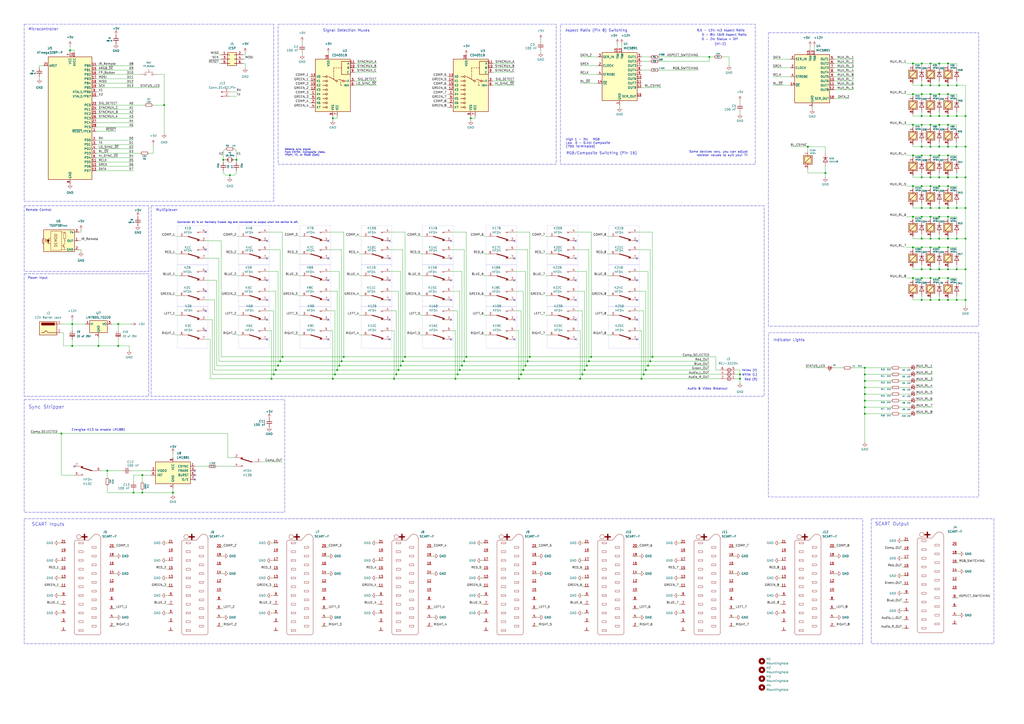
<source format=kicad_sch>
(kicad_sch (version 20250114) (generator "eeschema") (generator_version "9.0")
  (paper "A2")
  (title_block (title "SCART Invader") (rev "Rev 0") (company "Nic Chester M0SRI"))
  (rectangle (start 245.11 130.81) (end 262.89 153.67) (stroke (width 0) (type dot)))
  (rectangle (start 505.46 300.99) (end 576.58 373.38) (stroke (width 0) (type dash)))
  (rectangle (start 13.97 13.97) (end 158.75 116.84) (stroke (width 0) (type dash)))
  (rectangle (start 325.12 13.97) (end 438.15 95.25) (stroke (width 0) (type dash)))
  (rectangle (start 317.5 153.67) (end 335.28 177.8) (stroke (width 0) (type dot)))
  (rectangle (start 445.77 193.04) (end 567.69 288.29) (stroke (width 0) (type dash)))
  (rectangle (start 13.97 231.775) (end 165.1 297.18) (stroke (width 0) (type dash)))
  (rectangle (start 353.06 130.81) (end 370.84 153.67) (stroke (width 0) (type dot)))
  (rectangle (start 245.11 177.8) (end 262.89 201.93) (stroke (width 0) (type dot)))
  (rectangle (start 138.43 153.67) (end 156.21 177.8) (stroke (width 0) (type dot)))
  (rectangle (start 161.29 13.97) (end 322.58 95.25) (stroke (width 0) (type dash)))
  (rectangle (start 209.55 153.67) (end 227.33 177.8) (stroke (width 0) (type dot)))
  (rectangle (start 173.99 177.8) (end 191.77 201.93) (stroke (width 0) (type dot)))
  (rectangle (start 13.97 300.99) (end 500.38 373.38) (stroke (width 0) (type dash)))
  (rectangle (start 173.99 130.81) (end 191.77 153.67) (stroke (width 0) (type dot)))
  (rectangle (start 317.5 130.81) (end 335.28 153.67) (stroke (width 0) (type dot)))
  (rectangle (start 209.55 177.8) (end 227.33 201.93) (stroke (width 0) (type dot)))
  (rectangle (start 281.94 177.8) (end 299.72 201.93) (stroke (width 0) (type dot)))
  (rectangle (start 353.06 177.8) (end 370.84 201.93) (stroke (width 0) (type dot)))
  (rectangle (start 138.43 177.8) (end 156.21 201.93) (stroke (width 0) (type dot)))
  (rectangle (start 245.11 153.67) (end 262.89 177.8) (stroke (width 0) (type dot)))
  (rectangle (start 445.77 19.05) (end 567.69 189.23) (stroke (width 0) (type dash)))
  (rectangle (start 102.87 177.8) (end 120.65 201.93) (stroke (width 0) (type dot)))
  (rectangle (start 281.94 130.81) (end 299.72 153.67) (stroke (width 0) (type dot)))
  (rectangle (start 102.87 130.81) (end 120.65 153.67) (stroke (width 0) (type dot)))
  (rectangle (start 102.87 153.67) (end 120.65 177.8) (stroke (width 0) (type dot)))
  (rectangle (start 13.97 158.75) (end 86.36 229.87) (stroke (width 0) (type dash)))
  (rectangle (start 281.94 153.67) (end 299.72 177.8) (stroke (width 0) (type dot)))
  (rectangle (start 209.55 130.81) (end 227.33 153.67) (stroke (width 0) (type dot)))
  (rectangle (start 353.06 153.67) (end 370.84 177.8) (stroke (width 0) (type dot)))
  (rectangle (start 317.5 177.8) (end 335.28 201.93) (stroke (width 0) (type dot)))
  (rectangle (start 173.99 153.67) (end 191.77 177.8) (stroke (width 0) (type dot)))
  (rectangle (start 138.43 130.81) (end 156.21 153.67) (stroke (width 0) (type dot)))
  (rectangle (start 13.97 119.38) (end 86.36 157.48) (stroke (width 0) (type dash)))
  (rectangle (start 87.63 119.38) (end 443.23 229.87) (stroke (width 0) (type dash)))
  (text "Microcontroller" (exclude_from_sim yes) (at 25.146 17.018 0) (effects (font (size 1.524 1.524))))
  (text "0 - 2V: Status = Off" (at 417.576 22.86 0) (effects (font (size 1.27 1.27))))
  (text "Sync Stripper" (at 16.51 236.22 0) (effects (font (size 2.032 2.032)) (justify left)))
  (text "Remote Control " (at 22.86 121.92 0) (effects (font (size 1.27 1.27))))
  (text "9.5 - 12V: 4:3 Aspect Ratio" (at 418.084 17.78 0) (effects (font (size 1.27 1.27))))
  (text "SCART Output\n" (at 517.398 304.038 0) (effects (font (size 1.905 1.905))))
  (text "(Hi-Z)\n" (at 417.83 25.654 0) (effects (font (size 1.27 1.27))))
  (text "Detects sync signal \nfrom CSYNC, Composite video,\nYPbPr, YC, or RGsB (SoG)" (at 165.1 88.392 0) (effects (font (size 1.016 1.016)) (justify left)))
  (text "Energise K13 to enable LM1881\n" (at 57.15 249.428 0) (effects (font (size 1.27 1.27))))
  (text "Audio & Video Breakout\n" (at 398.78 225.552 0) (effects (font (size 1.27 1.27)) (justify left)))
  (text "Yellow (V)\n" (at 439.166 214.884 0) (effects (font (size 1.143 1.143)) (justify right)))
  (text "5 - 8V: 16:9 Aspect Ratio\n" (at 420.116 20.32 0) (effects (font (size 1.27 1.27))))
  (text "Power Input\n" (at 21.844 161.29 0) (effects (font (size 1.27 1.27))))
  (text "High 1 - 3V:   RGB\nLow  0 - 0.4V: Composite\n(75Ω Terminated)" (at 328.168 83.058 0) (effects (font (size 1.27 1.27)) (justify left)))
  (text "Some devices vary, you can adjust\nresistor values to suit your TV" (at 433.832 89.154 0) (effects (font (size 1.27 1.27)) (justify right)))
  (text "Multiplexer\n" (exclude_from_sim yes) (at 96.774 121.92 0) (effects (font (size 1.524 1.524))))
  (text "Red (R)\n" (at 435.61 220.218 0) (effects (font (size 1.27 1.27))))
  (text "Connector #1 is on Normally Closed leg and connected to output when the device is off." (at 137.922 129.032 0) (effects (font (size 1.016 1.016))))
  (text "RGB/Composite Switching (Pin 16)\n\n" (at 348.996 90.17 0) (effects (font (size 1.524 1.524))))
  (text "SCART Inputs" (at 27.94 304.292 0) (effects (font (size 1.905 1.905))))
  (text "Indicator Lights" (at 457.708 197.358 0) (effects (font (size 1.524 1.524))))
  (text "White (L)\n" (at 434.848 217.424 0) (effects (font (size 1.27 1.27))))
  (text "Aspect Ratio (Pin 8) Switching\n" (at 345.948 17.78 0) (effects (font (size 1.524 1.524))))
  (text "Signal Detection Muxes\n" (at 200.914 17.78 0) (effects (font (size 1.524 1.524))))
  (junction (at 544.83 54.61))
  (junction (at 534.67 85.09))
  (junction (at 234.95 207.01))
  (junction (at 82.55 275.59))
  (junction (at 501.65 228.6))
  (junction (at 544.83 120.65))
  (junction (at 373.38 217.17))
  (junction (at 336.55 219.71))
  (junction (at 82.55 285.75))
  (junction (at 534.67 161.29))
  (junction (at 549.91 161.29))
  (junction (at 554.99 67.31))
  (junction (at 544.83 102.87))
  (junction (at 534.67 138.43))
  (junction (at 304.8 212.09))
  (junction (at 544.83 85.09))
  (junction (at 534.67 36.83))
  (junction (at 554.99 156.21))
  (junction (at 549.91 138.43))
  (junction (at 549.91 36.83))
  (junction (at 307.34 207.01))
  (junction (at 374.65 214.63))
  (junction (at 228.6 219.71))
  (junction (at 539.75 54.61))
  (junction (at 534.67 54.61))
  (junction (at 529.59 125.73))
  (junction (at 534.67 173.99))
  (junction (at 544.83 67.31))
  (junction (at 378.46 207.01))
  (junction (at 549.91 67.31))
  (junction (at 544.83 156.21))
  (junction (at 549.91 107.95))
  (junction (at 342.9 207.01))
  (junction (at 539.75 67.31))
  (junction (at 554.99 138.43))
  (junction (at 501.65 217.17))
  (junction (at 266.7 214.63))
  (junction (at 549.91 125.73))
  (junction (at 41.91 187.96))
  (junction (at 377.19 209.55))
  (junction (at 544.83 49.53))
  (junction (at 68.58 187.96))
  (junction (at 544.83 138.43))
  (junction (at 560.07 173.99))
  (junction (at 549.91 173.99))
  (junction (at 162.56 209.55))
  (junction (at 544.83 107.95))
  (junction (at 539.75 36.83))
  (junction (at 62.23 273.05))
  (junction (at 478.79 100.33))
  (junction (at 539.75 125.73))
  (junction (at 554.99 102.87))
  (junction (at 554.7789 85.09))
  (junction (at 560.07 156.21))
  (junction (at 231.14 214.63))
  (junction (at 232.41 212.09))
  (junction (at 560.07 67.31))
  (junction (at 137.16 92.71))
  (junction (at 199.39 207.01))
  (junction (at 554.99 120.65))
  (junction (at 539.75 107.95))
  (junction (at 549.91 85.09))
  (junction (at 341.63 209.55))
  (junction (at 549.91 102.87))
  (junction (at 40.64 29.21))
  (junction (at 539.75 72.39))
  (junction (at 194.31 217.17))
  (junction (at 539.75 49.53))
  (junction (at 196.85 212.09))
  (junction (at 529.59 107.95))
  (junction (at 501.65 213.36))
  (junction (at 57.15 200.66))
  (junction (at 534.67 156.21))
  (junction (at 233.68 209.55))
  (junction (at 544.83 90.17))
  (junction (at 534.67 102.87))
  (junction (at 129.54 92.71))
  (junction (at 302.26 217.17))
  (junction (at 35.56 251.46))
  (junction (at 77.47 285.75))
  (junction (at 95.25 60.96))
  (junction (at 68.58 200.66))
  (junction (at 41.91 200.66))
  (junction (at 264.16 219.71))
  (junction (at 544.83 143.51))
  (junction (at 529.59 36.83))
  (junction (at 529.59 143.51))
  (junction (at 306.07 209.55))
  (junction (at 529.59 161.29))
  (junction (at 539.75 161.29))
  (junction (at 534.67 90.17))
  (junction (at 539.75 143.51))
  (junction (at 157.48 219.71))
  (junction (at 501.65 236.22))
  (junction (at 265.43 217.17))
  (junction (at 539.75 90.17))
  (junction (at 554.99 173.99))
  (junction (at 549.91 54.61))
  (junction (at 411.48 33.02))
  (junction (at 549.91 49.53))
  (junction (at 468.63 85.09))
  (junction (at 539.75 85.09))
  (junction (at 544.83 36.83))
  (junction (at 193.04 68.58))
  (junction (at 539.75 102.87))
  (junction (at 100.33 285.75))
  (junction (at 544.83 173.99))
  (junction (at 534.67 120.65))
  (junction (at 544.83 72.39))
  (junction (at 429.26 219.71))
  (junction (at 269.24 209.55))
  (junction (at 501.65 232.41))
  (junction (at 161.29 212.09))
  (junction (at 560.07 85.09))
  (junction (at 303.53 214.63))
  (junction (at 375.92 212.09))
  (junction (at 534.67 107.95))
  (junction (at 549.91 156.21))
  (junction (at 534.67 125.73))
  (junction (at 339.09 214.63))
  (junction (at 195.58 214.63))
  (junction (at 501.65 240.03))
  (junction (at 501.65 220.98))
  (junction (at 539.75 138.43))
  (junction (at 529.59 54.61))
  (junction (at 534.67 49.53))
  (junction (at 560.07 138.43))
  (junction (at 544.83 161.29))
  (junction (at 270.51 207.01))
  (junction (at 501.65 224.79))
  (junction (at 158.75 217.17))
  (junction (at 267.97 212.09))
  (junction (at 529.59 72.39))
  (junction (at 193.04 219.71))
  (junction (at 554.99 49.53))
  (junction (at 539.75 173.99))
  (junction (at 429.26 217.17))
  (junction (at 534.67 67.31))
  (junction (at 372.11 219.71))
  (junction (at 549.91 72.39))
  (junction (at 549.91 120.65))
  (junction (at 340.36 212.09))
  (junction (at 163.83 207.01))
  (junction (at 337.82 217.17))
  (junction (at 560.07 102.87))
  (junction (at 534.67 143.51))
  (junction (at 534.67 72.39))
  (junction (at 133.35 101.6))
  (junction (at 544.83 125.73))
  (junction (at 160.02 214.63))
  (junction (at 529.59 90.17))
  (junction (at 539.75 120.65))
  (junction (at 300.99 219.71))
  (junction (at 560.07 120.65))
  (junction (at 549.91 143.51))
  (junction (at 198.12 209.55))
  (junction (at 549.91 90.17))
  (junction (at 539.75 156.21))
  (junction (at 229.87 217.17))
  (junction (at 273.05 68.58))
  (no_connect (at 226.06 149.86))
  (no_connect (at 119.38 180.34))
  (no_connect (at 190.5 185.42))
  (no_connect (at 369.57 149.86))
  (no_connect (at 119.38 168.91))
  (no_connect (at 43.18 270.51))
  (no_connect (at 154.94 196.85))
  (no_connect (at 190.5 139.7))
  (no_connect (at 334.01 196.85))
  (no_connect (at 298.45 196.85))
  (no_connect (at 369.57 173.99))
  (no_connect (at 226.06 185.42))
  (no_connect (at 369.57 162.56))
  (no_connect (at 298.45 149.86))
  (no_connect (at 334.01 149.86))
  (no_connect (at 298.45 185.42))
  (no_connect (at 369.57 185.42))
  (no_connect (at 190.5 162.56))
  (no_connect (at 334.01 185.42))
  (no_connect (at 190.5 196.85))
  (no_connect (at 226.06 139.7))
  (no_connect (at 334.01 173.99))
  (no_connect (at 226.06 173.99))
  (no_connect (at 226.06 196.85))
  (no_connect (at 154.94 149.86))
  (no_connect (at 154.94 162.56))
  (no_connect (at 190.5 149.86))
  (no_connect (at 261.62 139.7))
  (no_connect (at 154.94 185.42))
  (no_connect (at 226.06 162.56))
  (no_connect (at 334.01 139.7))
  (no_connect (at 298.45 162.56))
  (no_connect (at 298.45 173.99))
  (no_connect (at 154.94 139.7))
  (no_connect (at 369.57 196.85))
  (no_connect (at 334.01 162.56))
  (no_connect (at 119.38 191.77))
  (no_connect (at 190.5 173.99))
  (no_connect (at 261.62 196.85))
  (no_connect (at 261.62 173.99))
  (no_connect (at 113.03 278.13))
  (no_connect (at 369.57 139.7))
  (no_connect (at 119.38 157.48))
  (no_connect (at 119.38 134.62))
  (no_connect (at 154.94 173.99))
  (no_connect (at 298.45 139.7))
  (no_connect (at 261.62 162.56))
  (no_connect (at 261.62 185.42))
  (no_connect (at 113.03 273.05))
  (no_connect (at 113.03 275.59))
  (no_connect (at 261.62 149.86))
  (no_connect (at 119.38 144.78))
  (wire (pts (xy 232.41 212.09) (xy 267.97 212.09)))
  (wire (pts (xy 429.26 58.42) (xy 429.26 59.69)))
  (wire (pts (xy 66.04 317.5) (xy 67.31 317.5)))
  (wire (pts (xy 534.67 143.51) (xy 534.67 146.05)))
  (wire (pts (xy 55.88 55.88) (xy 57.15 55.88)))
  (wire (pts (xy 137.16 160.02) (xy 139.7 160.02)))
  (wire (pts (xy 336.55 191.77) (xy 336.55 219.71)))
  (wire (pts (xy 190.5 168.91) (xy 195.58 168.91)))
  (wire (pts (xy 127 36.83) (xy 128.27 36.83)))
  (wire (pts (xy 205.74 39.37) (xy 218.44 39.37)))
  (wire (pts (xy 311.15 363.22) (xy 312.42 363.22)))
  (wire (pts (xy 124.46 214.63) (xy 160.02 214.63)))
  (wire (pts (xy 549.91 83.82) (xy 549.91 85.09)))
  (wire (pts (xy 549.91 154.94) (xy 549.91 156.21)))
  (wire (pts (xy 334.01 134.62) (xy 342.9 134.62)))
  (wire (pts (xy 179.07 52.07) (xy 180.34 52.07)))
  (wire (pts (xy 534.67 118.11) (xy 534.67 120.65)))
  (wire (pts (xy 91.44 43.18) (xy 95.25 43.18)))
  (wire (pts (xy 193.04 219.71) (xy 228.6 219.71)))
  (wire (pts (xy 311.15 332.74) (xy 312.42 332.74)))
  (wire (pts (xy 523.24 334.01) (xy 524.51 334.01)))
  (wire (pts (xy 529.59 120.65) (xy 534.67 120.65)))
  (wire (pts (xy 88.9 83.82) (xy 88.9 88.9)))
  (wire (pts (xy 529.59 143.51) (xy 529.59 144.78)))
  (wire (pts (xy 208.28 182.88) (xy 210.82 182.88)))
  (wire (pts (xy 544.83 171.45) (xy 544.83 173.99)))
  (wire (pts (xy 43.18 275.59) (xy 35.56 275.59)))
  (wire (pts (xy 549.91 66.04) (xy 549.91 67.31)))
  (wire (pts (xy 539.75 101.6) (xy 539.75 102.87)))
  (wire (pts (xy 534.67 153.67) (xy 534.67 156.21)))
  (wire (pts (xy 35.56 335.28) (xy 34.29 335.28)))
  (wire (pts (xy 523.24 349.25) (xy 524.51 349.25)))
  (wire (pts (xy 529.59 90.17) (xy 534.67 90.17)))
  (wire (pts (xy 266.7 168.91) (xy 266.7 214.63)))
  (wire (pts (xy 243.84 182.88) (xy 246.38 182.88)))
  (wire (pts (xy 369.57 358.14) (xy 370.84 358.14)))
  (wire (pts (xy 501.65 236.22) (xy 516.89 236.22)))
  (wire (pts (xy 208.28 137.16) (xy 210.82 137.16)))
  (wire (pts (xy 137.16 87.63) (xy 137.16 92.71)))
  (wire (pts (xy 337.82 350.52) (xy 339.09 350.52)))
  (wire (pts (xy 549.91 119.38) (xy 549.91 120.65)))
  (wire (pts (xy 539.75 143.51) (xy 544.83 143.51)))
  (wire (pts (xy 96.52 330.2) (xy 97.79 330.2)))
  (wire (pts (xy 62.23 273.05) (xy 62.23 276.86)))
  (wire (pts (xy 190.5 144.78) (xy 198.12 144.78)))
  (wire (pts (xy 306.07 209.55) (xy 341.63 209.55)))
  (wire (pts (xy 469.9 26.67) (xy 469.9 29.21)))
  (wire (pts (xy 161.29 157.48) (xy 161.29 212.09)))
  (wire (pts (xy 55.88 93.98) (xy 77.47 93.98)))
  (wire (pts (xy 448.31 49.53) (xy 458.47 49.53)))
  (wire (pts (xy 135.89 101.6) (xy 137.16 100.33)))
  (wire (pts (xy 534.67 100.33) (xy 534.67 102.87)))
  (wire (pts (xy 226.06 157.48) (xy 232.41 157.48)))
  (wire (pts (xy 532.13 217.17) (xy 541.02 217.17)))
  (wire (pts (xy 419.1 33.02) (xy 422.91 33.02)))
  (wire (pts (xy 372.11 40.64) (xy 377.19 40.64)))
  (wire (pts (xy 534.67 82.55) (xy 534.67 85.09)))
  (wire (pts (xy 157.48 350.52) (xy 158.75 350.52)))
  (wire (pts (xy 544.83 36.83) (xy 549.91 36.83)))
  (wire (pts (xy 208.28 160.02) (xy 210.82 160.02)))
  (wire (pts (xy 189.23 353.06) (xy 190.5 353.06)))
  (wire (pts (xy 453.39 325.12) (xy 452.12 325.12)))
  (wire (pts (xy 193.04 191.77) (xy 193.04 219.71)))
  (wire (pts (xy 374.65 214.63) (xy 411.48 214.63)))
  (wire (pts (xy 529.59 36.83) (xy 529.59 38.1)))
  (wire (pts (xy 554.99 49.53) (xy 560.07 49.53)))
  (wire (pts (xy 525.78 125.73) (xy 529.59 125.73)))
  (wire (pts (xy 154.94 191.77) (xy 157.48 191.77)))
  (wire (pts (xy 425.45 358.14) (xy 426.72 358.14)))
  (wire (pts (xy 219.71 325.12) (xy 218.44 325.12)))
  (wire (pts (xy 40.64 29.21) (xy 43.18 29.21)))
  (wire (pts (xy 151.13 267.97) (xy 163.83 267.97)))
  (wire (pts (xy 158.75 355.6) (xy 157.48 355.6)))
  (wire (pts (xy 483.87 57.15) (xy 492.76 57.15)))
  (wire (pts (xy 549.91 156.21) (xy 554.99 156.21)))
  (wire (pts (xy 218.44 340.36) (xy 219.71 340.36)))
  (wire (pts (xy 529.59 107.95) (xy 529.59 109.22)))
  (wire (pts (xy 339.09 335.28) (xy 337.82 335.28)))
  (wire (pts (xy 233.68 209.55) (xy 269.24 209.55)))
  (wire (pts (xy 137.16 147.32) (xy 139.7 147.32)))
  (wire (pts (xy 534.67 72.39) (xy 539.75 72.39)))
  (wire (pts (xy 55.88 71.12) (xy 77.47 71.12)))
  (wire (pts (xy 529.59 72.39) (xy 529.59 73.66)))
  (wire (pts (xy 336.55 219.71) (xy 372.11 219.71)))
  (wire (pts (xy 501.65 240.03) (xy 516.89 240.03)))
  (wire (pts (xy 128.27 353.06) (xy 129.54 353.06)))
  (wire (pts (xy 316.23 137.16) (xy 318.77 137.16)))
  (wire (pts (xy 140.97 31.75) (xy 142.24 31.75)))
  (wire (pts (xy 539.75 173.99) (xy 544.83 173.99)))
  (wire (pts (xy 539.75 72.39) (xy 544.83 72.39)))
  (wire (pts (xy 534.67 36.83) (xy 534.67 39.37)))
  (wire (pts (xy 77.47 279.4) (xy 77.47 275.59)))
  (wire (pts (xy 501.65 217.17) (xy 501.65 220.98)))
  (wire (pts (xy 483.87 322.58) (xy 485.14 322.58)))
  (wire (pts (xy 501.65 236.22) (xy 501.65 240.03)))
  (wire (pts (xy 270.51 207.01) (xy 307.34 207.01)))
  (wire (pts (xy 97.79 335.28) (xy 96.52 335.28)))
  (wire (pts (xy 101.6 137.16) (xy 104.14 137.16)))
  (wire (pts (xy 372.11 191.77) (xy 372.11 219.71)))
  (wire (pts (xy 34.29 330.2) (xy 35.56 330.2)))
  (wire (pts (xy 534.67 161.29) (xy 539.75 161.29)))
  (wire (pts (xy 426.72 217.17) (xy 429.26 217.17)))
  (wire (pts (xy 529.59 83.82) (xy 529.59 85.09)))
  (wire (pts (xy 41.91 200.66) (xy 57.15 200.66)))
  (wire (pts (xy 375.92 212.09) (xy 411.48 212.09)))
  (wire (pts (xy 532.13 228.6) (xy 541.02 228.6)))
  (wire (pts (xy 554.7789 82.55) (xy 554.7789 85.09)))
  (wire (pts (xy 77.47 284.48) (xy 77.47 285.75)))
  (wire (pts (xy 190.5 134.62) (xy 199.39 134.62)))
  (wire (pts (xy 35.56 345.44) (xy 34.29 345.44)))
  (wire (pts (xy 226.06 180.34) (xy 229.87 180.34)))
  (wire (pts (xy 140.97 36.83) (xy 142.24 36.83)))
  (wire (pts (xy 334.01 180.34) (xy 337.82 180.34)))
  (wire (pts (xy 549.91 90.17) (xy 549.91 91.44)))
  (wire (pts (xy 549.91 143.51) (xy 554.99 143.51)))
  (wire (pts (xy 523.24 313.69) (xy 524.51 313.69)))
  (wire (pts (xy 298.45 157.48) (xy 304.8 157.48)))
  (wire (pts (xy 549.91 49.53) (xy 549.91 48.26)))
  (wire (pts (xy 229.87 180.34) (xy 229.87 217.17)))
  (wire (pts (xy 359.41 60.96) (xy 359.41 62.23)))
  (wire (pts (xy 378.46 207.01) (xy 415.29 207.01)))
  (wire (pts (xy 205.74 36.83) (xy 218.44 36.83)))
  (wire (pts (xy 127 149.86) (xy 119.38 149.86)))
  (wire (pts (xy 534.67 36.83) (xy 539.75 36.83)))
  (wire (pts (xy 250.19 353.06) (xy 251.46 353.06)))
  (wire (pts (xy 190.5 191.77) (xy 193.04 191.77)))
  (wire (pts (xy 82.55 284.48) (xy 82.55 285.75)))
  (wire (pts (xy 35.56 275.59) (xy 35.56 251.46)))
  (wire (pts (xy 534.67 107.95) (xy 534.67 110.49)))
  (wire (pts (xy 468.63 97.79) (xy 468.63 100.33)))
  (wire (pts (xy 529.59 67.31) (xy 534.67 67.31)))
  (wire (pts (xy 316.23 194.31) (xy 318.77 194.31)))
  (wire (pts (xy 45.72 144.78) (xy 46.99 144.78)))
  (wire (pts (xy 539.75 125.73) (xy 539.75 127)))
  (wire (pts (xy 55.88 40.64) (xy 77.47 40.64)))
  (wire (pts (xy 228.6 191.77) (xy 228.6 219.71)))
  (wire (pts (xy 135.89 92.71) (xy 137.16 92.71)))
  (wire (pts (xy 298.45 144.78) (xy 306.07 144.78)))
  (wire (pts (xy 453.39 314.96) (xy 452.12 314.96)))
  (wire (pts (xy 55.88 50.8) (xy 92.71 50.8)))
  (wire (pts (xy 285.75 36.83) (xy 298.45 36.83)))
  (wire (pts (xy 560.07 85.09) (xy 560.07 102.87)))
  (wire (pts (xy 532.13 232.41) (xy 541.02 232.41)))
  (wire (pts (xy 163.83 134.62) (xy 163.83 207.01)))
  (wire (pts (xy 534.67 54.61) (xy 534.67 57.15)))
  (wire (pts (xy 266.7 214.63) (xy 303.53 214.63)))
  (wire (pts (xy 261.62 168.91) (xy 266.7 168.91)))
  (wire (pts (xy 123.19 185.42) (xy 119.38 185.42)))
  (wire (pts (xy 101.6 194.31) (xy 104.14 194.31)))
  (wire (pts (xy 76.2 273.05) (xy 87.63 273.05)))
  (wire (pts (xy 426.72 214.63) (xy 429.26 214.63)))
  (wire (pts (xy 382.27 40.64) (xy 405.13 40.64)))
  (wire (pts (xy 337.82 180.34) (xy 337.82 217.17)))
  (wire (pts (xy 549.91 161.29) (xy 554.99 161.29)))
  (wire (pts (xy 316.23 160.02) (xy 318.77 160.02)))
  (wire (pts (xy 154.94 134.62) (xy 163.83 134.62)))
  (wire (pts (xy 285.75 41.91) (xy 298.45 41.91)))
  (wire (pts (xy 140.97 34.29) (xy 142.24 34.29)))
  (wire (pts (xy 264.16 219.71) (xy 300.99 219.71)))
  (wire (pts (xy 369.57 322.58) (xy 370.84 322.58)))
  (wire (pts (xy 269.24 209.55) (xy 306.07 209.55)))
  (wire (pts (xy 351.79 160.02) (xy 354.33 160.02)))
  (wire (pts (xy 483.87 317.5) (xy 485.14 317.5)))
  (wire (pts (xy 483.87 363.22) (xy 485.14 363.22)))
  (wire (pts (xy 554.99 100.33) (xy 554.99 102.87)))
  (wire (pts (xy 45.72 139.7) (xy 46.99 139.7)))
  (wire (pts (xy 267.97 212.09) (xy 304.8 212.09)))
  (wire (pts (xy 525.78 90.17) (xy 529.59 90.17)))
  (wire (pts (xy 46.99 144.78) (xy 46.99 146.05)))
  (wire (pts (xy 158.75 314.96) (xy 157.48 314.96)))
  (wire (pts (xy 549.91 72.39) (xy 554.7789 72.39)))
  (wire (pts (xy 259.08 46.99) (xy 260.35 46.99)))
  (wire (pts (xy 554.99 67.31) (xy 560.07 67.31)))
  (wire (pts (xy 527.05 217.17) (xy 521.97 217.17)))
  (wire (pts (xy 544.83 67.31) (xy 549.91 67.31)))
  (wire (pts (xy 64.77 187.96) (xy 68.58 187.96)))
  (wire (pts (xy 280.67 345.44) (xy 279.4 345.44)))
  (wire (pts (xy 189.23 332.74) (xy 190.5 332.74)))
  (wire (pts (xy 448.31 44.45) (xy 458.47 44.45)))
  (wire (pts (xy 351.79 137.16) (xy 354.33 137.16)))
  (wire (pts (xy 334.01 157.48) (xy 340.36 157.48)))
  (wire (pts (xy 544.83 72.39) (xy 549.91 72.39)))
  (wire (pts (xy 369.57 353.06) (xy 370.84 353.06)))
  (wire (pts (xy 453.39 355.6) (xy 452.12 355.6)))
  (wire (pts (xy 554.99 46.99) (xy 554.99 49.53)))
  (wire (pts (xy 279.4 350.52) (xy 280.67 350.52)))
  (wire (pts (xy 208.28 194.31) (xy 210.82 194.31)))
  (wire (pts (xy 46.99 133.35) (xy 46.99 134.62)))
  (wire (pts (xy 415.29 214.63) (xy 415.29 207.01)))
  (wire (pts (xy 66.04 358.14) (xy 67.31 358.14)))
  (wire (pts (xy 549.91 120.65) (xy 554.99 120.65)))
  (wire (pts (xy 179.07 57.15) (xy 180.34 57.15)))
  (wire (pts (xy 158.75 325.12) (xy 157.48 325.12)))
  (wire (pts (xy 133.35 101.6) (xy 135.89 101.6)))
  (wire (pts (xy 22.86 44.45) (xy 22.86 45.72)))
  (wire (pts (xy 279.4 340.36) (xy 280.67 340.36)))
  (wire (pts (xy 158.75 180.34) (xy 158.75 217.17)))
  (wire (pts (xy 190.5 30.48) (xy 190.5 31.75)))
  (wire (pts (xy 529.59 137.16) (xy 529.59 138.43)))
  (wire (pts (xy 501.65 213.36) (xy 516.89 213.36)))
  (wire (pts (xy 539.75 107.95) (xy 544.83 107.95)))
  (wire (pts (xy 55.88 53.34) (xy 57.15 53.34)))
  (wire (pts (xy 529.59 125.73) (xy 529.59 127)))
  (wire (pts (xy 426.72 219.71) (xy 429.26 219.71)))
  (wire (pts (xy 233.68 144.78) (xy 233.68 209.55)))
  (wire (pts (xy 554.99 356.87) (xy 556.26 356.87)))
  (wire (pts (xy 554.7789 74.93) (xy 554.7789 72.39)))
  (wire (pts (xy 132.08 265.43) (xy 135.89 265.43)))
  (wire (pts (xy 534.67 163.83) (xy 534.67 161.29)))
  (wire (pts (xy 549.91 67.31) (xy 554.99 67.31)))
  (wire (pts (xy 351.79 194.31) (xy 354.33 194.31)))
  (wire (pts (xy 411.48 35.56) (xy 411.48 33.02)))
  (wire (pts (xy 501.65 224.79) (xy 501.65 228.6)))
  (wire (pts (xy 337.82 340.36) (xy 339.09 340.36)))
  (wire (pts (xy 313.69 22.86) (xy 313.69 24.13)))
  (wire (pts (xy 133.35 101.6) (xy 133.35 102.87)))
  (wire (pts (xy 311.15 353.06) (xy 312.42 353.06)))
  (wire (pts (xy 529.59 119.38) (xy 529.59 120.65)))
  (wire (pts (xy 534.67 85.09) (xy 539.75 85.09)))
  (wire (pts (xy 82.55 285.75) (xy 100.33 285.75)))
  (wire (pts (xy 472.44 26.67) (xy 472.44 29.21)))
  (wire (pts (xy 267.97 157.48) (xy 267.97 212.09)))
  (wire (pts (xy 560.07 49.53) (xy 560.07 67.31)))
  (wire (pts (xy 478.79 85.09) (xy 478.79 88.9)))
  (wire (pts (xy 534.67 102.87) (xy 539.75 102.87)))
  (wire (pts (xy 298.45 191.77) (xy 300.99 191.77)))
  (wire (pts (xy 123.19 217.17) (xy 123.19 185.42)))
  (wire (pts (xy 554.99 171.45) (xy 554.99 173.99)))
  (wire (pts (xy 422.91 33.02) (xy 422.91 38.1)))
  (wire (pts (xy 549.91 173.99) (xy 554.99 173.99)))
  (wire (pts (xy 125.73 162.56) (xy 119.38 162.56)))
  (wire (pts (xy 458.47 85.09) (xy 468.63 85.09)))
  (wire (pts (xy 137.16 182.88) (xy 139.7 182.88)))
  (wire (pts (xy 544.83 102.87) (xy 549.91 102.87)))
  (wire (pts (xy 527.05 228.6) (xy 521.97 228.6)))
  (wire (pts (xy 544.83 49.53) (xy 549.91 49.53)))
  (wire (pts (xy 523.24 339.09) (xy 524.51 339.09)))
  (wire (pts (xy 55.88 63.5) (xy 77.47 63.5)))
  (wire (pts (xy 179.07 46.99) (xy 180.34 46.99)))
  (wire (pts (xy 205.74 49.53) (xy 218.44 49.53)))
  (wire (pts (xy 483.87 44.45) (xy 495.3 44.45)))
  (wire (pts (xy 96.52 340.36) (xy 97.79 340.36)))
  (wire (pts (xy 128.27 332.74) (xy 129.54 332.74)))
  (wire (pts (xy 127 209.55) (xy 127 149.86)))
  (wire (pts (xy 259.08 49.53) (xy 260.35 49.53)))
  (wire (pts (xy 304.8 212.09) (xy 340.36 212.09)))
  (wire (pts (xy 425.45 317.5) (xy 426.72 317.5)))
  (wire (pts (xy 261.62 191.77) (xy 264.16 191.77)))
  (wire (pts (xy 373.38 217.17) (xy 417.83 217.17)))
  (wire (pts (xy 280.67 335.28) (xy 279.4 335.28)))
  (wire (pts (xy 468.63 85.09) (xy 468.63 87.63)))
  (wire (pts (xy 154.94 180.34) (xy 158.75 180.34)))
  (wire (pts (xy 62.23 273.05) (xy 71.12 273.05)))
  (wire (pts (xy 280.67 182.88) (xy 283.21 182.88)))
  (wire (pts (xy 243.84 160.02) (xy 246.38 160.02)))
  (wire (pts (xy 529.59 66.04) (xy 529.59 67.31)))
  (wire (pts (xy 539.75 125.73) (xy 544.83 125.73)))
  (wire (pts (xy 95.25 60.96) (xy 95.25 77.47)))
  (wire (pts (xy 369.57 134.62) (xy 378.46 134.62)))
  (wire (pts (xy 534.67 171.45) (xy 534.67 173.99)))
  (wire (pts (xy 55.88 73.66) (xy 77.47 73.66)))
  (wire (pts (xy 523.24 359.41) (xy 524.51 359.41)))
  (wire (pts (xy 544.83 138.43) (xy 549.91 138.43)))
  (wire (pts (xy 532.13 236.22) (xy 541.02 236.22)))
  (wire (pts (xy 179.07 59.69) (xy 180.34 59.69)))
  (wire (pts (xy 193.04 67.31) (xy 193.04 68.58)))
  (wire (pts (xy 554.99 326.39) (xy 556.26 326.39)))
  (wire (pts (xy 554.99 110.49) (xy 554.99 107.95)))
  (wire (pts (xy 554.99 135.89) (xy 554.99 138.43)))
  (wire (pts (xy 198.12 144.78) (xy 198.12 209.55)))
  (wire (pts (xy 544.83 143.51) (xy 549.91 143.51)))
  (wire (pts (xy 560.07 156.21) (xy 560.07 173.99)))
  (wire (pts (xy 483.87 39.37) (xy 495.3 39.37)))
  (wire (pts (xy 135.89 86.36) (xy 137.16 87.63)))
  (wire (pts (xy 382.27 33.02) (xy 411.48 33.02)))
  (wire (pts (xy 205.74 46.99) (xy 218.44 46.99)))
  (wire (pts (xy 478.79 100.33) (xy 478.79 102.87)))
  (wire (pts (xy 243.84 171.45) (xy 246.38 171.45)))
  (wire (pts (xy 163.83 207.01) (xy 199.39 207.01)))
  (wire (pts (xy 539.75 66.04) (xy 539.75 67.31)))
  (wire (pts (xy 529.59 161.29) (xy 529.59 162.56)))
  (wire (pts (xy 189.23 317.5) (xy 190.5 317.5)))
  (wire (pts (xy 549.91 101.6) (xy 549.91 102.87)))
  (wire (pts (xy 250.19 363.22) (xy 251.46 363.22)))
  (wire (pts (xy 68.58 200.66) (xy 74.93 200.66)))
  (wire (pts (xy 382.27 35.56) (xy 411.48 35.56)))
  (wire (pts (xy 483.87 41.91) (xy 495.3 41.91)))
  (wire (pts (xy 523.24 354.33) (xy 524.51 354.33)))
  (wire (pts (xy 189.23 363.22) (xy 190.5 363.22)))
  (wire (pts (xy 307.34 207.01) (xy 342.9 207.01)))
  (wire (pts (xy 534.67 107.95) (xy 539.75 107.95)))
  (wire (pts (xy 529.59 173.99) (xy 534.67 173.99)))
  (wire (pts (xy 527.05 240.03) (xy 521.97 240.03)))
  (wire (pts (xy 261.62 134.62) (xy 270.51 134.62)))
  (wire (pts (xy 35.56 325.12) (xy 34.29 325.12)))
  (wire (pts (xy 544.83 90.17) (xy 544.83 92.71)))
  (wire (pts (xy 142.24 31.75) (xy 142.24 30.48)))
  (wire (pts (xy 162.56 144.78) (xy 162.56 209.55)))
  (wire (pts (xy 425.45 363.22) (xy 426.72 363.22)))
  (wire (pts (xy 501.65 228.6) (xy 516.89 228.6)))
  (wire (pts (xy 226.06 168.91) (xy 231.14 168.91)))
  (wire (pts (xy 101.6 147.32) (xy 104.14 147.32)))
  (wire (pts (xy 358.14 25.4) (xy 358.14 27.94)))
  (wire (pts (xy 157.48 330.2) (xy 158.75 330.2)))
  (wire (pts (xy 208.28 171.45) (xy 210.82 171.45)))
  (wire (pts (xy 82.55 285.75) (xy 77.47 285.75)))
  (wire (pts (xy 137.16 99.06) (xy 137.16 100.33)))
  (wire (pts (xy 549.91 49.53) (xy 554.99 49.53)))
  (wire (pts (xy 259.08 57.15) (xy 260.35 57.15)))
  (wire (pts (xy 25.4 38.1) (xy 22.86 38.1)))
  (wire (pts (xy 121.92 219.71) (xy 157.48 219.71)))
  (wire (pts (xy 501.65 220.98) (xy 501.65 224.79)))
  (wire (pts (xy 539.75 156.21) (xy 544.83 156.21)))
  (wire (pts (xy 372.11 50.8) (xy 383.54 50.8)))
  (wire (pts (xy 133.35 55.88) (xy 137.16 55.88)))
  (wire (pts (xy 544.83 72.39) (xy 544.83 74.93)))
  (wire (pts (xy 523.24 364.49) (xy 524.51 364.49)))
  (wire (pts (xy 534.67 125.73) (xy 539.75 125.73)))
  (wire (pts (xy 525.78 54.61) (xy 529.59 54.61)))
  (wire (pts (xy 501.65 240.03) (xy 501.65 256.54)))
  (wire (pts (xy 311.15 358.14) (xy 312.42 358.14)))
  (wire (pts (xy 269.24 144.78) (xy 269.24 209.55)))
  (wire (pts (xy 125.73 212.09) (xy 125.73 162.56)))
  (wire (pts (xy 123.19 217.17) (xy 158.75 217.17)))
  (wire (pts (xy 95.25 43.18) (xy 95.25 60.96)))
  (wire (pts (xy 175.26 30.48) (xy 175.26 31.75)))
  (wire (pts (xy 66.04 322.58) (xy 67.31 322.58)))
  (wire (pts (xy 124.46 173.99) (xy 119.38 173.99)))
  (wire (pts (xy 190.5 157.48) (xy 196.85 157.48)))
  (wire (pts (xy 525.78 36.83) (xy 529.59 36.83)))
  (wire (pts (xy 539.75 161.29) (xy 539.75 162.56)))
  (wire (pts (xy 66.04 363.22) (xy 67.31 363.22)))
  (wire (pts (xy 36.83 193.04) (xy 36.83 200.66)))
  (wire (pts (xy 280.67 137.16) (xy 283.21 137.16)))
  (wire (pts (xy 336.55 43.18) (xy 346.71 43.18)))
  (wire (pts (xy 527.05 213.36) (xy 521.97 213.36)))
  (wire (pts (xy 157.48 219.71) (xy 193.04 219.71)))
  (wire (pts (xy 529.59 49.53) (xy 534.67 49.53)))
  (wire (pts (xy 425.45 322.58) (xy 426.72 322.58)))
  (wire (pts (xy 234.95 134.62) (xy 234.95 207.01)))
  (wire (pts (xy 342.9 207.01) (xy 378.46 207.01)))
  (wire (pts (xy 172.72 160.02) (xy 175.26 160.02)))
  (wire (pts (xy 280.67 355.6) (xy 279.4 355.6)))
  (wire (pts (xy 539.75 90.17) (xy 544.83 90.17)))
  (wire (pts (xy 529.59 72.39) (xy 534.67 72.39)))
  (wire (pts (xy 127 31.75) (xy 128.27 31.75)))
  (wire (pts (xy 57.15 195.58) (xy 57.15 200.66)))
  (wire (pts (xy 539.75 67.31) (xy 544.83 67.31)))
  (wire (pts (xy 501.65 220.98) (xy 516.89 220.98)))
  (wire (pts (xy 394.97 345.44) (xy 393.7 345.44)))
  (wire (pts (xy 198.12 209.55) (xy 233.68 209.55)))
  (wire (pts (xy 529.59 107.95) (xy 534.67 107.95)))
  (wire (pts (xy 194.31 217.17) (xy 229.87 217.17)))
  (wire (pts (xy 369.57 363.22) (xy 370.84 363.22)))
  (wire (pts (xy 544.83 107.95) (xy 549.91 107.95)))
  (wire (pts (xy 549.91 54.61) (xy 549.91 55.88)))
  (wire (pts (xy 554.99 146.05) (xy 554.99 143.51)))
  (wire (pts (xy 534.67 135.89) (xy 534.67 138.43)))
  (wire (pts (xy 132.08 251.46) (xy 132.08 265.43)))
  (wire (pts (xy 549.91 54.61) (xy 554.99 54.61)))
  (wire (pts (xy 74.93 203.2) (xy 74.93 200.66)))
  (wire (pts (xy 529.59 102.87) (xy 534.67 102.87)))
  (wire (pts (xy 501.65 232.41) (xy 516.89 232.41)))
  (wire (pts (xy 554.99 156.21) (xy 560.07 156.21)))
  (wire (pts (xy 527.05 232.41) (xy 521.97 232.41)))
  (wire (pts (xy 41.91 187.96) (xy 41.91 191.77)))
  (wire (pts (xy 534.67 49.53) (xy 539.75 49.53)))
  (wire (pts (xy 77.47 275.59) (xy 82.55 275.59)))
  (wire (pts (xy 393.7 330.2) (xy 394.97 330.2)))
  (wire (pts (xy 529.59 143.51) (xy 534.67 143.51)))
  (wire (pts (xy 66.04 332.74) (xy 67.31 332.74)))
  (wire (pts (xy 40.64 26.67) (xy 40.64 29.21)))
  (wire (pts (xy 554.99 173.99) (xy 560.07 173.99)))
  (wire (pts (xy 554.99 346.71) (xy 556.26 346.71)))
  (wire (pts (xy 554.99 321.31) (xy 556.26 321.31)))
  (wire (pts (xy 425.45 332.74) (xy 426.72 332.74)))
  (wire (pts (xy 121.92 219.71) (xy 121.92 196.85)))
  (wire (pts (xy 270.51 134.62) (xy 270.51 207.01)))
  (wire (pts (xy 259.08 52.07) (xy 260.35 52.07)))
  (wire (pts (xy 534.67 120.65) (xy 539.75 120.65)))
  (wire (pts (xy 339.09 214.63) (xy 374.65 214.63)))
  (wire (pts (xy 483.87 213.36) (xy 488.95 213.36)))
  (wire (pts (xy 501.65 224.79) (xy 516.89 224.79)))
  (wire (pts (xy 127 34.29) (xy 128.27 34.29)))
  (wire (pts (xy 279.4 330.2) (xy 280.67 330.2)))
  (wire (pts (xy 87.63 275.59) (xy 82.55 275.59)))
  (wire (pts (xy 316.23 171.45) (xy 318.77 171.45)))
  (wire (pts (xy 250.19 322.58) (xy 251.46 322.58)))
  (wire (pts (xy 525.78 161.29) (xy 529.59 161.29)))
  (wire (pts (xy 544.83 120.65) (xy 549.91 120.65)))
  (wire (pts (xy 336.55 48.26) (xy 346.71 48.26)))
  (wire (pts (xy 234.95 207.01) (xy 270.51 207.01)))
  (wire (pts (xy 549.91 125.73) (xy 554.99 125.73)))
  (wire (pts (xy 425.45 353.06) (xy 426.72 353.06)))
  (wire (pts (xy 539.75 54.61) (xy 539.75 55.88)))
  (wire (pts (xy 316.23 182.88) (xy 318.77 182.88)))
  (wire (pts (xy 534.67 138.43) (xy 539.75 138.43)))
  (wire (pts (xy 196.85 212.09) (xy 232.41 212.09)))
  (wire (pts (xy 303.53 168.91) (xy 303.53 214.63)))
  (wire (pts (xy 250.19 317.5) (xy 251.46 317.5)))
  (wire (pts (xy 549.91 143.51) (xy 549.91 144.78)))
  (wire (pts (xy 302.26 217.17) (xy 337.82 217.17)))
  (wire (pts (xy 483.87 46.99) (xy 495.3 46.99)))
  (wire (pts (xy 483.87 52.07) (xy 495.3 52.07)))
  (wire (pts (xy 534.67 125.73) (xy 534.67 128.27)))
  (wire (pts (xy 100.33 262.89) (xy 100.33 265.43)))
  (wire (pts (xy 554.99 331.47) (xy 556.26 331.47)))
  (wire (pts (xy 137.16 194.31) (xy 139.7 194.31)))
  (wire (pts (xy 529.59 138.43) (xy 534.67 138.43)))
  (wire (pts (xy 41.91 187.96) (xy 49.53 187.96)))
  (wire (pts (xy 394.97 335.28) (xy 393.7 335.28)))
  (wire (pts (xy 539.75 85.09) (xy 544.83 85.09)))
  (wire (pts (xy 411.48 33.02) (xy 414.02 33.02)))
  (wire (pts (xy 529.59 85.09) (xy 534.67 85.09)))
  (wire (pts (xy 46.99 134.62) (xy 45.72 134.62)))
  (wire (pts (xy 339.09 314.96) (xy 337.82 314.96)))
  (wire (pts (xy 336.55 38.1) (xy 346.71 38.1)))
  (wire (pts (xy 82.55 275.59) (xy 82.55 279.4)))
  (wire (pts (xy 534.67 143.51) (xy 539.75 143.51)))
  (wire (pts (xy 373.38 180.34) (xy 373.38 217.17)))
  (wire (pts (xy 429.26 219.71) (xy 429.26 222.25)))
  (wire (pts (xy 243.84 147.32) (xy 246.38 147.32)))
  (wire (pts (xy 378.46 134.62) (xy 378.46 207.01)))
  (wire (pts (xy 544.83 46.99) (xy 544.83 49.53)))
  (wire (pts (xy 539.75 138.43) (xy 544.83 138.43)))
  (wire (pts (xy 194.31 180.34) (xy 194.31 217.17)))
  (wire (pts (xy 532.13 220.98) (xy 541.02 220.98)))
  (wire (pts (xy 175.26 24.13) (xy 175.26 25.4)))
  (wire (pts (xy 554.99 153.67) (xy 554.99 156.21)))
  (wire (pts (xy 219.71 355.6) (xy 218.44 355.6)))
  (wire (pts (xy 452.12 340.36) (xy 453.39 340.36)))
  (wire (pts (xy 554.99 138.43) (xy 560.07 138.43)))
  (wire (pts (xy 280.67 147.32) (xy 283.21 147.32)))
  (wire (pts (xy 501.65 232.41) (xy 501.65 236.22)))
  (wire (pts (xy 544.83 85.09) (xy 549.91 85.09)))
  (wire (pts (xy 549.91 102.87) (xy 554.99 102.87)))
  (wire (pts (xy 372.11 35.56) (xy 377.19 35.56)))
  (wire (pts (xy 554.99 64.77) (xy 554.99 67.31)))
  (wire (pts (xy 121.92 196.85) (xy 119.38 196.85)))
  (wire (pts (xy 539.75 48.26) (xy 539.75 49.53)))
  (wire (pts (xy 369.57 168.91) (xy 374.65 168.91)))
  (wire (pts (xy 534.67 173.99) (xy 539.75 173.99)))
  (wire (pts (xy 280.67 325.12) (xy 279.4 325.12)))
  (wire (pts (xy 259.08 44.45) (xy 260.35 44.45)))
  (wire (pts (xy 539.75 72.39) (xy 539.75 73.66)))
  (wire (pts (xy 544.83 118.11) (xy 544.83 120.65)))
  (wire (pts (xy 101.6 182.88) (xy 104.14 182.88)))
  (wire (pts (xy 304.8 157.48) (xy 304.8 212.09)))
  (wire (pts (xy 130.81 101.6) (xy 133.35 101.6)))
  (wire (pts (xy 554.99 39.37) (xy 554.99 36.83)))
  (wire (pts (xy 261.62 144.78) (xy 269.24 144.78)))
  (wire (pts (xy 529.59 125.73) (xy 534.67 125.73)))
  (wire (pts (xy 125.73 270.51) (xy 135.89 270.51)))
  (wire (pts (xy 525.78 143.51) (xy 529.59 143.51)))
  (wire (pts (xy 285.75 39.37) (xy 298.45 39.37)))
  (wire (pts (xy 532.13 240.03) (xy 541.02 240.03)))
  (wire (pts (xy 172.72 171.45) (xy 175.26 171.45)))
  (wire (pts (xy 300.99 191.77) (xy 300.99 219.71)))
  (wire (pts (xy 527.05 220.98) (xy 521.97 220.98)))
  (wire (pts (xy 97.79 355.6) (xy 96.52 355.6)))
  (wire (pts (xy 161.29 212.09) (xy 196.85 212.09)))
  (wire (pts (xy 40.64 29.21) (xy 40.64 30.48)))
  (wire (pts (xy 544.83 54.61) (xy 549.91 54.61)))
  (wire (pts (xy 303.53 214.63) (xy 339.09 214.63)))
  (wire (pts (xy 172.72 147.32) (xy 175.26 147.32)))
  (wire (pts (xy 351.79 147.32) (xy 354.33 147.32)))
  (wire (pts (xy 554.99 163.83) (xy 554.99 161.29)))
  (wire (pts (xy 549.91 137.16) (xy 549.91 138.43)))
  (wire (pts (xy 205.74 41.91) (xy 218.44 41.91)))
  (wire (pts (xy 369.57 144.78) (xy 377.19 144.78)))
  (wire (pts (xy 58.42 273.05) (xy 62.23 273.05)))
  (wire (pts (xy 360.68 25.4) (xy 360.68 27.94)))
  (wire (pts (xy 501.65 228.6) (xy 501.65 232.41)))
  (wire (pts (xy 560.07 102.87) (xy 560.07 120.65)))
  (wire (pts (xy 501.65 217.17) (xy 516.89 217.17)))
  (wire (pts (xy 228.6 219.71) (xy 264.16 219.71)))
  (wire (pts (xy 275.59 67.31) (xy 275.59 68.58)))
  (wire (pts (xy 179.07 44.45) (xy 180.34 44.45)))
  (wire (pts (xy 300.99 219.71) (xy 336.55 219.71)))
  (wire (pts (xy 539.75 54.61) (xy 544.83 54.61)))
  (wire (pts (xy 88.9 88.9) (xy 86.36 88.9)))
  (wire (pts (xy 55.88 96.52) (xy 77.47 96.52)))
  (wire (pts (xy 377.19 209.55) (xy 411.48 209.55)))
  (wire (pts (xy 529.59 101.6) (xy 529.59 102.87)))
  (wire (pts (xy 129.54 92.71) (xy 130.81 92.71)))
  (wire (pts (xy 534.67 90.17) (xy 534.67 92.71)))
  (wire (pts (xy 275.59 68.58) (xy 273.05 68.58)))
  (wire (pts (xy 529.59 161.29) (xy 534.67 161.29)))
  (wire (pts (xy 467.36 213.36) (xy 478.79 213.36)))
  (wire (pts (xy 129.54 99.06) (xy 129.54 100.33)))
  (wire (pts (xy 208.28 147.32) (xy 210.82 147.32)))
  (wire (pts (xy 529.59 54.61) (xy 529.59 55.88)))
  (wire (pts (xy 554.99 118.11) (xy 554.99 120.65)))
  (wire (pts (xy 158.75 345.44) (xy 157.48 345.44)))
  (wire (pts (xy 544.83 100.33) (xy 544.83 102.87)))
  (wire (pts (xy 273.05 67.31) (xy 273.05 68.58)))
  (wire (pts (xy 372.11 33.02) (xy 377.19 33.02)))
  (wire (pts (xy 453.39 335.28) (xy 452.12 335.28)))
  (wire (pts (xy 544.83 125.73) (xy 544.83 128.27)))
  (wire (pts (xy 34.29 350.52) (xy 35.56 350.52)))
  (wire (pts (xy 501.65 213.36) (xy 501.65 217.17)))
  (wire (pts (xy 544.83 54.61) (xy 544.83 57.15)))
  (wire (pts (xy 544.83 125.73) (xy 549.91 125.73)))
  (wire (pts (xy 539.75 109.22) (xy 539.75 107.95)))
  (wire (pts (xy 544.83 143.51) (xy 544.83 146.05)))
  (wire (pts (xy 529.59 90.17) (xy 529.59 91.44)))
  (wire (pts (xy 341.63 209.55) (xy 377.19 209.55)))
  (wire (pts (xy 483.87 49.53) (xy 495.3 49.53)))
  (wire (pts (xy 189.23 358.14) (xy 190.5 358.14)))
  (wire (pts (xy 448.31 39.37) (xy 458.47 39.37)))
  (wire (pts (xy 529.59 48.26) (xy 529.59 49.53)))
  (wire (pts (xy 544.83 135.89) (xy 544.83 138.43)))
  (wire (pts (xy 544.83 90.17) (xy 549.91 90.17)))
  (wire (pts (xy 259.08 59.69) (xy 260.35 59.69)))
  (wire (pts (xy 226.06 144.78) (xy 233.68 144.78)))
  (wire (pts (xy 369.57 191.77) (xy 372.11 191.77)))
  (wire (pts (xy 544.83 156.21) (xy 549.91 156.21)))
  (wire (pts (xy 307.34 134.62) (xy 307.34 207.01)))
  (wire (pts (xy 125.73 212.09) (xy 161.29 212.09)))
  (wire (pts (xy 478.79 96.52) (xy 478.79 100.33)))
  (wire (pts (xy 280.67 194.31) (xy 283.21 194.31)))
  (wire (pts (xy 554.99 57.15) (xy 554.99 54.61)))
  (wire (pts (xy 127 209.55) (xy 162.56 209.55)))
  (wire (pts (xy 55.88 66.04) (xy 77.47 66.04)))
  (wire (pts (xy 219.71 314.96) (xy 218.44 314.96)))
  (wire (pts (xy 179.07 62.23) (xy 180.34 62.23)))
  (wire (pts (xy 35.56 355.6) (xy 34.29 355.6)))
  (wire (pts (xy 128.27 358.14) (xy 129.54 358.14)))
  (wire (pts (xy 280.67 314.96) (xy 279.4 314.96)))
  (wire (pts (xy 549.91 107.95) (xy 554.99 107.95)))
  (wire (pts (xy 190.5 180.34) (xy 194.31 180.34)))
  (wire (pts (xy 544.83 36.83) (xy 544.83 39.37)))
  (wire (pts (xy 243.84 137.16) (xy 246.38 137.16)))
  (wire (pts (xy 539.75 137.16) (xy 539.75 138.43)))
  (wire (pts (xy 172.72 182.88) (xy 175.26 182.88)))
  (wire (pts (xy 532.13 213.36) (xy 541.02 213.36)))
  (wire (pts (xy 429.26 217.17) (xy 429.26 219.71)))
  (wire (pts (xy 158.75 217.17) (xy 194.31 217.17)))
  (wire (pts (xy 128.27 207.01) (xy 128.27 139.7)))
  (wire (pts (xy 534.67 64.77) (xy 534.67 67.31)))
  (wire (pts (xy 544.83 173.99) (xy 549.91 173.99)))
  (wire (pts (xy 523.24 318.77) (xy 524.51 318.77)))
  (wire (pts (xy 172.72 137.16) (xy 175.26 137.16)))
  (wire (pts (xy 196.85 157.48) (xy 196.85 212.09)))
  (wire (pts (xy 527.05 224.79) (xy 521.97 224.79)))
  (wire (pts (xy 532.13 224.79) (xy 541.02 224.79)))
  (wire (pts (xy 554.99 128.27) (xy 554.99 125.73)))
  (wire (pts (xy 549.91 36.83) (xy 549.91 38.1)))
  (wire (pts (xy 66.04 353.06) (xy 67.31 353.06)))
  (wire (pts (xy 68.58 187.96) (xy 68.58 191.77)))
  (wire (pts (xy 369.57 157.48) (xy 375.92 157.48)))
  (wire (pts (xy 265.43 180.34) (xy 265.43 217.17)))
  (wire (pts (xy 534.67 54.61) (xy 539.75 54.61)))
  (wire (pts (xy 539.75 83.82) (xy 539.75 85.09)))
  (wire (pts (xy 55.88 45.72) (xy 77.47 45.72)))
  (wire (pts (xy 243.84 194.31) (xy 246.38 194.31)))
  (wire (pts (xy 55.88 88.9) (xy 81.28 88.9)))
  (wire (pts (xy 549.91 172.72) (xy 549.91 173.99)))
  (wire (pts (xy 539.75 120.65) (xy 544.83 120.65)))
  (wire (pts (xy 226.06 191.77) (xy 228.6 191.77)))
  (wire (pts (xy 55.88 76.2) (xy 67.31 76.2)))
  (wire (pts (xy 539.75 172.72) (xy 539.75 173.99)))
  (wire (pts (xy 128.27 207.01) (xy 163.83 207.01)))
  (wire (pts (xy 154.94 168.91) (xy 160.02 168.91)))
  (wire (pts (xy 306.07 144.78) (xy 306.07 209.55)))
  (wire (pts (xy 429.26 64.77) (xy 429.26 66.04)))
  (wire (pts (xy 285.75 49.53) (xy 298.45 49.53)))
  (wire (pts (xy 280.67 160.02) (xy 283.21 160.02)))
  (wire (pts (xy 34.29 340.36) (xy 35.56 340.36)))
  (wire (pts (xy 43.18 30.48) (xy 43.18 29.21)))
  (wire (pts (xy 218.44 350.52) (xy 219.71 350.52)))
  (wire (pts (xy 339.09 355.6) (xy 337.82 355.6)))
  (wire (pts (xy 544.83 153.67) (xy 544.83 156.21)))
  (wire (pts (xy 264.16 191.77) (xy 264.16 219.71)))
  (wire (pts (xy 55.88 86.36) (xy 77.47 86.36)))
  (wire (pts (xy 231.14 214.63) (xy 266.7 214.63)))
  (wire (pts (xy 539.75 90.17) (xy 539.75 91.44)))
  (wire (pts (xy 560.07 67.31) (xy 560.07 85.09)))
  (wire (pts (xy 124.46 214.63) (xy 124.46 173.99)))
  (wire (pts (xy 351.79 182.88) (xy 354.33 182.88)))
  (wire (pts (xy 471.17 62.23) (xy 471.17 63.5)))
  (wire (pts (xy 199.39 207.01) (xy 234.95 207.01)))
  (wire (pts (xy 560.07 173.99) (xy 560.07 177.8)))
  (wire (pts (xy 250.19 358.14) (xy 251.46 358.14)))
  (wire (pts (xy 539.75 143.51) (xy 539.75 144.78)))
  (wire (pts (xy 218.44 330.2) (xy 219.71 330.2)))
  (wire (pts (xy 36.83 200.66) (xy 41.91 200.66)))
  (wire (pts (xy 544.83 64.77) (xy 544.83 67.31)))
  (wire (pts (xy 529.59 172.72) (xy 529.59 173.99)))
  (wire (pts (xy 259.08 54.61) (xy 260.35 54.61)))
  (wire (pts (xy 525.78 107.95) (xy 529.59 107.95)))
  (wire (pts (xy 41.91 185.42) (xy 41.91 187.96)))
  (wire (pts (xy 55.88 83.82) (xy 77.47 83.82)))
  (wire (pts (xy 162.56 209.55) (xy 198.12 209.55)))
  (wire (pts (xy 101.6 171.45) (xy 104.14 171.45)))
  (wire (pts (xy 142.24 36.83) (xy 142.24 39.37)))
  (wire (pts (xy 128.27 363.22) (xy 129.54 363.22)))
  (wire (pts (xy 55.88 81.28) (xy 77.47 81.28)))
  (wire (pts (xy 529.59 156.21) (xy 534.67 156.21)))
  (wire (pts (xy 478.79 100.33) (xy 468.63 100.33)))
  (wire (pts (xy 448.31 34.29) (xy 458.47 34.29)))
  (wire (pts (xy 560.07 120.65) (xy 560.07 138.43)))
  (wire (pts (xy 265.43 217.17) (xy 302.26 217.17)))
  (wire (pts (xy 523.24 328.93) (xy 524.51 328.93)))
  (wire (pts (xy 452.12 330.2) (xy 453.39 330.2)))
  (wire (pts (xy 527.05 236.22) (xy 521.97 236.22)))
  (wire (pts (xy 298.45 180.34) (xy 302.26 180.34)))
  (wire (pts (xy 273.05 68.58) (xy 273.05 69.85)))
  (wire (pts (xy 554.7789 85.09) (xy 560.07 85.09)))
  (wire (pts (xy 340.36 212.09) (xy 375.92 212.09)))
  (wire (pts (xy 534.67 90.17) (xy 539.75 90.17)))
  (wire (pts (xy 393.7 340.36) (xy 394.97 340.36)))
  (wire (pts (xy 231.14 168.91) (xy 231.14 214.63)))
  (wire (pts (xy 158.75 335.28) (xy 157.48 335.28)))
  (wire (pts (xy 539.75 119.38) (xy 539.75 120.65)))
  (wire (pts (xy 55.88 91.44) (xy 77.47 91.44)))
  (wire (pts (xy 554.99 102.87) (xy 560.07 102.87)))
  (wire (pts (xy 337.82 217.17) (xy 373.38 217.17)))
  (wire (pts (xy 311.15 322.58) (xy 312.42 322.58)))
  (wire (pts (xy 298.45 134.62) (xy 307.34 134.62)))
  (wire (pts (xy 137.16 92.71) (xy 137.16 93.98)))
  (wire (pts (xy 280.67 171.45) (xy 283.21 171.45)))
  (wire (pts (xy 342.9 134.62) (xy 342.9 207.01)))
  (wire (pts (xy 534.67 72.39) (xy 534.67 74.93)))
  (wire (pts (xy 259.08 62.23) (xy 260.35 62.23)))
  (wire (pts (xy 100.33 283.21) (xy 100.33 285.75)))
  (wire (pts (xy 544.83 161.29) (xy 549.91 161.29)))
  (wire (pts (xy 195.58 214.63) (xy 231.14 214.63)))
  (wire (pts (xy 22.86 38.1) (xy 22.86 39.37)))
  (wire (pts (xy 57.15 200.66) (xy 68.58 200.66)))
  (wire (pts (xy 539.75 49.53) (xy 544.83 49.53)))
  (wire (pts (xy 339.09 345.44) (xy 337.82 345.44)))
  (wire (pts (xy 189.23 322.58) (xy 190.5 322.58)))
  (wire (pts (xy 369.57 317.5) (xy 370.84 317.5)))
  (wire (pts (xy 128.27 317.5) (xy 129.54 317.5)))
  (wire (pts (xy 429.26 214.63) (xy 429.26 217.17)))
  (wire (pts (xy 483.87 332.74) (xy 485.14 332.74)))
  (wire (pts (xy 35.56 251.46) (xy 132.08 251.46)))
  (wire (pts (xy 529.59 54.61) (xy 534.67 54.61)))
  (wire (pts (xy 549.91 161.29) (xy 549.91 162.56)))
  (wire (pts (xy 337.82 330.2) (xy 339.09 330.2)))
  (wire (pts (xy 554.99 120.65) (xy 560.07 120.65)))
  (wire (pts (xy 232.41 157.48) (xy 232.41 212.09)))
  (wire (pts (xy 55.88 38.1) (xy 77.47 38.1)))
  (wire (pts (xy 128.27 322.58) (xy 129.54 322.58)))
  (wire (pts (xy 523.24 323.85) (xy 524.51 323.85)))
  (wire (pts (xy 179.07 49.53) (xy 180.34 49.53)))
  (wire (pts (xy 157.48 191.77) (xy 157.48 219.71)))
  (wire (pts (xy 100.33 285.75) (xy 100.33 287.02)))
  (wire (pts (xy 539.75 161.29) (xy 544.83 161.29)))
  (wire (pts (xy 68.58 187.96) (xy 76.2 187.96)))
  (wire (pts (xy 539.75 102.87) (xy 544.83 102.87)))
  (wire (pts (xy 193.04 68.58) (xy 193.04 69.85)))
  (wire (pts (xy 549.91 85.09) (xy 554.7789 85.09)))
  (wire (pts (xy 55.88 60.96) (xy 83.82 60.96)))
  (wire (pts (xy 374.65 168.91) (xy 374.65 214.63)))
  (wire (pts (xy 529.59 154.94) (xy 529.59 156.21)))
  (wire (pts (xy 529.59 36.83) (xy 534.67 36.83)))
  (wire (pts (xy 544.83 107.95) (xy 544.83 110.49)))
  (wire (pts (xy 544.83 82.55) (xy 544.83 85.09)))
  (wire (pts (xy 334.01 168.91) (xy 339.09 168.91)))
  (wire (pts (xy 226.06 134.62) (xy 234.95 134.62)))
  (wire (pts (xy 377.19 144.78) (xy 377.19 209.55)))
  (wire (pts (xy 154.94 144.78) (xy 162.56 144.78)))
  (wire (pts (xy 549.91 125.73) (xy 549.91 127)))
  (wire (pts (xy 195.58 67.31) (xy 195.58 68.58)))
  (wire (pts (xy 35.56 314.96) (xy 34.29 314.96)))
  (wire (pts (xy 334.01 191.77) (xy 336.55 191.77)))
  (wire (pts (xy 549.91 90.17) (xy 554.99 90.17)))
  (wire (pts (xy 334.01 144.78) (xy 341.63 144.78)))
  (wire (pts (xy 483.87 34.29) (xy 495.3 34.29)))
  (wire (pts (xy 393.7 350.52) (xy 394.97 350.52)))
  (wire (pts (xy 101.6 160.02) (xy 104.14 160.02)))
  (wire (pts (xy 452.12 350.52) (xy 453.39 350.52)))
  (wire (pts (xy 549.91 72.39) (xy 549.91 73.66)))
  (wire (pts (xy 62.23 281.94) (xy 62.23 285.75)))
  (wire (pts (xy 554.99 92.71) (xy 554.99 90.17)))
  (wire (pts (xy 339.09 168.91) (xy 339.09 214.63)))
  (wire (pts (xy 311.15 317.5) (xy 312.42 317.5)))
  (wire (pts (xy 394.97 325.12) (xy 393.7 325.12)))
  (wire (pts (xy 17.78 251.46) (xy 35.56 251.46)))
  (wire (pts (xy 453.39 345.44) (xy 452.12 345.44)))
  (wire (pts (xy 316.23 147.32) (xy 318.77 147.32)))
  (wire (pts (xy 129.54 100.33) (xy 130.81 101.6)))
  (wire (pts (xy 130.81 86.36) (xy 129.54 87.63)))
  (wire (pts (xy 97.79 314.96) (xy 96.52 314.96)))
  (wire (pts (xy 302.26 180.34) (xy 302.26 217.17)))
  (wire (pts (xy 494.03 213.36) (xy 501.65 213.36)))
  (wire (pts (xy 35.56 193.04) (xy 36.83 193.04)))
  (wire (pts (xy 157.48 340.36) (xy 158.75 340.36)))
  (wire (pts (xy 394.97 314.96) (xy 393.7 314.96)))
  (wire (pts (xy 160.02 168.91) (xy 160.02 214.63)))
  (wire (pts (xy 534.67 46.99) (xy 534.67 49.53)))
  (wire (pts (xy 351.79 171.45) (xy 354.33 171.45)))
  (wire (pts (xy 41.91 196.85) (xy 41.91 200.66)))
  (wire (pts (xy 372.11 219.71) (xy 417.83 219.71)))
  (wire (pts (xy 250.19 332.74) (xy 251.46 332.74)))
  (wire (pts (xy 172.72 194.31) (xy 175.26 194.31)))
  (wire (pts (xy 336.55 33.02) (xy 346.71 33.02)))
  (wire (pts (xy 68.58 196.85) (xy 68.58 200.66)))
  (wire (pts (xy 483.87 36.83) (xy 495.3 36.83)))
  (wire (pts (xy 369.57 180.34) (xy 373.38 180.34)))
  (wire (pts (xy 544.83 163.83) (xy 544.83 161.29)))
  (wire (pts (xy 560.07 138.43) (xy 560.07 156.21)))
  (wire (pts (xy 375.92 157.48) (xy 375.92 212.09)))
  (wire (pts (xy 128.27 139.7) (xy 119.38 139.7)))
  (wire (pts (xy 55.88 99.06) (xy 77.47 99.06)))
  (wire (pts (xy 549.91 36.83) (xy 554.99 36.83)))
  (wire (pts (xy 534.67 67.31) (xy 539.75 67.31)))
  (wire (pts (xy 160.02 214.63) (xy 195.58 214.63)))
  (wire (pts (xy 394.97 355.6) (xy 393.7 355.6)))
  (wire (pts (xy 298.45 168.91) (xy 303.53 168.91)))
  (wire (pts (xy 195.58 168.91) (xy 195.58 214.63)))
  (wire (pts (xy 534.67 156.21) (xy 539.75 156.21)))
  (wire (pts (xy 369.57 332.74) (xy 370.84 332.74)))
  (wire (pts (xy 179.07 54.61) (xy 180.34 54.61)))
  (wire (pts (xy 339.09 325.12) (xy 337.82 325.12)))
  (wire (pts (xy 55.88 48.26) (xy 77.47 48.26)))
  (wire (pts (xy 313.69 29.21) (xy 313.69 30.48)))
  (wire (pts (xy 55.88 68.58) (xy 77.47 68.58)))
  (wire (pts (xy 340.36 157.48) (xy 340.36 212.09)))
  (wire (pts (xy 229.87 217.17) (xy 265.43 217.17)))
  (wire (pts (xy 96.52 350.52) (xy 97.79 350.52)))
  (wire (pts (xy 55.88 43.18) (xy 81.28 43.18)))
  (wire (pts (xy 113.03 270.51) (xy 120.65 270.51)))
  (wire (pts (xy 261.62 180.34) (xy 265.43 180.34)))
  (wire (pts (xy 195.58 68.58) (xy 193.04 68.58)))
  (wire (pts (xy 261.62 157.48) (xy 267.97 157.48)))
  (wire (pts (xy 97.79 345.44) (xy 96.52 345.44)))
  (wire (pts (xy 483.87 353.06) (xy 485.14 353.06)))
  (wire (pts (xy 154.94 157.48) (xy 161.29 157.48)))
  (wire (pts (xy 483.87 358.14) (xy 485.14 358.14)))
  (wire (pts (xy 341.63 144.78) (xy 341.63 209.55)))
  (wire (pts (xy 525.78 72.39) (xy 529.59 72.39)))
  (wire (pts (xy 133.35 53.34) (xy 137.16 53.34)))
  (wire (pts (xy 62.23 285.75) (xy 77.47 285.75)))
  (wire (pts (xy 523.24 344.17) (xy 524.51 344.17)))
  (wire (pts (xy 129.54 87.63) (xy 129.54 92.71)))
  (wire (pts (xy 539.75 36.83) (xy 539.75 38.1)))
  (wire (pts (xy 137.16 171.45) (xy 139.7 171.45)))
  (wire (pts (xy 478.79 85.09) (xy 468.63 85.09)))
  (wire (pts (xy 88.9 60.96) (xy 95.25 60.96)))
  (wire (pts (xy 137.16 137.16) (xy 139.7 137.16)))
  (wire (pts (xy 219.71 345.44) (xy 218.44 345.44)))
  (wire (pts (xy 219.71 335.28) (xy 218.44 335.28)))
  (wire (pts (xy 97.79 325.12) (xy 96.52 325.12)))
  (wire (pts (xy 129.54 92.71) (xy 129.54 93.98)))
  (wire (pts (xy 549.91 107.95) (xy 549.91 109.22)))
  (wire (pts (xy 417.83 214.63) (xy 415.29 214.63)))
  (wire (pts (xy 539.75 154.94) (xy 539.75 156.21)))
  (wire (pts (xy 539.75 36.83) (xy 544.83 36.83)))
  (wire (pts (xy 549.91 138.43) (xy 554.99 138.43)))
  (wire (pts (xy 199.39 134.62) (xy 199.39 207.01)))
  (wire (pts (xy 285.75 46.99) (xy 298.45 46.99)))
  (wire (pts (xy 35.56 187.96) (xy 41.91 187.96)))
  (label "RL_~{OE}" (at 336.55 48.26 0))
  (label "COMP_8" (at 259.08 59.69 180))
  (label "SYNCMUX_B" (at 218.44 39.37 180))
  (label "A4" (at 77.47 71.12 180))
  (label "A5" (at 77.47 73.66 180))
  (label "A3" (at 77.47 68.58 180))
  (label "A1" (at 77.47 63.5 180))
  (label "A2" (at 77.47 66.04 180))
  (label "A0" (at 77.47 60.96 180))
  (label "LEFT_1" (at 101.6 182.88 180))
  (label "BLUE_2" (at 96.52 350.52 180))
  (label "MUX_RL_6" (at 495.3 49.53 180))
  (label "MUX_RL_6" (at 525.78 125.73 180))
  (label "BLUE_6" (at 337.82 350.52 180))
  (label "MUX_RL_7" (at 525.78 143.51 180))
  (label "SRCK" (at 57.15 96.52 0))
  (label "RED_3" (at 157.48 330.2 180))
  (label "RGB_SWITCHING" (at 556.26 326.39 0))
  (label "COMP_5" (at 259.08 44.45 180))
  (label "RX" (at 137.16 53.34 0))
  (label "D4" (at 77.47 91.44 180))
  (label "D5" (at 77.47 93.98 180))
  (label "D6" (at 77.47 96.52 180))
  (label "D0" (at 77.47 81.28 180))
  (label "D1" (at 77.47 83.82 180))
  (label "D2" (at 77.47 86.36 180))
  (label "D3" (at 77.47 88.9 180))
  (label "D7" (at 77.47 99.06 180))
  (label "RED_5" (at 279.4 330.2 180))
  (label "COMP_4" (at 208.28 137.16 180))
  (label "LEFT_3" (at 190.5 353.06 0))
  (label "MUX_RL_3" (at 541.02 220.98 180))
  (label "GREEN_8" (at 351.79 171.45 180))
  (label "RED_1" (at 34.29 330.2 180))
  (label "BLUE_8" (at 452.12 350.52 180))
  (label "RGB_SWITCHING" (at 405.13 40.64 180))
  (label "LO_SYNC_~{OE}" (at 218.44 49.53 180))
  (label "LEFT_1" (at 67.31 353.06 0))
  (label "MUX_RL_2" (at 495.3 36.83 180))
  (label "LEFT_2" (at 129.54 353.06 0))
  (label "MUX_RL_1" (at 495.3 34.29 180))
  (label "Comp_OUT" (at 523.24 318.77 180))
  (label "RED_2" (at 137.16 147.32 180))
  (label "GREEN_6" (at 259.08 52.07 180))
  (label "RED_7" (at 393.7 330.2 180))
  (label "RL_CSYNC" (at 383.54 50.8 180))
  (label "D13" (at 77.47 50.8 180))
  (label "D12" (at 77.47 48.26 180))
  (label "D11" (at 77.47 45.72 180))
  (label "D10" (at 77.47 43.18 180))
  (label "D8" (at 77.47 38.1 180))
  (label "D9" (at 77.47 40.64 180))
  (label "COMP_5" (at 312.42 317.5 0))
  (label "Blue_OUT" (at 411.48 212.09 180))
  (label "FP_Button" (at 57.15 43.18 0))
  (label "COMP_2" (at 129.54 317.5 0))
  (label "Red_OUT" (at 523.24 328.93 180))
  (label "COMP_3" (at 179.07 54.61 180))
  (label "MUX_RL_6" (at 541.02 232.41 180))
  (label "RED_4" (at 218.44 330.2 180))
  (label "RED_8" (at 351.79 147.32 180))
  (label "TX" (at 137.16 55.88 0))
  (label "RIGHT_6" (at 370.84 363.22 0))
  (label "SYNCMUX_B" (at 57.15 66.04 0))
  (label "BLUE_4" (at 218.44 350.52 180))
  (label "X1" (at 137.16 90.17 0))
  (label "RED_6" (at 280.67 147.32 180))
  (label "MUX_RL_5" (at 495.3 52.07 180))
  (label "COMP_6" (at 370.84 317.5 0))
  (label "RIGHT_3" (at 172.72 194.31 180))
  (label "RED_5" (at 243.84 147.32 180))
  (label "SCK" (at 57.15 50.8 0))
  (label "MUX_RL_7" (at 495.3 46.99 180))
  (label "~{RESET}" (at 127 36.83 180))
  (label "MUX_RL_4" (at 525.78 90.17 180))
  (label "GREEN_5" (at 243.84 171.45 180))
  (label "MISO" (at 57.15 48.26 0))
  (label "X2" (at 57.15 55.88 0))
  (label "GREEN_1" (at 101.6 171.45 180))
  (label "GREEN_3" (at 157.48 340.36 180))
  (label "BLUE_5" (at 243.84 160.02 180))
  (label "SYNCMUX_C" (at 298.45 41.91 180))
  (label "STATUS_LED" (at 92.71 50.8 180))
  (label "Audio_R_OUT" (at 411.48 219.71 180))
  (label "BLUE_8" (at 351.79 160.02 180))
  (label "MISO" (at 127 31.75 180))
  (label "COMP_7" (at 316.23 137.16 180))
  (label "COMP_4" (at 179.07 59.69 180))
  (label "RIGHT_8" (at 351.79 194.31 180))
  (label "ASPECT_SWITCHING" (at 405.13 33.02 180))
  (label "GREEN_4" (at 218.44 340.36 180))
  (label "COMP_7" (at 426.72 317.5 0))
  (label "X2" (at 129.54 90.17 180))
  (label "RCLK" (at 336.55 43.18 0))
  (label "BLUE_1" (at 34.29 350.52 180))
  (label "RED_7" (at 316.23 147.32 180))
  (label "LEFT_8" (at 351.79 182.88 180))
  (label "MUX_RL_3" (at 525.78 72.39 180))
  (label "LEFT_7" (at 426.72 353.06 0))
  (label "COMP_8" (at 485.14 317.5 0))
  (label "DATA_2" (at 492.76 57.15 180))
  (label "COMP_1" (at 101.6 137.16 180))
  (label "SCK" (at 127 34.29 180))
  (label "LEFT_5" (at 312.42 353.06 0))
  (label "COMP_4" (at 251.46 317.5 0))
  (label "Audio_L_OUT" (at 411.48 217.17 180))
  (label "RIGHT_2" (at 137.16 194.31 180))
  (label "GREEN_7" (at 259.08 57.15 180))
  (label "Audio_L_OUT" (at 523.24 359.41 180))
  (label "RIGHT_6" (at 280.67 194.31 180))
  (label "GREEN_2" (at 179.07 52.07 180))
  (label "RED_1" (at 101.6 147.32 180))
  (label "BLUE_1" (at 101.6 160.02 180))
  (label "MUX_RL_3" (at 495.3 39.37 180))
  (label "GREEN_6" (at 280.67 171.45 180))
  (label "COMP_2" (at 179.07 49.53 180))
  (label "MOSI" (at 57.15 45.72 0))
  (label "DATA" (at 448.31 34.29 0))
  (label "HI_SYNC_~{OE}" (at 298.45 49.53 180))
  (label "GREEN_1" (at 34.29 340.36 180))
  (label "MUX_RL_8" (at 525.78 161.29 180))
  (label "SIG_DETECT" (at 57.15 60.96 0))
  (label "RIGHT_4" (at 251.46 363.22 0))
  (label "MUX_RL_8" (at 541.02 240.03 180))
  (label "HI_SYNC_~{OE}" (at 57.15 91.44 0))
  (label "ARGB_~{OE}" (at 57.15 40.64 0))
  (label "RIGHT_2" (at 129.54 363.22 0))
  (label "SYNCMUX_C" (at 218.44 41.91 180))
  (label "LEFT_3" (at 172.72 182.88 180))
  (label "LEFT_4" (at 251.46 353.06 0))
  (label "IR_Remote" (at 57.15 38.1 0))
  (label "COMP_7" (at 259.08 54.61 180))
  (label "MUX_RL_1" (at 525.78 36.83 180))
  (label "RL_~{OE}" (at 57.15 88.9 0))
  (label "RED_3" (at 172.72 147.32 180))
  (label "COMP_3" (at 190.5 317.5 0))
  (label "LEFT_2" (at 137.16 182.88 180))
  (label "GREEN_5" (at 279.4 340.36 180))
  (label "GREEN_2" (at 137.16 171.45 180))
  (label "BLUE_7" (at 393.7 350.52 180))
  (label "Audio_R_OUT" (at 523.24 364.49 180))
  (label "RED_2" (at 96.52 330.2 180))
  (label "GREEN_7" (at 316.23 171.45 180))
  (label "BLUE_7" (at 316.23 160.02 180))
  (label "Green_OUT" (at 523.24 339.09 180))
  (label "MUX_RL_4" (at 495.3 41.91 180))
  (label "LEFT_8" (at 485.14 353.06 0))
  (label "BLUE_5" (at 279.4 350.52 180))
  (label "RL_~{OE}" (at 448.31 49.53 0))
  (label "GREEN_4" (at 179.07 62.23 180))
  (label "GREEN_5" (at 259.08 46.99 180))
  (label "RIGHT_8" (at 485.14 363.22 0))
  (label "LEFT_6" (at 370.84 353.06 0))
  (label "RED_4" (at 208.28 147.32 180))
  (label "RIGHT_7" (at 426.72 363.22 0))
  (label "IR_Remote" (at 46.99 139.7 0))
  (label "BLUE_2" (at 137.16 160.02 180))
  (label "RIGHT_1" (at 67.31 363.22 0))
  (label "ASPECT_SWITCHING" (at 556.26 346.71 0))
  (label "RCLK" (at 448.31 44.45 0))
  (label "Blue_OUT" (at 523.24 349.25 180))
  (label "DATA" (at 57.15 99.06 0))
  (label "TX" (at 57.15 83.82 0))
  (label "RIGHT_5" (at 243.84 194.31 180))
  (label "COMP_5" (at 243.84 137.16 180))
  (label "MUX_RL_7" (at 541.02 236.22 180))
  (label "RCLK" (at 57.15 93.98 0))
  (label "Comp_SELECTED" (at 17.78 251.46 0))
  (label "LEFT_4" (at 208.28 182.88 180))
  (label "GREEN_6" (at 337.82 340.36 180))
  (label "COMP_1" (at 67.31 317.5 0))
  (label "SYNCMUX_A" (at 298.45 36.83 180))
  (label "LEFT_5" (at 243.84 182.88 180))
  (label "COMP_8" (at 351.79 137.16 180))
  (label "X1" (at 57.15 53.34 0))
  (label "GREEN_1" (at 179.07 46.99 180))
  (label "RIGHT_4" (at 208.28 194.31 180))
  (label "RIGHT_1" (at 101.6 194.31 180))
  (label "DATA_2" (at 336.55 33.02 0))
  (label "MUX_RL_8" (at 495.3 44.45 180))
  (label "MUX_RL_5" (at 525.78 107.95 180))
  (label "RIGHT_5" (at 312.42 363.22 0))
  (label "MUX_RL_5" (at 541.02 228.6 180))
  (label "SRCK" (at 336.55 38.1 0))
  (label "GREEN_8" (at 452.12 340.36 180))
  (label "SIG_DETECT" (at 298.45 46.99 180))
  (label "GREEN_2" (at 96.52 340.36 180))
  (label "LEFT_7" (at 316.23 182.88 180))
  (label "GREEN_8" (at 259.08 62.23 180))
  (label "RED_8" (at 452.12 330.2 180))
  (label "MUX_RL_4" (at 541.02 224.79 180))
  (label "Green_OUT" (at 411.48 214.63 180))
  (label "SYNCMUX_A" (at 218.44 36.83 180))
  (label "SIG_DETECT" (at 218.44 46.99 180))
  (label "Comp_OUT" (at 163.83 267.97 180))
  (label "SYNCMUX_C" (at 57.15 63.5 0))
  (label "SYNCMUX_B" (at 298.45 39.37 180))
  (label "GREEN_3" (at 179.07 57.15 180))
  (label "~{RESET}" (at 67.31 76.2 180))
  (label "RX" (at 57.15 81.28 0))
  (label "COMP_6" (at 259.08 49.53 180))
  (label "GREEN_4" (at 208.28 171.45 180))
  (label "LEFT_6" (at 280.67 182.88 180))
  (label "MUX_RL_2" (at 541.02 217.17 180))
  (label "BLUE_4" (at 208.28 160.02 180))
  (label "GREEN_3" (at 172.72 171.45 180))
  (label "RIGHT_7" (at 316.23 194.31 180))
  (label "RED_6" (at 337.82 330.2 180))
  (label "GREEN_7" (at 393.7 340.36 180))
  (label "RIGHT_3" (at 190.5 363.22 0))
  (label "RL_CSYNC" (at 458.47 85.09 0))
  (label "BLUE_6" (at 280.67 160.02 180))
  (label "Comp_SELECTED" (at 411.48 207.01 180))
  (label "BLUE_3" (at 172.72 160.02 180))
  (label "MOSI" (at 142.24 34.29 0))
  (label "MUX_RL_1" (at 541.02 213.36 180))
  (label "Red_OUT" (at 411.48 209.55 180))
  (label "SYNCMUX_A" (at 57.15 68.58 0))
  (label "BLUE_3" (at 157.48 350.52 180))
  (label "SRCK" (at 448.31 39.37 0))
  (label "STATUS_LED" (at 467.36 213.36 0))
  (label "COMP_2" (at 137.16 137.16 180))
  (label "COMP_6" (at 280.67 137.16 180))
  (label "COMP_1" (at 179.07 44.45 180))
  (label "COMP_3" (at 172.72 137.16 180))
  (label "MUX_RL_2" (at 525.78 54.61 180))
  (label "LO_SYNC_~{OE}" (at 57.15 86.36 0))
  (symbol (lib_id "Hongfa:HFD4") (at 539.75 78.74 0) (unit 1)
    (property "Reference" "K8" (at 541.02 73.406 0) (effects (font (size 0.889 0.889)) (justify left)))
    (property "Value" "HFD4" (at 541.02 74.93 0) (effects (font (size 0.889 0.889)) (justify left)))
    (property "Footprint" "Hongfa:HFD4" (effects (hide yes)))
    (property "Datasheet" "https://www.micros.com.pl/mediaserver/HFD4_en_HONGFA.pdf" (effects (hide yes)))
  )
  (symbol (lib_id "power:+5V") (at 313.69 22.86 0) (unit 1)
    (property "Reference" "#PWR03" (effects (hide yes)))
    (property "Value" "+5V" (at 313.69 17.78 0))
    (property "Description" "Power symbol creates a global label with name \"+5V\"" (effects (hide yes)))
  )
  (symbol (lib_id "power:GND") (at 337.82 325.12 270) (unit 1)
    (property "Reference" "#PWR069" (effects (hide yes)))
    (property "Value" "GND" (at 332.486 325.12 90))
    (property "Description" "Power symbol creates a global label with name \"GND\" , ground" (effects (hide yes)))
  )
  (symbol (lib_id "power:GND") (at 80.01 130.81 0) (unit 1)
    (property "Reference" "#PWR031" (effects (hide yes)))
    (property "Value" "GND" (at 80.01 134.874 0))
    (property "Description" "Power symbol creates a global label with name \"GND\" , ground" (effects (hide yes)))
  )
  (symbol (lib_id "Device:C_Small") (at 73.66 273.05 270) (unit 1)
    (property "Reference" "C12" (at 73.66 267.97 90) (effects (justify left)))
    (property "Value" "100 nF" (at 73.66 270.002 90) (effects (justify left)))
    (property "Footprint" "Capacitor_THT:C_Disc_D3.0mm_W1.6mm_P2.50mm" (effects (hide yes)))
    (property "Description" "Unpolarized capacitor, small symbol" (effects (hide yes)))
  )
  (symbol (lib_id "Device:Crystal_Small") (at 133.35 92.71 0) (unit 1)
    (property "Reference" "Y1" (at 133.35 88.646 0) (effects (font (size 0.889 0.889))))
    (property "Value" "16 MHz" (at 133.35 90.17 0) (effects (font (size 0.889 0.889))))
    (property "Footprint" "Crystal:Crystal_HC49-U_Vertical" (effects (hide yes)))
    (property "Description" "Two pin crystal, small symbol" (effects (hide yes)))
  )
  (symbol (lib_id "Diode:1N4148") (at 534.67 114.3 270) (unit 1)
    (property "Reference" "D26" (at 536.448 110.744 90) (effects (font (size 0.889 0.889))))
    (property "Value" "1N4148" (effects (hide yes)))
    (property "Footprint" "Diode_THT:D_DO-35_SOD27_P2.54mm_Vertical_AnodeUp" (effects (hide yes)))
    (property "Datasheet" "https://assets.nexperia.com/documents/data-sheet/1N4148_1N4448.pdf" (effects (hide yes)))
    (property "Description" "100V 0.15A standard switching diode, DO-35" (effects (hide yes)))
    (property "Sim.Device" "D" (effects (hide yes)))
    (property "Sim.Pins" "1=K 2=A" (effects (hide yes)))
  )
  (symbol (lib_id "Hongfa:HFD4") (at 361.95 147.32 270) (mirror x) (unit 3)
    (property "Reference" "K21" (at 359.156 143.51 90))
    (property "Value" "HFD4" (at 359.156 145.288 90))
    (property "Footprint" "Hongfa:HFD4" (effects (hide yes)))
    (property "Datasheet" "https://www.micros.com.pl/mediaserver/HFD4_en_HONGFA.pdf" (effects (hide yes)))
  )
  (symbol (lib_id "Hongfa:HFD4") (at 111.76 137.16 270) (mirror x) (unit 2)
    (property "Reference" "K1" (at 108.966 132.334 90))
    (property "Value" "HFD4" (at 108.966 134.874 90))
    (property "Footprint" "Hongfa:HFD4" (effects (hide yes)))
    (property "Datasheet" "https://www.micros.com.pl/mediaserver/HFD4_en_HONGFA.pdf" (effects (hide yes)))
  )
  (symbol (lib_id "Hongfa:HFD4") (at 529.59 149.86 0) (unit 1)
    (property "Reference" "K20" (at 530.86 144.526 0) (effects (font (size 0.889 0.889)) (justify left)))
    (property "Value" "HFD4" (at 530.86 146.05 0) (effects (font (size 0.889 0.889)) (justify left)))
    (property "Footprint" "Hongfa:HFD4" (effects (hide yes)))
    (property "Datasheet" "https://www.micros.com.pl/mediaserver/HFD4_en_HONGFA.pdf" (effects (hide yes)))
  )
  (symbol (lib_id "Hongfa:HFD4") (at 254 137.16 270) (mirror x) (unit 2)
    (property "Reference" "K14" (at 251.206 132.334 90))
    (property "Value" "HFD4" (at 251.206 134.874 90))
    (property "Footprint" "Hongfa:HFD4" (effects (hide yes)))
    (property "Datasheet" "https://www.micros.com.pl/mediaserver/HFD4_en_HONGFA.pdf" (effects (hide yes)))
  )
  (symbol (lib_id "power:GND") (at 133.35 102.87 0) (unit 1)
    (property "Reference" "#PWR027" (effects (hide yes)))
    (property "Value" "GND" (at 133.35 107.95 0))
    (property "Description" "Power symbol creates a global label with name \"GND\" , ground" (effects (hide yes)))
  )
  (symbol (lib_id "power:GND") (at 393.7 335.28 270) (unit 1)
    (property "Reference" "#PWR088" (effects (hide yes)))
    (property "Value" "GND" (at 388.366 335.28 90))
    (property "Description" "Power symbol creates a global label with name \"GND\" , ground" (effects (hide yes)))
  )
  (symbol (lib_id "Mechanical:MountingHole") (at 441.96 398.78 0) (unit 1) (exclude_from_sim yes) (in_bom no)
    (property "Reference" "H4" (at 444.5 397.5099 0) (effects (justify left)))
    (property "Value" "MountingHole" (at 444.5 400.0499 0) (effects (justify left)))
    (property "Footprint" "MountingHole:MountingHole_3.2mm_M3" (effects (hide yes)))
    (property "Description" "Mounting Hole without connection" (effects (hide yes)))
  )
  (symbol (lib_id "Device:LED_Small") (at 529.59 240.03 0) (unit 1)
    (property "Reference" "D10" (at 524.256 241.3 0) (effects (font (size 0.762 0.762))))
    (property "Value" "LED" (at 527.05 241.3 0) (effects (font (size 0.762 0.762))))
    (property "Footprint" "LED_THT:LED_D3.0mm" (effects (hide yes)))
    (property "Description" "Light emitting diode, small symbol" (effects (hide yes)))
  )
  (symbol (lib_id "power:GND") (at 96.52 314.96 270) (unit 1)
    (property "Reference" "#PWR047" (effects (hide yes)))
    (property "Value" "GND" (at 91.186 314.96 90))
    (property "Description" "Power symbol creates a global label with name \"GND\" , ground" (effects (hide yes)))
  )
  (symbol (lib_id "Diode:1N4148") (at 554.99 60.96 270) (unit 1)
    (property "Reference" "D16" (at 557.022 58.42 90) (effects (font (size 0.889 0.889))))
    (property "Value" "1N4148" (effects (hide yes)))
    (property "Footprint" "Diode_THT:D_DO-35_SOD27_P2.54mm_Vertical_AnodeUp" (effects (hide yes)))
    (property "Datasheet" "https://assets.nexperia.com/documents/data-sheet/1N4148_1N4448.pdf" (effects (hide yes)))
    (property "Description" "100V 0.15A standard switching diode, DO-35" (effects (hide yes)))
    (property "Sim.Device" "D" (effects (hide yes)))
    (property "Sim.Pins" "1=K 2=A" (effects (hide yes)))
  )
  (symbol (lib_id "power:GND") (at 218.44 314.96 270) (unit 1)
    (property "Reference" "#PWR049" (effects (hide yes)))
    (property "Value" "GND" (at 213.106 314.96 90))
    (property "Description" "Power symbol creates a global label with name \"GND\" , ground" (effects (hide yes)))
  )
  (symbol (lib_id "power:GND") (at 422.91 38.1 0) (unit 1)
    (property "Reference" "#PWR013" (effects (hide yes)))
    (property "Value" "GND" (at 422.91 42.164 0))
    (property "Description" "Power symbol creates a global label with name \"GND\" , ground" (effects (hide yes)))
  )
  (symbol (lib_id "Diode:1N4148") (at 544.83 78.74 270) (unit 1)
    (property "Reference" "D29" (at 546.608 75.184 90) (effects (font (size 0.889 0.889))))
    (property "Value" "1N4148" (effects (hide yes)))
    (property "Footprint" "Diode_THT:D_DO-35_SOD27_P2.54mm_Vertical_AnodeUp" (effects (hide yes)))
    (property "Datasheet" "https://assets.nexperia.com/documents/data-sheet/1N4148_1N4448.pdf" (effects (hide yes)))
    (property "Description" "100V 0.15A standard switching diode, DO-35" (effects (hide yes)))
    (property "Sim.Device" "D" (effects (hide yes)))
    (property "Sim.Pins" "1=K 2=A" (effects (hide yes)))
  )
  (symbol (lib_id "power:GND") (at 313.69 30.48 0) (unit 1)
    (property "Reference" "#PWR011" (effects (hide yes)))
    (property "Value" "GND" (at 313.69 34.544 0))
    (property "Description" "Power symbol creates a global label with name \"GND\" , ground" (effects (hide yes)))
  )
  (symbol (lib_id "Hongfa:HFD4") (at 147.32 160.02 270) (mirror x) (unit 2)
    (property "Reference" "K5" (at 144.272 155.194 90))
    (property "Value" "HFD4" (at 144.272 157.734 90))
    (property "Footprint" "Hongfa:HFD4" (effects (hide yes)))
    (property "Datasheet" "https://www.micros.com.pl/mediaserver/HFD4_en_HONGFA.pdf" (effects (hide yes)))
  )
  (symbol (lib_id "Hongfa:HFD4") (at 290.83 182.88 270) (mirror x) (unit 2)
    (property "Reference" "K19" (at 288.29 177.546 90))
    (property "Value" "HFD4" (at 288.29 180.086 90))
    (property "Footprint" "Hongfa:HFD4" (effects (hide yes)))
    (property "Datasheet" "https://www.micros.com.pl/mediaserver/HFD4_en_HONGFA.pdf" (effects (hide yes)))
  )
  (symbol (lib_id "Diode:1N4148") (at 544.83 114.3 270) (unit 1)
    (property "Reference" "D25" (at 546.608 110.744 90) (effects (font (size 0.889 0.889))))
    (property "Value" "1N4148" (effects (hide yes)))
    (property "Footprint" "Diode_THT:D_DO-35_SOD27_P2.54mm_Vertical_AnodeUp" (effects (hide yes)))
    (property "Datasheet" "https://assets.nexperia.com/documents/data-sheet/1N4148_1N4448.pdf" (effects (hide yes)))
    (property "Description" "100V 0.15A standard switching diode, DO-35" (effects (hide yes)))
    (property "Sim.Device" "D" (effects (hide yes)))
    (property "Sim.Pins" "1=K 2=A" (effects (hide yes)))
  )
  (symbol (lib_id "power:GND") (at 218.44 345.44 270) (unit 1)
    (property "Reference" "#PWR094" (effects (hide yes)))
    (property "Value" "GND" (at 213.106 345.44 90))
    (property "Description" "Power symbol creates a global label with name \"GND\" , ground" (effects (hide yes)))
  )
  (symbol (lib_id "Diode:1N4148") (at 534.67 167.64 270) (unit 1)
    (property "Reference" "D20" (at 536.448 164.084 90) (effects (font (size 0.889 0.889))))
    (property "Value" "1N4148" (effects (hide yes)))
    (property "Footprint" "Diode_THT:D_DO-35_SOD27_P2.54mm_Vertical_AnodeUp" (effects (hide yes)))
    (property "Datasheet" "https://assets.nexperia.com/documents/data-sheet/1N4148_1N4448.pdf" (effects (hide yes)))
    (property "Description" "100V 0.15A standard switching diode, DO-35" (effects (hide yes)))
    (property "Sim.Device" "D" (effects (hide yes)))
    (property "Sim.Pins" "1=K 2=A" (effects (hide yes)))
  )
  (symbol (lib_id "Diode:1N4148") (at 554.99 167.64 270) (unit 1)
    (property "Reference" "D11" (at 557.022 164.338 90) (effects (font (size 0.889 0.889))))
    (property "Value" "1N4148" (effects (hide yes)))
    (property "Footprint" "Diode_THT:D_DO-35_SOD27_P2.54mm_Vertical_AnodeUp" (effects (hide yes)))
    (property "Datasheet" "https://assets.nexperia.com/documents/data-sheet/1N4148_1N4448.pdf" (effects (hide yes)))
    (property "Description" "100V 0.15A standard switching diode, DO-35" (effects (hide yes)))
    (property "Sim.Device" "D" (effects (hide yes)))
    (property "Sim.Pins" "1=K 2=A" (effects (hide yes)))
  )
  (symbol (lib_id "Device:LED_Small") (at 529.59 236.22 0) (unit 1)
    (property "Reference" "D9" (at 524.256 237.49 0) (effects (font (size 0.762 0.762))))
    (property "Value" "LED" (at 527.05 237.49 0) (effects (font (size 0.762 0.762))))
    (property "Footprint" "LED_THT:LED_D3.0mm" (effects (hide yes)))
    (property "Description" "Light emitting diode, small symbol" (effects (hide yes)))
  )
  (symbol (lib_id "Hongfa:HFD4") (at 361.95 194.31 270) (mirror x) (unit 3)
    (property "Reference" "K25" (at 359.41 188.976 90))
    (property "Value" "HFD4" (at 359.41 191.516 90))
    (property "Footprint" "Hongfa:HFD4" (effects (hide yes)))
    (property "Datasheet" "https://www.micros.com.pl/mediaserver/HFD4_en_HONGFA.pdf" (effects (hide yes)))
  )
  (symbol (lib_id "Regulator_Linear:LM7805_TO220") (at 57.15 187.96 0) (unit 1)
    (property "Reference" "U7" (at 57.15 181.61 0))
    (property "Value" "LM7805_TO220" (at 57.15 184.15 0))
    (property "Footprint" "Package_TO_SOT_THT:TO-220-3_Horizontal_TabDown" (effects (hide yes)))
    (property "Datasheet" "https://www.onsemi.cn/PowerSolutions/document/MC7800-D.PDF" (effects (hide yes)))
    (property "Description" "Positive 1A 35V Linear Regulator, Fixed Output 5V, TO-220" (effects (hide yes)))
  )
  (symbol (lib_id "Hongfa:HFD4") (at 182.88 137.16 270) (mirror x) (unit 2)
    (property "Reference" "K7" (at 180.086 132.334 90))
    (property "Value" "HFD4" (at 180.086 134.874 90))
    (property "Footprint" "Hongfa:HFD4" (effects (hide yes)))
    (property "Datasheet" "https://www.micros.com.pl/mediaserver/HFD4_en_HONGFA.pdf" (effects (hide yes)))
  )
  (symbol (lib_id "Diode:1N4148") (at 544.83 167.64 270) (unit 1)
    (property "Reference" "D1" (at 546.354 164.084 90) (effects (font (size 0.889 0.889))))
    (property "Value" "1N4148" (effects (hide yes)))
    (property "Footprint" "Diode_THT:D_DO-35_SOD27_P2.54mm_Vertical_AnodeUp" (effects (hide yes)))
    (property "Datasheet" "https://assets.nexperia.com/documents/data-sheet/1N4148_1N4448.pdf" (effects (hide yes)))
    (property "Description" "100V 0.15A standard switching diode, DO-35" (effects (hide yes)))
    (property "Sim.Device" "D" (effects (hide yes)))
    (property "Sim.Pins" "1=K 2=A" (effects (hide yes)))
  )
  (symbol (lib_id "power:GND") (at 157.48 325.12 270) (unit 1)
    (property "Reference" "#PWR066" (effects (hide yes)))
    (property "Value" "GND" (at 152.146 325.12 90))
    (property "Description" "Power symbol creates a global label with name \"GND\" , ground" (effects (hide yes)))
  )
  (symbol (lib_id "power:GND") (at 142.24 39.37 0) (unit 1)
    (property "Reference" "#PWR014" (effects (hide yes)))
    (property "Value" "GND" (at 142.24 44.45 0))
    (property "Description" "Power symbol creates a global label with name \"GND\" , ground" (effects (hide yes)))
  )
  (symbol (lib_id "Diode:1N4148") (at 554.99 114.3 270) (unit 1)
    (property "Reference" "D13" (at 557.022 111.76 90) (effects (font (size 0.889 0.889))))
    (property "Value" "1N4148" (effects (hide yes)))
    (property "Footprint" "Diode_THT:D_DO-35_SOD27_P2.54mm_Vertical_AnodeUp" (effects (hide yes)))
    (property "Datasheet" "https://assets.nexperia.com/documents/data-sheet/1N4148_1N4448.pdf" (effects (hide yes)))
    (property "Description" "100V 0.15A standard switching diode, DO-35" (effects (hide yes)))
    (property "Sim.Device" "D" (effects (hide yes)))
    (property "Sim.Pins" "1=K 2=A" (effects (hide yes)))
  )
  (symbol (lib_id "power:GND") (at 452.12 335.28 270) (unit 1)
    (property "Reference" "#PWR089" (effects (hide yes)))
    (property "Value" "GND" (at 446.786 335.28 90))
    (property "Description" "Power symbol creates a global label with name \"GND\" , ground" (effects (hide yes)))
  )
  (symbol (lib_id "power:GND") (at 279.4 355.6 270) (unit 1)
    (property "Reference" "#PWR0104" (effects (hide yes)))
    (property "Value" "GND" (at 274.066 355.6 90))
    (property "Description" "Power symbol creates a global label with name \"GND\" , ground" (effects (hide yes)))
  )
  (symbol (lib_id "Hongfa:HFD4") (at 111.76 182.88 270) (mirror x) (unit 2)
    (property "Reference" "K3" (at 109.22 177.546 90))
    (property "Value" "HFD4" (at 109.22 180.086 90))
    (property "Footprint" "Hongfa:HFD4" (effects (hide yes)))
    (property "Datasheet" "https://www.micros.com.pl/mediaserver/HFD4_en_HONGFA.pdf" (effects (hide yes)))
  )
  (symbol (lib_id "power:GND") (at 40.64 106.68 0) (unit 1)
    (property "Reference" "#PWR028" (effects (hide yes)))
    (property "Value" "GND" (at 40.64 111.76 0))
    (property "Description" "Power symbol creates a global label with name \"GND\" , ground" (effects (hide yes)))
  )
  (symbol (lib_id "power:GND") (at 193.04 69.85 0) (unit 1)
    (property "Reference" "#PWR023" (effects (hide yes)))
    (property "Value" "GND" (at 193.04 73.914 0))
    (property "Description" "Power symbol creates a global label with name \"GND\" , ground" (effects (hide yes)))
  )
  (symbol (lib_id "Analog_Switch:CD4051B") (at 273.05 49.53 0) (mirror y) (unit 1)
    (property "Reference" "U3" (at 281.432 29.464 0) (effects (justify left)))
    (property "Value" "CD4051B" (at 281.432 32.004 0) (effects (justify left)))
    (property "Footprint" "Package_DIP:DIP-16_W7.62mm" (effects (hide yes)))
    (property "Datasheet" "http://www.ti.com/lit/ds/symlink/cd4052b.pdf" (effects (hide yes)))
    (property "Description" "CMOS single 8-channel analog multiplexer demultiplexer, TSSOP-16/DIP-16/SOIC-16" (effects (hide yes)))
  )
  (symbol (lib_id "Hongfa:HFD4") (at 50.8 273.05 90) (mirror x) (unit 3)
    (property "Reference" "K13" (at 50.8 280.67 90))
    (property "Value" "HFD4" (at 50.8 278.13 90))
    (property "Footprint" "Hongfa:HFD4" (effects (hide yes)))
    (property "Datasheet" "https://www.micros.com.pl/mediaserver/HFD4_en_HONGFA.pdf" (effects (hide yes)))
  )
  (symbol (lib_id "Device:R_Small") (at 379.73 33.02 270) (unit 1)
    (property "Reference" "R1" (at 379.73 33.02 90) (effects (font (size 0.889 0.889))))
    (property "Value" "470R" (at 383.794 31.75 90) (effects (font (size 0.889 0.889))))
    (property "Footprint" "Resistor_THT:R_Axial_DIN0207_L6.3mm_D2.5mm_P7.62mm_Horizontal" (effects (hide yes)))
    (property "Description" "Resistor, small symbol" (effects (hide yes)))
  )
  (symbol (lib_id "power:GND") (at 129.54 358.14 90) (unit 1)
    (property "Reference" "#PWR0110" (effects (hide yes)))
    (property "Value" "GND" (at 134.874 358.14 90))
    (property "Description" "Power symbol creates a global label with name \"GND\" , ground" (effects (hide yes)))
  )
  (symbol (lib_id "power:GND") (at 175.26 31.75 0) (unit 1)
    (property "Reference" "#PWR010" (effects (hide yes)))
    (property "Value" "GND" (at 175.26 35.814 0))
    (property "Description" "Power symbol creates a global label with name \"GND\" , ground" (effects (hide yes)))
  )
  (symbol (lib_id "power:GND") (at 337.82 335.28 270) (unit 1)
    (property "Reference" "#PWR087" (effects (hide yes)))
    (property "Value" "GND" (at 332.486 335.28 90))
    (property "Description" "Power symbol creates a global label with name \"GND\" , ground" (effects (hide yes)))
  )
  (symbol (lib_id "Hongfa:HFD4") (at 326.39 160.02 270) (mirror x) (unit 2)
    (property "Reference" "K22" (at 323.342 155.194 90))
    (property "Value" "HFD4" (at 323.342 157.734 90))
    (property "Footprint" "Hongfa:HFD4" (effects (hide yes)))
    (property "Datasheet" "https://www.micros.com.pl/mediaserver/HFD4_en_HONGFA.pdf" (effects (hide yes)))
  )
  (symbol (lib_id "Hongfa:HFD4") (at 147.32 147.32 270) (mirror x) (unit 3)
    (property "Reference" "K4" (at 144.526 143.51 90))
    (property "Value" "HFD4" (at 144.526 145.288 90))
    (property "Footprint" "Hongfa:HFD4" (effects (hide yes)))
    (property "Datasheet" "https://www.micros.com.pl/mediaserver/HFD4_en_HONGFA.pdf" (effects (hide yes)))
  )
  (symbol (lib_id "Hongfa:HFD4") (at 529.59 60.96 0) (unit 1)
    (property "Reference" "K4" (at 530.86 55.626 0) (effects (font (size 0.889 0.889)) (justify left)))
    (property "Value" "HFD4" (at 530.86 57.15 0) (effects (font (size 0.889 0.889)) (justify left)))
    (property "Footprint" "Hongfa:HFD4" (effects (hide yes)))
    (property "Datasheet" "https://www.micros.com.pl/mediaserver/HFD4_en_HONGFA.pdf" (effects (hide yes)))
  )
  (symbol (lib_id "Device:R_Small") (at 379.73 40.64 270) (unit 1)
    (property "Reference" "R4" (at 379.73 40.64 90) (effects (font (size 0.889 0.889))))
    (property "Value" "470R" (at 383.794 39.624 90) (effects (font (size 0.889 0.889))))
    (property "Footprint" "Resistor_THT:R_Axial_DIN0207_L6.3mm_D2.5mm_P7.62mm_Horizontal" (effects (hide yes)))
    (property "Description" "Resistor, small symbol" (effects (hide yes)))
  )
  (symbol (lib_id "Hongfa:HFD4") (at 218.44 160.02 270) (mirror x) (unit 2)
    (property "Reference" "K11" (at 215.392 155.194 90))
    (property "Value" "HFD4" (at 215.392 157.734 90))
    (property "Footprint" "Hongfa:HFD4" (effects (hide yes)))
    (property "Datasheet" "https://www.micros.com.pl/mediaserver/HFD4_en_HONGFA.pdf" (effects (hide yes)))
  )
  (symbol (lib_id "Hongfa:HFD4") (at 549.91 96.52 0) (unit 1)
    (property "Reference" "K12" (at 551.18 91.186 0) (effects (font (size 0.889 0.889)) (justify left)))
    (property "Value" "HFD4" (at 551.18 92.71 0) (effects (font (size 0.889 0.889)) (justify left)))
    (property "Footprint" "Hongfa:HFD4" (effects (hide yes)))
    (property "Datasheet" "https://www.micros.com.pl/mediaserver/HFD4_en_HONGFA.pdf" (effects (hide yes)))
  )
  (symbol (lib_id "Hongfa:HFD4") (at 111.76 160.02 270) (mirror x) (unit 2)
    (property "Reference" "K2" (at 108.712 155.194 90))
    (property "Value" "HFD4" (at 108.712 157.734 90))
    (property "Footprint" "Hongfa:HFD4" (effects (hide yes)))
    (property "Datasheet" "https://www.micros.com.pl/mediaserver/HFD4_en_HONGFA.pdf" (effects (hide yes)))
  )
  (symbol (lib_id "Hongfa:HFD4") (at 290.83 171.45 270) (mirror x) (unit 3)
    (property "Reference" "K18" (at 287.782 166.878 90))
    (property "Value" "HFD4" (at 287.782 169.164 90))
    (property "Footprint" "Hongfa:HFD4" (effects (hide yes)))
    (property "Datasheet" "https://www.micros.com.pl/mediaserver/HFD4_en_HONGFA.pdf" (effects (hide yes)))
  )
  (symbol (lib_id "power:GND") (at 393.7 345.44 270) (unit 1)
    (property "Reference" "#PWR097" (effects (hide yes)))
    (property "Value" "GND" (at 388.366 345.44 90))
    (property "Description" "Power symbol creates a global label with name \"GND\" , ground" (effects (hide yes)))
  )
  (symbol (lib_id "Device:R_Small") (at 519.43 228.6 270) (unit 1)
    (property "Reference" "R15" (at 512.064 229.616 90) (effects (font (size 0.762 0.762))))
    (property "Value" "2K2" (at 515.62 229.616 90) (effects (font (size 0.762 0.762))))
    (property "Footprint" "Resistor_THT:R_Axial_DIN0207_L6.3mm_D2.5mm_P7.62mm_Horizontal" (effects (hide yes)))
    (property "Description" "Resistor, small symbol" (effects (hide yes)))
  )
  (symbol (lib_id "power:+5V") (at 156.21 242.57 0) (unit 1)
    (property "Reference" "#PWR040" (effects (hide yes)))
    (property "Value" "+5V" (at 156.21 238.76 0))
    (property "Description" "Power symbol creates a global label with name \"+5V\"" (effects (hide yes)))
  )
  (symbol (lib_id "Hongfa:HFD4") (at 326.39 147.32 270) (mirror x) (unit 3)
    (property "Reference" "K20" (at 323.596 143.51 90))
    (property "Value" "HFD4" (at 323.596 145.288 90))
    (property "Footprint" "Hongfa:HFD4" (effects (hide yes)))
    (property "Datasheet" "https://www.micros.com.pl/mediaserver/HFD4_en_HONGFA.pdf" (effects (hide yes)))
  )
  (symbol (lib_id "Hongfa:HFD4") (at 143.51 267.97 90) (mirror x) (unit 2)
    (property "Reference" "K13" (at 143.51 275.59 90))
    (property "Value" "HFD4" (at 143.51 273.05 90))
    (property "Footprint" "Hongfa:HFD4" (effects (hide yes)))
    (property "Datasheet" "https://www.micros.com.pl/mediaserver/HFD4_en_HONGFA.pdf" (effects (hide yes)))
  )
  (symbol (lib_id "Mechanical:MountingHole") (at 441.96 383.54 0) (unit 1) (exclude_from_sim yes) (in_bom no)
    (property "Reference" "H1" (at 444.5 382.2699 0) (effects (justify left)))
    (property "Value" "MountingHole" (at 444.5 384.8099 0) (effects (justify left)))
    (property "Footprint" "MountingHole:MountingHole_3.2mm_M3" (effects (hide yes)))
    (property "Description" "Mounting Hole without connection" (effects (hide yes)))
  )
  (symbol (lib_id "power:GND") (at 157.48 345.44 270) (unit 1)
    (property "Reference" "#PWR093" (effects (hide yes)))
    (property "Value" "GND" (at 152.146 345.44 90))
    (property "Description" "Power symbol creates a global label with name \"GND\" , ground" (effects (hide yes)))
  )
  (symbol (lib_id "Diode:1N4148") (at 554.7789 78.74 270) (unit 1)
    (property "Reference" "D15" (at 556.8109 76.2 90) (effects (font (size 0.889 0.889))))
    (property "Value" "1N4148" (effects (hide yes)))
    (property "Footprint" "Diode_THT:D_DO-35_SOD27_P2.54mm_Vertical_AnodeUp" (effects (hide yes)))
    (property "Datasheet" "https://assets.nexperia.com/documents/data-sheet/1N4148_1N4448.pdf" (effects (hide yes)))
    (property "Description" "100V 0.15A standard switching diode, DO-35" (effects (hide yes)))
    (property "Sim.Device" "D" (effects (hide yes)))
    (property "Sim.Pins" "1=K 2=A" (effects (hide yes)))
  )
  (symbol (lib_id "power:GND") (at 312.42 332.74 90) (unit 1)
    (property "Reference" "#PWR077" (effects (hide yes)))
    (property "Value" "GND" (at 317.754 332.74 90))
    (property "Description" "Power symbol creates a global label with name \"GND\" , ground" (effects (hide yes)))
  )
  (symbol (lib_id "power:GND") (at 157.48 355.6 270) (unit 1)
    (property "Reference" "#PWR0102" (effects (hide yes)))
    (property "Value" "GND" (at 152.146 355.6 90))
    (property "Description" "Power symbol creates a global label with name \"GND\" , ground" (effects (hide yes)))
  )
  (symbol (lib_id "power:GND") (at 429.26 66.04 0) (unit 1)
    (property "Reference" "#PWR022" (effects (hide yes)))
    (property "Value" "GND" (at 429.26 70.104 0))
    (property "Description" "Power symbol creates a global label with name \"GND\" , ground" (effects (hide yes)))
  )
  (symbol (lib_id "power:GND") (at 251.46 322.58 90) (unit 1)
    (property "Reference" "#PWR058" (effects (hide yes)))
    (property "Value" "GND" (at 256.794 322.58 90))
    (property "Description" "Power symbol creates a global label with name \"GND\" , ground" (effects (hide yes)))
  )
  (symbol (lib_id "Hongfa:HFD4") (at 549.91 132.08 0) (unit 1)
    (property "Reference" "K19" (at 551.18 126.746 0) (effects (font (size 0.889 0.889)) (justify left)))
    (property "Value" "HFD4" (at 551.18 128.27 0) (effects (font (size 0.889 0.889)) (justify left)))
    (property "Footprint" "Hongfa:HFD4" (effects (hide yes)))
    (property "Datasheet" "https://www.micros.com.pl/mediaserver/HFD4_en_HONGFA.pdf" (effects (hide yes)))
  )
  (symbol (lib_id "Hongfa:HFD4") (at 218.44 182.88 270) (mirror x) (unit 2)
    (property "Reference" "K12" (at 215.9 177.546 90))
    (property "Value" "HFD4" (at 215.9 180.086 90))
    (property "Footprint" "Hongfa:HFD4" (effects (hide yes)))
    (property "Datasheet" "https://www.micros.com.pl/mediaserver/HFD4_en_HONGFA.pdf" (effects (hide yes)))
  )
  (symbol (lib_id "Hongfa:HFD4") (at 549.91 149.86 0) (unit 1)
    (property "Reference" "K23" (at 551.18 144.526 0) (effects (font (size 0.889 0.889)) (justify left)))
    (property "Value" "HFD4" (at 551.18 146.05 0) (effects (font (size 0.889 0.889)) (justify left)))
    (property "Footprint" "Hongfa:HFD4" (effects (hide yes)))
    (property "Datasheet" "https://www.micros.com.pl/mediaserver/HFD4_en_HONGFA.pdf" (effects (hide yes)))
  )
  (symbol (lib_id "Device:R_Small") (at 519.43 217.17 270) (unit 1)
    (property "Reference" "R11" (at 512.064 218.186 90) (effects (font (size 0.762 0.762))))
    (property "Value" "2K2" (at 515.62 218.186 90) (effects (font (size 0.762 0.762))))
    (property "Footprint" "Resistor_THT:R_Axial_DIN0207_L6.3mm_D2.5mm_P7.62mm_Horizontal" (effects (hide yes)))
    (property "Description" "Resistor, small symbol" (effects (hide yes)))
  )
  (symbol (lib_id "Device:R_Small") (at 519.43 220.98 270) (unit 1)
    (property "Reference" "R13" (at 512.064 221.996 90) (effects (font (size 0.762 0.762))))
    (property "Value" "2K2" (at 515.62 221.996 90) (effects (font (size 0.762 0.762))))
    (property "Footprint" "Resistor_THT:R_Axial_DIN0207_L6.3mm_D2.5mm_P7.62mm_Horizontal" (effects (hide yes)))
    (property "Description" "Resistor, small symbol" (effects (hide yes)))
  )
  (symbol (lib_id "power:GND") (at 523.24 354.33 270) (unit 1)
    (property "Reference" "#PWR099" (effects (hide yes)))
    (property "Value" "GND" (at 517.906 354.33 90))
    (property "Description" "Power symbol creates a global label with name \"GND\" , ground" (effects (hide yes)))
  )
  (symbol (lib_id "Hongfa:HFD4") (at 254 194.31 270) (mirror x) (unit 3)
    (property "Reference" "K16" (at 251.46 188.976 90))
    (property "Value" "HFD4" (at 251.46 191.516 90))
    (property "Footprint" "Hongfa:HFD4" (effects (hide yes)))
    (property "Datasheet" "https://www.micros.com.pl/mediaserver/HFD4_en_HONGFA.pdf" (effects (hide yes)))
  )
  (symbol (lib_id "Hongfa:HFD4") (at 326.39 182.88 270) (mirror x) (unit 2)
    (property "Reference" "K23" (at 323.85 177.546 90))
    (property "Value" "HFD4" (at 323.85 180.086 90))
    (property "Footprint" "Hongfa:HFD4" (effects (hide yes)))
    (property "Datasheet" "https://www.micros.com.pl/mediaserver/HFD4_en_HONGFA.pdf" (effects (hide yes)))
  )
  (symbol (lib_id "Device:C_Polarized_Small") (at 41.91 194.31 0) (unit 1)
    (property "Reference" "C9" (at 44.45 192.4938 0) (effects (font (size 1.016 1.016)) (justify left)))
    (property "Value" "22 uF 25V" (at 44.45 195.0338 0) (effects (font (size 1.016 1.016)) (justify left)))
    (property "Footprint" "Capacitor_THT:CP_Radial_D5.0mm_P2.50mm" (effects (hide yes)))
    (property "Description" "Polarized capacitor, small symbol" (effects (hide yes)))
  )
  (symbol (lib_id "Diode:1N4148") (at 534.67 132.08 270) (unit 1)
    (property "Reference" "D24" (at 536.448 128.524 90) (effects (font (size 0.889 0.889))))
    (property "Value" "1N4148" (effects (hide yes)))
    (property "Footprint" "Diode_THT:D_DO-35_SOD27_P2.54mm_Vertical_AnodeUp" (effects (hide yes)))
    (property "Datasheet" "https://assets.nexperia.com/documents/data-sheet/1N4148_1N4448.pdf" (effects (hide yes)))
    (property "Description" "100V 0.15A standard switching diode, DO-35" (effects (hide yes)))
    (property "Sim.Device" "D" (effects (hide yes)))
    (property "Sim.Pins" "1=K 2=A" (effects (hide yes)))
  )
  (symbol (lib_id "power:GND") (at 523.24 323.85 270) (unit 1)
    (property "Reference" "#PWR063" (effects (hide yes)))
    (property "Value" "GND" (at 517.906 323.85 90))
    (property "Description" "Power symbol creates a global label with name \"GND\" , ground" (effects (hide yes)))
  )
  (symbol (lib_id "Hongfa:HFD4") (at 529.59 167.64 0) (unit 1)
    (property "Reference" "K21" (at 530.86 162.306 0) (effects (font (size 0.889 0.889)) (justify left)))
    (property "Value" "HFD4" (at 530.86 163.83 0) (effects (font (size 0.889 0.889)) (justify left)))
    (property "Footprint" "Hongfa:HFD4" (effects (hide yes)))
    (property "Datasheet" "https://www.micros.com.pl/mediaserver/HFD4_en_HONGFA.pdf" (effects (hide yes)))
  )
  (symbol (lib_id "Connector:SCART-F") (at 234.95 340.36 0) (unit 1)
    (property "Reference" "J8" (at 245.11 308.61 0))
    (property "Value" "SCART-F" (at 247.65 311.15 0))
    (property "Footprint" "SCART:SCART_F_Vertical_Wide" (effects (hide yes)))
    (property "Datasheet" " ~" (effects (hide yes)))
    (property "Description" "Prise Peritel" (effects (hide yes)))
  )
  (symbol (lib_id "power:GND") (at 523.24 334.01 270) (unit 1)
    (property "Reference" "#PWR081" (effects (hide yes)))
    (property "Value" "GND" (at 517.906 334.01 90))
    (property "Description" "Power symbol creates a global label with name \"GND\" , ground" (effects (hide yes)))
  )
  (symbol (lib_id "Device:R_Small") (at 519.43 213.36 270) (unit 1)
    (property "Reference" "R10" (at 512.064 214.376 90) (effects (font (size 0.762 0.762))))
    (property "Value" "2K2" (at 515.62 214.376 90) (effects (font (size 0.762 0.762))))
    (property "Footprint" "Resistor_THT:R_Axial_DIN0207_L6.3mm_D2.5mm_P7.62mm_Horizontal" (effects (hide yes)))
    (property "Description" "Resistor, small symbol" (effects (hide yes)))
  )
  (symbol (lib_id "Switch:SW_Push") (at 86.36 43.18 0) (unit 1)
    (property "Reference" "SW1" (at 86.36 36.322 0) (effects (font (size 0.889 0.889))))
    (property "Value" "FP_Button" (at 86.36 38.354 0) (effects (font (size 0.889 0.889))))
    (property "Footprint" "Button_Switch_THT:SW_Tactile_SKHH_Angled" (effects (hide yes)))
    (property "Description" "Push button switch, generic, two pins" (effects (hide yes)))
  )
  (symbol (lib_id "Device:LED_Small") (at 529.59 228.6 0) (unit 1)
    (property "Reference" "D7" (at 524.256 229.87 0) (effects (font (size 0.762 0.762))))
    (property "Value" "LED" (at 527.05 229.87 0) (effects (font (size 0.762 0.762))))
    (property "Footprint" "LED_THT:LED_D3.0mm" (effects (hide yes)))
    (property "Description" "Light emitting diode, small symbol" (effects (hide yes)))
  )
  (symbol (lib_id "power:+5V") (at 270.51 31.75 0) (unit 1)
    (property "Reference" "#PWR012" (effects (hide yes)))
    (property "Value" "+5V" (at 270.51 26.67 0))
    (property "Description" "Power symbol creates a global label with name \"+5V\"" (effects (hide yes)))
  )
  (symbol (lib_id "power:GND") (at 312.42 358.14 90) (unit 1)
    (property "Reference" "#PWR0113" (effects (hide yes)))
    (property "Value" "GND" (at 317.754 358.14 90))
    (property "Description" "Power symbol creates a global label with name \"GND\" , ground" (effects (hide yes)))
  )
  (symbol (lib_id "power:GND") (at 156.21 247.65 0) (unit 1)
    (property "Reference" "#PWR041" (effects (hide yes)))
    (property "Value" "GND" (at 156.21 251.714 0))
    (property "Description" "Power symbol creates a global label with name \"GND\" , ground" (effects (hide yes)))
  )
  (symbol (lib_id "power:+5V") (at 76.2 187.96 270) (unit 1)
    (property "Reference" "#PWR036" (effects (hide yes)))
    (property "Value" "+5V" (at 80.01 187.9599 90) (effects (justify left)))
    (property "Description" "Power symbol creates a global label with name \"+5V\"" (effects (hide yes)))
  )
  (symbol (lib_id "power:GND") (at 279.4 345.44 270) (unit 1)
    (property "Reference" "#PWR095" (effects (hide yes)))
    (property "Value" "GND" (at 274.066 345.44 90))
    (property "Description" "Power symbol creates a global label with name \"GND\" , ground" (effects (hide yes)))
  )
  (symbol (lib_id "Device:LED_Small") (at 529.59 220.98 0) (unit 1)
    (property "Reference" "D5" (at 524.256 222.25 0) (effects (font (size 0.762 0.762))))
    (property "Value" "LED" (at 527.05 222.25 0) (effects (font (size 0.762 0.762))))
    (property "Footprint" "LED_THT:LED_D3.0mm" (effects (hide yes)))
    (property "Description" "Light emitting diode, small symbol" (effects (hide yes)))
  )
  (symbol (lib_id "power:+5V") (at 358.14 25.4 0) (unit 1)
    (property "Reference" "#PWR05" (effects (hide yes)))
    (property "Value" "+5V" (at 356.108 20.574 0))
    (property "Description" "Power symbol creates a global label with name \"+5V\"" (effects (hide yes)))
  )
  (symbol (lib_id "Device:R_Small") (at 83.82 88.9 270) (unit 1)
    (property "Reference" "R6" (at 83.82 92.202 90) (effects (font (size 0.889 0.889))))
    (property "Value" "10K" (at 83.82 90.678 90) (effects (font (size 0.889 0.889))))
    (property "Footprint" "Resistor_THT:R_Axial_DIN0207_L6.3mm_D2.5mm_P7.62mm_Horizontal" (effects (hide yes)))
    (property "Description" "Resistor, small symbol" (effects (hide yes)))
  )
  (symbol (lib_id "power:GND") (at 34.29 325.12 270) (unit 1)
    (property "Reference" "#PWR064" (effects (hide yes)))
    (property "Value" "GND" (at 28.956 325.12 90))
    (property "Description" "Power symbol creates a global label with name \"GND\" , ground" (effects (hide yes)))
  )
  (symbol (lib_id "Diode:1N4148") (at 554.99 149.86 270) (unit 1)
    (property "Reference" "D17" (at 557.022 147.32 90) (effects (font (size 0.889 0.889))))
    (property "Value" "1N4148" (effects (hide yes)))
    (property "Footprint" "Diode_THT:D_DO-35_SOD27_P2.54mm_Vertical_AnodeUp" (effects (hide yes)))
    (property "Datasheet" "https://assets.nexperia.com/documents/data-sheet/1N4148_1N4448.pdf" (effects (hide yes)))
    (property "Description" "100V 0.15A standard switching diode, DO-35" (effects (hide yes)))
    (property "Sim.Device" "D" (effects (hide yes)))
    (property "Sim.Pins" "1=K 2=A" (effects (hide yes)))
  )
  (symbol (lib_id "power:GND") (at 452.12 325.12 270) (unit 1)
    (property "Reference" "#PWR071" (effects (hide yes)))
    (property "Value" "GND" (at 446.786 325.12 90))
    (property "Description" "Power symbol creates a global label with name \"GND\" , ground" (effects (hide yes)))
  )
  (symbol (lib_id "Diode:1N4148") (at 534.67 78.74 270) (unit 1)
    (property "Reference" "D30" (at 536.448 75.184 90) (effects (font (size 0.889 0.889))))
    (property "Value" "1N4148" (effects (hide yes)))
    (property "Footprint" "Diode_THT:D_DO-35_SOD27_P2.54mm_Vertical_AnodeUp" (effects (hide yes)))
    (property "Datasheet" "https://assets.nexperia.com/documents/data-sheet/1N4148_1N4448.pdf" (effects (hide yes)))
    (property "Description" "100V 0.15A standard switching diode, DO-35" (effects (hide yes)))
    (property "Sim.Device" "D" (effects (hide yes)))
    (property "Sim.Pins" "1=K 2=A" (effects (hide yes)))
  )
  (symbol (lib_id "Connector:Conn_01x02_Pin") (at 128.27 53.34 0) (unit 1)
    (property "Reference" "J13" (at 128.905 48.26 0))
    (property "Value" "Conn_01x02_Pin" (at 128.905 50.8 0))
    (property "Footprint" "Connector_PinHeader_2.54mm:PinHeader_1x02_P2.54mm_Vertical" (effects (hide yes)))
    (property "Description" "Generic connector, single row, 01x02, script generated" (effects (hide yes)))
  )
  (symbol (lib_id "power:+5V") (at 469.9 26.67 0) (unit 1)
    (property "Reference" "#PWR016" (effects (hide yes)))
    (property "Value" "+5V" (at 467.868 21.844 0))
    (property "Description" "Power symbol creates a global label with name \"+5V\"" (effects (hide yes)))
  )
  (symbol (lib_id "Hongfa:HFD4") (at 182.88 194.31 270) (mirror x) (unit 3)
    (property "Reference" "K9" (at 180.34 188.976 90))
    (property "Value" "HFD4" (at 180.34 191.516 90))
    (property "Footprint" "Hongfa:HFD4" (effects (hide yes)))
    (property "Datasheet" "https://www.micros.com.pl/mediaserver/HFD4_en_HONGFA.pdf" (effects (hide yes)))
  )
  (symbol (lib_id "power:GND") (at 556.26 321.31 90) (unit 1)
    (property "Reference" "#PWR054" (effects (hide yes)))
    (property "Value" "GND" (at 561.594 321.31 90))
    (property "Description" "Power symbol creates a global label with name \"GND\" , ground" (effects (hide yes)))
  )
  (symbol (lib_id "Hongfa:HFD4") (at 326.39 171.45 270) (mirror x) (unit 3)
    (property "Reference" "K22" (at 323.342 166.878 90))
    (property "Value" "HFD4" (at 323.342 169.164 90))
    (property "Footprint" "Hongfa:HFD4" (effects (hide yes)))
    (property "Datasheet" "https://www.micros.com.pl/mediaserver/HFD4_en_HONGFA.pdf" (effects (hide yes)))
  )
  (symbol (lib_id "Diode:1N4148") (at 534.67 43.18 270) (unit 1)
    (property "Reference" "D34" (at 536.448 39.624 90) (effects (font (size 0.889 0.889))))
    (property "Value" "1N4148" (effects (hide yes)))
    (property "Footprint" "Diode_THT:D_DO-35_SOD27_P2.54mm_Vertical_AnodeUp" (effects (hide yes)))
    (property "Datasheet" "https://assets.nexperia.com/documents/data-sheet/1N4148_1N4448.pdf" (effects (hide yes)))
    (property "Description" "100V 0.15A standard switching diode, DO-35" (effects (hide yes)))
    (property "Sim.Device" "D" (effects (hide yes)))
    (property "Sim.Pins" "1=K 2=A" (effects (hide yes)))
  )
  (symbol (lib_id "Hongfa:HFD4") (at 549.91 60.96 0) (unit 1)
    (property "Reference" "K6" (at 551.18 55.626 0) (effects (font (size 0.889 0.889)) (justify left)))
    (property "Value" "HFD4" (at 551.18 57.15 0) (effects (font (size 0.889 0.889)) (justify left)))
    (property "Footprint" "Hongfa:HFD4" (effects (hide yes)))
    (property "Datasheet" "https://www.micros.com.pl/mediaserver/HFD4_en_HONGFA.pdf" (effects (hide yes)))
  )
  (symbol (lib_id "Hongfa:HFD4") (at 111.76 147.32 270) (mirror x) (unit 3)
    (property "Reference" "K1" (at 108.966 143.51 90))
    (property "Value" "HFD4" (at 108.966 145.288 90))
    (property "Footprint" "Hongfa:HFD4" (effects (hide yes)))
    (property "Datasheet" "https://www.micros.com.pl/mediaserver/HFD4_en_HONGFA.pdf" (effects (hide yes)))
  )
  (symbol (lib_id "Diode:1N4148") (at 544.83 149.86 270) (unit 1)
    (property "Reference" "D21" (at 546.608 146.304 90) (effects (font (size 0.889 0.889))))
    (property "Value" "1N4148" (effects (hide yes)))
    (property "Footprint" "Diode_THT:D_DO-35_SOD27_P2.54mm_Vertical_AnodeUp" (effects (hide yes)))
    (property "Datasheet" "https://assets.nexperia.com/documents/data-sheet/1N4148_1N4448.pdf" (effects (hide yes)))
    (property "Description" "100V 0.15A standard switching diode, DO-35" (effects (hide yes)))
    (property "Sim.Device" "D" (effects (hide yes)))
    (property "Sim.Pins" "1=K 2=A" (effects (hide yes)))
  )
  (symbol (lib_id "Device:LED_Small") (at 529.59 217.17 0) (unit 1)
    (property "Reference" "D3" (at 524.256 218.44 0) (effects (font (size 0.762 0.762))))
    (property "Value" "LED" (at 527.05 218.44 0) (effects (font (size 0.762 0.762))))
    (property "Footprint" "LED_THT:LED_D3.0mm" (effects (hide yes)))
    (property "Description" "Light emitting diode, small symbol" (effects (hide yes)))
  )
  (symbol (lib_id "power:+5V") (at 80.01 125.73 0) (unit 1)
    (property "Reference" "#PWR030" (effects (hide yes)))
    (property "Value" "+5V" (at 80.01 121.92 0))
    (property "Description" "Power symbol creates a global label with name \"+5V\"" (effects (hide yes)))
  )
  (symbol (lib_id "Diode:1N4148") (at 534.67 60.96 270) (unit 1)
    (property "Reference" "D32" (at 536.448 57.404 90) (effects (font (size 0.889 0.889))))
    (property "Value" "1N4148" (effects (hide yes)))
    (property "Footprint" "Diode_THT:D_DO-35_SOD27_P2.54mm_Vertical_AnodeUp" (effects (hide yes)))
    (property "Datasheet" "https://assets.nexperia.com/documents/data-sheet/1N4148_1N4448.pdf" (effects (hide yes)))
    (property "Description" "100V 0.15A standard switching diode, DO-35" (effects (hide yes)))
    (property "Sim.Device" "D" (effects (hide yes)))
    (property "Sim.Pins" "1=K 2=A" (effects (hide yes)))
  )
  (symbol (lib_id "power:GND") (at 100.33 287.02 0) (unit 1)
    (property "Reference" "#PWR044" (effects (hide yes)))
    (property "Value" "GND" (at 100.33 291.084 0))
    (property "Description" "Power symbol creates a global label with name \"GND\" , ground" (effects (hide yes)))
  )
  (symbol (lib_id "Hongfa:HFD4") (at 326.39 137.16 270) (mirror x) (unit 2)
    (property "Reference" "K20" (at 323.596 132.334 90))
    (property "Value" "HFD4" (at 323.596 134.874 90))
    (property "Footprint" "Hongfa:HFD4" (effects (hide yes)))
    (property "Datasheet" "https://www.micros.com.pl/mediaserver/HFD4_en_HONGFA.pdf" (effects (hide yes)))
  )
  (symbol (lib_id "power:GND") (at 426.72 332.74 90) (unit 1)
    (property "Reference" "#PWR079" (effects (hide yes)))
    (property "Value" "GND" (at 432.054 332.74 90))
    (property "Description" "Power symbol creates a global label with name \"GND\" , ground" (effects (hide yes)))
  )
  (symbol (lib_id "power:GND") (at 218.44 325.12 270) (unit 1)
    (property "Reference" "#PWR067" (effects (hide yes)))
    (property "Value" "GND" (at 213.106 325.12 90))
    (property "Description" "Power symbol creates a global label with name \"GND\" , ground" (effects (hide yes)))
  )
  (symbol (lib_id "Hongfa:HFD4") (at 539.75 96.52 0) (unit 1)
    (property "Reference" "K11" (at 541.02 91.186 0) (effects (font (size 0.889 0.889)) (justify left)))
    (property "Value" "HFD4" (at 541.02 92.71 0) (effects (font (size 0.889 0.889)) (justify left)))
    (property "Footprint" "Hongfa:HFD4" (effects (hide yes)))
    (property "Datasheet" "https://www.micros.com.pl/mediaserver/HFD4_en_HONGFA.pdf" (effects (hide yes)))
  )
  (symbol (lib_id "Hongfa:HFD4") (at 326.39 194.31 270) (mirror x) (unit 3)
    (property "Reference" "K23" (at 323.85 188.976 90))
    (property "Value" "HFD4" (at 323.85 191.516 90))
    (property "Footprint" "Hongfa:HFD4" (effects (hide yes)))
    (property "Datasheet" "https://www.micros.com.pl/mediaserver/HFD4_en_HONGFA.pdf" (effects (hide yes)))
  )
  (symbol (lib_id "Video:LM1881") (at 100.33 275.59 0) (unit 1)
    (property "Reference" "U8" (at 102.5241 262.89 0) (effects (justify left)))
    (property "Value" "LM1881" (at 102.5241 265.43 0) (effects (justify left)))
    (property "Footprint" "Package_DIP:DIP-8_W7.62mm" (effects (hide yes)))
  )
  (symbol (lib_id "Hongfa:HFD4") (at 147.32 137.16 270) (mirror x) (unit 2)
    (property "Reference" "K4" (at 144.526 132.334 90))
    (property "Value" "HFD4" (at 144.526 134.874 90))
    (property "Footprint" "Hongfa:HFD4" (effects (hide yes)))
    (property "Datasheet" "https://www.micros.com.pl/mediaserver/HFD4_en_HONGFA.pdf" (effects (hide yes)))
  )
  (symbol (lib_id "power:GND") (at 251.46 358.14 90) (unit 1)
    (property "Reference" "#PWR0112" (effects (hide yes)))
    (property "Value" "GND" (at 256.794 358.14 90))
    (property "Description" "Power symbol creates a global label with name \"GND\" , ground" (effects (hide yes)))
  )
  (symbol (lib_id "Device:C_Small") (at 129.54 96.52 180) (unit 1)
    (property "Reference" "C6" (at 132.334 95.758 90) (effects (font (size 0.889 0.889)) (justify left)))
    (property "Value" "22p" (at 126.492 94.742 90) (effects (font (size 0.889 0.889)) (justify left)))
    (property "Footprint" "Capacitor_THT:C_Disc_D3.0mm_W1.6mm_P2.50mm" (effects (hide yes)))
    (property "Description" "Unpolarized capacitor, small symbol" (effects (hide yes)))
  )
  (symbol (lib_id "Device:C_Small") (at 80.01 128.27 0) (unit 1)
    (property "Reference" "C8" (at 75.692 127.508 0) (effects (font (size 0.635 0.635)) (justify left)))
    (property "Value" "100 nF" (at 74.422 129.032 0) (effects (font (size 0.635 0.635)) (justify left)))
    (property "Footprint" "Capacitor_THT:C_Disc_D3.0mm_W1.6mm_P2.50mm" (effects (hide yes)))
    (property "Description" "Unpolarized capacitor, small symbol" (effects (hide yes)))
  )
  (symbol (lib_id "Diode:1N4148") (at 544.83 60.96 270) (unit 1)
    (property "Reference" "D31" (at 546.608 57.404 90) (effects (font (size 0.889 0.889))))
    (property "Value" "1N4148" (effects (hide yes)))
    (property "Footprint" "Diode_THT:D_DO-35_SOD27_P2.54mm_Vertical_AnodeUp" (effects (hide yes)))
    (property "Datasheet" "https://assets.nexperia.com/documents/data-sheet/1N4148_1N4448.pdf" (effects (hide yes)))
    (property "Description" "100V 0.15A standard switching diode, DO-35" (effects (hide yes)))
    (property "Sim.Device" "D" (effects (hide yes)))
    (property "Sim.Pins" "1=K 2=A" (effects (hide yes)))
  )
  (symbol (lib_id "Hongfa:HFD4") (at 539.75 132.08 0) (unit 1)
    (property "Reference" "K18" (at 541.02 126.746 0) (effects (font (size 0.889 0.889)) (justify left)))
    (property "Value" "HFD4" (at 541.02 128.27 0) (effects (font (size 0.889 0.889)) (justify left)))
    (property "Footprint" "Hongfa:HFD4" (effects (hide yes)))
    (property "Datasheet" "https://www.micros.com.pl/mediaserver/HFD4_en_HONGFA.pdf" (effects (hide yes)))
  )
  (symbol (lib_id "Device:LED_Small") (at 481.33 213.36 180) (unit 1)
    (property "Reference" "D4" (at 484.124 211.836 0) (effects (font (size 0.762 0.762))))
    (property "Value" "Status" (effects (hide yes)))
    (property "Footprint" "LED_THT:LED_D3.0mm" (effects (hide yes)))
    (property "Description" "Light emitting diode, small symbol" (effects (hide yes)))
  )
  (symbol (lib_id "power:GND") (at 452.12 355.6 270) (unit 1)
    (property "Reference" "#PWR0107" (effects (hide yes)))
    (property "Value" "GND" (at 446.786 355.6 90))
    (property "Description" "Power symbol creates a global label with name \"GND\" , ground" (effects (hide yes)))
  )
  (symbol (lib_id "Device:R_Small") (at 519.43 236.22 270) (unit 1)
    (property "Reference" "R17" (at 512.064 237.236 90) (effects (font (size 0.762 0.762))))
    (property "Value" "2K2" (at 515.62 237.236 90) (effects (font (size 0.762 0.762))))
    (property "Footprint" "Resistor_THT:R_Axial_DIN0207_L6.3mm_D2.5mm_P7.62mm_Horizontal" (effects (hide yes)))
    (property "Description" "Resistor, small symbol" (effects (hide yes)))
  )
  (symbol (lib_id "power:+5V") (at 88.9 83.82 0) (unit 1)
    (property "Reference" "#PWR038" (effects (hide yes)))
    (property "Value" "+5V" (at 88.9 78.74 0))
    (property "Description" "Power symbol creates a global label with name \"+5V\"" (effects (hide yes)))
  )
  (symbol (lib_id "power:GND") (at 429.26 222.25 0) (unit 1)
    (property "Reference" "#PWR039" (effects (hide yes)))
    (property "Value" "GND" (at 429.26 227.33 0))
    (property "Description" "Power symbol creates a global label with name \"GND\" , ground" (effects (hide yes)))
  )
  (symbol (lib_id "power:GND") (at 478.79 102.87 0) (unit 1)
    (property "Reference" "#PWR029" (effects (hide yes)))
    (property "Value" "GND" (at 478.79 106.934 0))
    (property "Description" "Power symbol creates a global label with name \"GND\" , ground" (effects (hide yes)))
  )
  (symbol (lib_id "Device:C_Polarized_Small") (at 68.58 194.31 0) (unit 1)
    (property "Reference" "C10" (at 71.12 192.4938 0) (effects (font (size 1.016 1.016)) (justify left)))
    (property "Value" "22 uF 25V" (at 71.12 195.0338 0) (effects (font (size 1.016 1.016)) (justify left)))
    (property "Footprint" "Capacitor_THT:CP_Radial_D5.0mm_P2.50mm" (effects (hide yes)))
    (property "Description" "Polarized capacitor, small symbol" (effects (hide yes)))
  )
  (symbol (lib_id "power:GND") (at 426.72 358.14 90) (unit 1)
    (property "Reference" "#PWR0115" (effects (hide yes)))
    (property "Value" "GND" (at 432.054 358.14 90))
    (property "Description" "Power symbol creates a global label with name \"GND\" , ground" (effects (hide yes)))
  )
  (symbol (lib_id "Hongfa:HFD4") (at 529.59 114.3 0) (unit 1)
    (property "Reference" "K14" (at 530.86 108.966 0) (effects (font (size 0.889 0.889)) (justify left)))
    (property "Value" "HFD4" (at 530.86 110.49 0) (effects (font (size 0.889 0.889)) (justify left)))
    (property "Footprint" "Hongfa:HFD4" (effects (hide yes)))
    (property "Datasheet" "https://www.micros.com.pl/mediaserver/HFD4_en_HONGFA.pdf" (effects (hide yes)))
  )
  (symbol (lib_id "Device:LED_Small") (at 529.59 224.79 0) (unit 1)
    (property "Reference" "D6" (at 524.256 226.06 0) (effects (font (size 0.762 0.762))))
    (property "Value" "LED" (at 527.05 226.06 0) (effects (font (size 0.762 0.762))))
    (property "Footprint" "LED_THT:LED_D3.0mm" (effects (hide yes)))
    (property "Description" "Light emitting diode, small symbol" (effects (hide yes)))
  )
  (symbol (lib_id "Connector:SCART-F") (at 50.8 340.36 0) (unit 1)
    (property "Reference" "J5" (at 60.96 308.61 0))
    (property "Value" "SCART-F" (at 63.5 311.15 0))
    (property "Footprint" "SCART:SCART_F_Vertical_Wide" (effects (hide yes)))
    (property "Datasheet" " ~" (effects (hide yes)))
    (property "Description" "Prise Peritel" (effects (hide yes)))
  )
  (symbol (lib_id "power:GND") (at 485.14 358.14 90) (unit 1)
    (property "Reference" "#PWR0116" (effects (hide yes)))
    (property "Value" "GND" (at 490.474 358.14 90))
    (property "Description" "Power symbol creates a global label with name \"GND\" , ground" (effects (hide yes)))
  )
  (symbol (lib_id "power:+12V") (at 472.44 26.67 0) (unit 1)
    (property "Reference" "#PWR017" (effects (hide yes)))
    (property "Value" "+12V" (at 474.726 21.844 0))
    (property "Description" "Power symbol creates a global label with name \"+12V\"" (effects (hide yes)))
  )
  (symbol (lib_id "Device:C_Small") (at 175.26 27.94 0) (unit 1)
    (property "Reference" "C2" (at 170.434 27.178 0) (effects (justify left)))
    (property "Value" "100 nF" (at 166.116 29.21 0) (effects (justify left)))
    (property "Footprint" "Capacitor_THT:C_Disc_D3.0mm_W1.6mm_P2.50mm" (effects (hide yes)))
    (property "Description" "Unpolarized capacitor, small symbol" (effects (hide yes)))
  )
  (symbol (lib_id "power:GND") (at 46.99 146.05 0) (unit 1)
    (property "Reference" "#PWR033" (effects (hide yes)))
    (property "Value" "GND" (at 46.99 151.13 0))
    (property "Description" "Power symbol creates a global label with name \"GND\" , ground" (effects (hide yes)))
  )
  (symbol (lib_id "Hongfa:HFD4") (at 361.95 137.16 270) (mirror x) (unit 2)
    (property "Reference" "K21" (at 359.156 132.334 90))
    (property "Value" "HFD4" (at 359.156 134.874 90))
    (property "Footprint" "Hongfa:HFD4" (effects (hide yes)))
    (property "Datasheet" "https://www.micros.com.pl/mediaserver/HFD4_en_HONGFA.pdf" (effects (hide yes)))
  )
  (symbol (lib_id "Hongfa:HFD4") (at 539.75 149.86 0) (unit 1)
    (property "Reference" "K22" (at 541.02 144.526 0) (effects (font (size 0.889 0.889)) (justify left)))
    (property "Value" "HFD4" (at 541.02 146.05 0) (effects (font (size 0.889 0.889)) (justify left)))
    (property "Footprint" "Hongfa:HFD4" (effects (hide yes)))
    (property "Datasheet" "https://www.micros.com.pl/mediaserver/HFD4_en_HONGFA.pdf" (effects (hide yes)))
  )
  (symbol (lib_id "power:GND") (at 370.84 358.14 90) (unit 1)
    (property "Reference" "#PWR0114" (effects (hide yes)))
    (property "Value" "GND" (at 376.174 358.14 90))
    (property "Description" "Power symbol creates a global label with name \"GND\" , ground" (effects (hide yes)))
  )
  (symbol (lib_id "Hongfa:HFD4") (at 290.83 137.16 270) (mirror x) (unit 2)
    (property "Reference" "K17" (at 288.036 132.334 90))
    (property "Value" "HFD4" (at 288.036 134.874 90))
    (property "Footprint" "Hongfa:HFD4" (effects (hide yes)))
    (property "Datasheet" "https://www.micros.com.pl/mediaserver/HFD4_en_HONGFA.pdf" (effects (hide yes)))
  )
  (symbol (lib_id "power:GND") (at 190.5 332.74 90) (unit 1)
    (property "Reference" "#PWR075" (effects (hide yes)))
    (property "Value" "GND" (at 195.834 332.74 90))
    (property "Description" "Power symbol creates a global label with name \"GND\" , ground" (effects (hide yes)))
  )
  (symbol (lib_id "power:GND") (at 279.4 325.12 270) (unit 1)
    (property "Reference" "#PWR068" (effects (hide yes)))
    (property "Value" "GND" (at 274.066 325.12 90))
    (property "Description" "Power symbol creates a global label with name \"GND\" , ground" (effects (hide yes)))
  )
  (symbol (lib_id "power:+5V") (at 175.26 24.13 0) (unit 1)
    (property "Reference" "#PWR02" (effects (hide yes)))
    (property "Value" "+5V" (at 175.26 19.05 0))
    (property "Description" "Power symbol creates a global label with name \"+5V\"" (effects (hide yes)))
  )
  (symbol (lib_id "Connector:SCART-F") (at 173.99 340.36 0) (unit 1)
    (property "Reference" "J7" (at 184.15 308.61 0))
    (property "Value" "SCART-F" (at 186.69 311.15 0))
    (property "Footprint" "SCART:SCART_F_Vertical_Wide" (effects (hide yes)))
    (property "Datasheet" " ~" (effects (hide yes)))
    (property "Description" "Prise Peritel" (effects (hide yes)))
  )
  (symbol (lib_id "MIC5891:MIC5891") (at 471.17 44.45 0) (unit 1)
    (property "Reference" "U4" (at 473.3641 26.67 0) (effects (justify left)))
    (property "Value" "MIC5891" (at 473.3641 29.21 0) (effects (justify left)))
    (property "Footprint" "Package_DIP:DIP-16_W7.62mm" (effects (hide yes)))
    (property "Datasheet" "https://ww1.microchip.com/downloads/en/devicedoc/20005638a.pdf" (effects (hide yes)))
    (property "Description" "Power Logic 8-bit Shift Register, DIP-8/SOIC-8" (effects (hide yes)))
  )
  (symbol (lib_id "Same_Sky:RCJ-32234") (at 422.91 217.17 0) (unit 1)
    (property "Reference" "J3" (at 422.402 208.28 0))
    (property "Value" "RCJ-32234" (at 422.402 210.82 0))
    (property "Footprint" "Connector_RCA:RCJ-32234" (effects (hide yes)))
    (property "Datasheet" "https://www.mouser.co.uk/datasheet/2/1628/rcj_32xxx-3510905.pdf" (effects (hide yes)))
    (property "Description" "Triple RCA Connector" (effects (hide yes)))
  )
  (symbol (lib_id "Device:R_Small") (at 519.43 224.79 270) (unit 1)
    (property "Reference" "R14" (at 512.064 225.806 90) (effects (font (size 0.762 0.762))))
    (property "Value" "2K2" (at 515.62 225.806 90) (effects (font (size 0.762 0.762))))
    (property "Footprint" "Resistor_THT:R_Axial_DIN0207_L6.3mm_D2.5mm_P7.62mm_Horizontal" (effects (hide yes)))
    (property "Description" "Resistor, small symbol" (effects (hide yes)))
  )
  (symbol (lib_id "Device:C_Small") (at 22.86 41.91 0) (unit 1)
    (property "Reference" "C4" (at 18.542 41.148 0) (effects (font (size 0.635 0.635)) (justify left)))
    (property "Value" "100 nF" (at 17.272 42.672 0) (effects (font (size 0.635 0.635)) (justify left)))
    (property "Footprint" "Capacitor_THT:C_Disc_D3.0mm_W1.6mm_P2.50mm" (effects (hide yes)))
    (property "Description" "Unpolarized capacitor, small symbol" (effects (hide yes)))
  )
  (symbol (lib_id "Hongfa:HFD4") (at 361.95 160.02 270) (mirror x) (unit 2)
    (property "Reference" "K24" (at 358.902 155.194 90))
    (property "Value" "HFD4" (at 358.902 157.734 90))
    (property "Footprint" "Hongfa:HFD4" (effects (hide yes)))
    (property "Datasheet" "https://www.micros.com.pl/mediaserver/HFD4_en_HONGFA.pdf" (effects (hide yes)))
  )
  (symbol (lib_id "power:GND") (at 95.25 77.47 0) (unit 1)
    (property "Reference" "#PWR025" (effects (hide yes)))
    (property "Value" "GND" (at 95.25 82.55 0))
    (property "Description" "Power symbol creates a global label with name \"GND\" , ground" (effects (hide yes)))
  )
  (symbol (lib_id "power:+5V") (at 100.33 262.89 0) (unit 1)
    (property "Reference" "#PWR043" (effects (hide yes)))
    (property "Value" "+5V" (at 100.33 259.08 0))
    (property "Description" "Power symbol creates a global label with name \"+5V\"" (effects (hide yes)))
  )
  (symbol (lib_id "power:GND") (at 337.82 314.96 270) (unit 1)
    (property "Reference" "#PWR051" (effects (hide yes)))
    (property "Value" "GND" (at 332.486 314.96 90))
    (property "Description" "Power symbol creates a global label with name \"GND\" , ground" (effects (hide yes)))
  )
  (symbol (lib_id "Hongfa:HFD4") (at 290.83 147.32 270) (mirror x) (unit 3)
    (property "Reference" "K17" (at 288.036 143.51 90))
    (property "Value" "HFD4" (at 288.036 145.288 90))
    (property "Footprint" "Hongfa:HFD4" (effects (hide yes)))
    (property "Datasheet" "https://www.micros.com.pl/mediaserver/HFD4_en_HONGFA.pdf" (effects (hide yes)))
  )
  (symbol (lib_id "power:GND") (at 452.12 345.44 270) (unit 1)
    (property "Reference" "#PWR098" (effects (hide yes)))
    (property "Value" "GND" (at 446.786 345.44 90))
    (property "Description" "Power symbol creates a global label with name \"GND\" , ground" (effects (hide yes)))
  )
  (symbol (lib_id "Connector:SCART-F") (at 468.63 340.36 0) (unit 1)
    (property "Reference" "J12" (at 478.79 308.61 0))
    (property "Value" "SCART-F" (at 481.33 311.15 0))
    (property "Footprint" "SCART:SCART_F_Vertical_Wide" (effects (hide yes)))
    (property "Description" "Prise Peritel" (effects (hide yes)))
  )
  (symbol (lib_id "Hongfa:HFD4") (at 254 160.02 270) (mirror x) (unit 2)
    (property "Reference" "K15" (at 250.952 155.194 90))
    (property "Value" "HFD4" (at 250.952 157.734 90))
    (property "Footprint" "Hongfa:HFD4" (effects (hide yes)))
    (property "Datasheet" "https://www.micros.com.pl/mediaserver/HFD4_en_HONGFA.pdf" (effects (hide yes)))
  )
  (symbol (lib_id "power:GND") (at 157.48 335.28 270) (unit 1)
    (property "Reference" "#PWR084" (effects (hide yes)))
    (property "Value" "GND" (at 152.146 335.28 90))
    (property "Description" "Power symbol creates a global label with name \"GND\" , ground" (effects (hide yes)))
  )
  (symbol (lib_id "Analog_Switch:CD4051B") (at 193.04 49.53 0) (mirror y) (unit 1)
    (property "Reference" "U2" (at 201.422 29.464 0) (effects (justify left)))
    (property "Value" "CD4051B" (at 201.422 32.004 0) (effects (justify left)))
    (property "Footprint" "Package_DIP:DIP-16_W7.62mm" (effects (hide yes)))
    (property "Datasheet" "http://www.ti.com/lit/ds/symlink/cd4052b.pdf" (effects (hide yes)))
    (property "Description" "CMOS single 8-channel analog multiplexer demultiplexer, TSSOP-16/DIP-16/SOIC-16" (effects (hide yes)))
  )
  (symbol (lib_id "power:GND") (at 485.14 322.58 90) (unit 1)
    (property "Reference" "#PWR062" (effects (hide yes)))
    (property "Value" "GND" (at 490.474 322.58 90))
    (property "Description" "Power symbol creates a global label with name \"GND\" , ground" (effects (hide yes)))
  )
  (symbol (lib_id "power:GND") (at 34.29 345.44 270) (unit 1)
    (property "Reference" "#PWR091" (effects (hide yes)))
    (property "Value" "GND" (at 28.956 345.44 90))
    (property "Description" "Power symbol creates a global label with name \"GND\" , ground" (effects (hide yes)))
  )
  (symbol (lib_id "Hongfa:HFD4") (at 182.88 160.02 270) (mirror x) (unit 2)
    (property "Reference" "K8" (at 179.832 155.194 90))
    (property "Value" "HFD4" (at 179.832 157.734 90))
    (property "Footprint" "Hongfa:HFD4" (effects (hide yes)))
    (property "Datasheet" "https://www.micros.com.pl/mediaserver/HFD4_en_HONGFA.pdf" (effects (hide yes)))
  )
  (symbol (lib_id "Diode:1N4148") (at 534.67 149.86 270) (unit 1)
    (property "Reference" "D22" (at 536.448 146.304 90) (effects (font (size 0.889 0.889))))
    (property "Value" "1N4148" (effects (hide yes)))
    (property "Footprint" "Diode_THT:D_DO-35_SOD27_P2.54mm_Vertical_AnodeUp" (effects (hide yes)))
    (property "Datasheet" "https://assets.nexperia.com/documents/data-sheet/1N4148_1N4448.pdf" (effects (hide yes)))
    (property "Description" "100V 0.15A standard switching diode, DO-35" (effects (hide yes)))
    (property "Sim.Device" "D" (effects (hide yes)))
    (property "Sim.Pins" "1=K 2=A" (effects (hide yes)))
  )
  (symbol (lib_id "Hongfa:HFD4") (at 147.32 182.88 270) (mirror x) (unit 2)
    (property "Reference" "K6" (at 144.78 177.546 90))
    (property "Value" "HFD4" (at 144.78 180.086 90))
    (property "Footprint" "Hongfa:HFD4" (effects (hide yes)))
    (property "Datasheet" "https://www.micros.com.pl/mediaserver/HFD4_en_HONGFA.pdf" (effects (hide yes)))
  )
  (symbol (lib_id "Device:C_Small") (at 77.47 281.94 0) (unit 1)
    (property "Reference" "C13" (at 71.374 281.178 0) (effects (justify left)))
    (property "Value" "100 nF" (at 68.326 283.21 0) (effects (justify left)))
    (property "Footprint" "Capacitor_THT:C_Disc_D3.0mm_W1.6mm_P2.50mm" (effects (hide yes)))
    (property "Description" "Unpolarized capacitor, small symbol" (effects (hide yes)))
  )
  (symbol (lib_id "Mechanical:MountingHole") (at 441.96 388.62 0) (unit 1) (exclude_from_sim yes) (in_bom no)
    (property "Reference" "H2" (at 444.5 387.3499 0) (effects (justify left)))
    (property "Value" "MountingHole" (at 444.5 389.8899 0) (effects (justify left)))
    (property "Footprint" "MountingHole:MountingHole_3.2mm_M3" (effects (hide yes)))
    (property "Description" "Mounting Hole without connection" (effects (hide yes)))
  )
  (symbol (lib_id "Device:R_Small") (at 86.36 60.96 90) (unit 1)
    (property "Reference" "R7" (at 86.36 57.658 90) (effects (font (size 0.889 0.889))))
    (property "Value" "10K" (at 86.36 59.182 90) (effects (font (size 0.889 0.889))))
    (property "Footprint" "Resistor_THT:R_Axial_DIN0207_L6.3mm_D2.5mm_P7.62mm_Horizontal" (effects (hide yes)))
    (property "Description" "Resistor, small symbol" (effects (hide yes)))
  )
  (symbol (lib_id "Hongfa:HFD4") (at 254 171.45 270) (mirror x) (unit 3)
    (property "Reference" "K15" (at 250.952 166.878 90))
    (property "Value" "HFD4" (at 250.952 169.164 90))
    (property "Footprint" "Hongfa:HFD4" (effects (hide yes)))
    (property "Datasheet" "https://www.micros.com.pl/mediaserver/HFD4_en_HONGFA.pdf" (effects (hide yes)))
  )
  (symbol (lib_id "Diode:1N4148") (at 554.99 132.08 270) (unit 1)
    (property "Reference" "D12" (at 557.022 129.54 90) (effects (font (size 0.889 0.889))))
    (property "Value" "1N4148" (effects (hide yes)))
    (property "Footprint" "Diode_THT:D_DO-35_SOD27_P2.54mm_Vertical_AnodeUp" (effects (hide yes)))
    (property "Datasheet" "https://assets.nexperia.com/documents/data-sheet/1N4148_1N4448.pdf" (effects (hide yes)))
    (property "Description" "100V 0.15A standard switching diode, DO-35" (effects (hide yes)))
    (property "Sim.Device" "D" (effects (hide yes)))
    (property "Sim.Pins" "1=K 2=A" (effects (hide yes)))
  )
  (symbol (lib_id "Diode:1N4148") (at 534.67 96.52 270) (unit 1)
    (property "Reference" "D28" (at 536.448 92.964 90) (effects (font (size 0.889 0.889))))
    (property "Value" "1N4148" (effects (hide yes)))
    (property "Footprint" "Diode_THT:D_DO-35_SOD27_P2.54mm_Vertical_AnodeUp" (effects (hide yes)))
    (property "Datasheet" "https://assets.nexperia.com/documents/data-sheet/1N4148_1N4448.pdf" (effects (hide yes)))
    (property "Description" "100V 0.15A standard switching diode, DO-35" (effects (hide yes)))
    (property "Sim.Device" "D" (effects (hide yes)))
    (property "Sim.Pins" "1=K 2=A" (effects (hide yes)))
  )
  (symbol (lib_id "Device:C_Small") (at 156.21 245.11 0) (unit 1)
    (property "Reference" "C11" (at 150.114 244.348 0) (effects (justify left)))
    (property "Value" "100 nF" (at 147.066 246.38 0) (effects (justify left)))
    (property "Footprint" "Capacitor_THT:C_Disc_D3.0mm_W1.6mm_P2.50mm" (effects (hide yes)))
    (property "Description" "Unpolarized capacitor, small symbol" (effects (hide yes)))
  )
  (symbol (lib_id "Connector:SCART-F") (at 354.33 340.36 0) (unit 1)
    (property "Reference" "J10" (at 364.49 308.61 0))
    (property "Value" "SCART-F" (at 367.03 311.15 0))
    (property "Footprint" "SCART:SCART_F_Vertical_Wide" (effects (hide yes)))
    (property "Datasheet" " ~" (effects (hide yes)))
    (property "Description" "Prise Peritel" (effects (hide yes)))
  )
  (symbol (lib_id "Device:C_Small") (at 313.69 26.67 0) (unit 1)
    (property "Reference" "C3" (at 307.594 25.908 0) (effects (justify left)))
    (property "Value" "100 nF" (at 304.546 27.94 0) (effects (justify left)))
    (property "Footprint" "Capacitor_THT:C_Disc_D3.0mm_W1.6mm_P2.50mm" (effects (hide yes)))
    (property "Description" "Unpolarized capacitor, small symbol" (effects (hide yes)))
  )
  (symbol (lib_id "MIC5891:MIC5891") (at 359.41 43.18 0) (unit 1)
    (property "Reference" "U1" (at 361.6041 25.4 0) (effects (justify left)))
    (property "Value" "MIC5891" (at 361.6041 27.94 0) (effects (justify left)))
    (property "Footprint" "Package_DIP:DIP-16_W7.62mm" (effects (hide yes)))
    (property "Datasheet" "https://ww1.microchip.com/downloads/en/devicedoc/20005638a.pdf" (effects (hide yes)))
    (property "Description" "Power Logic 8-bit Shift Register, DIP-8/SOIC-8" (effects (hide yes)))
  )
  (symbol (lib_id "power:GND") (at 190.5 358.14 90) (unit 1)
    (property "Reference" "#PWR0111" (effects (hide yes)))
    (property "Value" "GND" (at 195.834 358.14 90))
    (property "Description" "Power symbol creates a global label with name \"GND\" , ground" (effects (hide yes)))
  )
  (symbol (lib_id "Interface_Optical:TSOP384xx") (at 35.56 139.7 0) (unit 1)
    (property "Reference" "U6" (at 33.825 128.27 0))
    (property "Value" "TSOP384xx" (at 33.825 130.81 0))
    (property "Footprint" "OptoDevice:Vishay_MINICAST-3Pin" (effects (hide yes)))
    (property "Datasheet" "http://www.vishay.com/docs/82491/tsop382.pdf" (effects (hide yes)))
    (property "Description" "Photo Modules for PCM Remote Control Systems" (effects (hide yes)))
  )
  (symbol (lib_id "power:GND") (at 312.42 322.58 90) (unit 1)
    (property "Reference" "#PWR059" (effects (hide yes)))
    (property "Value" "GND" (at 317.754 322.58 90))
    (property "Description" "Power symbol creates a global label with name \"GND\" , ground" (effects (hide yes)))
  )
  (symbol (lib_id "Hongfa:HFD4") (at 539.75 43.18 0) (unit 1)
    (property "Reference" "K2" (at 541.02 37.846 0) (effects (font (size 0.889 0.889)) (justify left)))
    (property "Value" "HFD4" (at 541.02 39.37 0) (effects (font (size 0.889 0.889)) (justify left)))
    (property "Footprint" "Hongfa:HFD4" (effects (hide yes)))
    (property "Datasheet" "https://www.micros.com.pl/mediaserver/HFD4_en_HONGFA.pdf" (effects (hide yes)))
  )
  (symbol (lib_id "Hongfa:HFD4") (at 361.95 182.88 270) (mirror x) (unit 2)
    (property "Reference" "K25" (at 359.41 177.546 90))
    (property "Value" "HFD4" (at 359.41 180.086 90))
    (property "Footprint" "Hongfa:HFD4" (effects (hide yes)))
    (property "Datasheet" "https://www.micros.com.pl/mediaserver/HFD4_en_HONGFA.pdf" (effects (hide yes)))
  )
  (symbol (lib_id "Hongfa:HFD4") (at 218.44 147.32 270) (mirror x) (unit 3)
    (property "Reference" "K10" (at 215.646 143.51 90))
    (property "Value" "HFD4" (at 215.646 145.288 90))
    (property "Footprint" "Hongfa:HFD4" (effects (hide yes)))
    (property "Datasheet" "https://www.micros.com.pl/mediaserver/HFD4_en_HONGFA.pdf" (effects (hide yes)))
  )
  (symbol (lib_id "power:GND") (at 74.93 203.2 0) (unit 1)
    (property "Reference" "#PWR037" (effects (hide yes)))
    (property "Value" "GND" (at 74.93 207.264 0))
    (property "Description" "Power symbol creates a global label with name \"GND\" , ground" (effects (hide yes)))
  )
  (symbol (lib_id "power:+5V") (at 190.5 30.48 0) (unit 1)
    (property "Reference" "#PWR09" (effects (hide yes)))
    (property "Value" "+5V" (at 190.5 25.4 0))
    (property "Description" "Power symbol creates a global label with name \"+5V\"" (effects (hide yes)))
  )
  (symbol (lib_id "power:GND") (at 556.26 331.47 90) (unit 1)
    (property "Reference" "#PWR072" (effects (hide yes)))
    (property "Value" "GND" (at 561.594 331.47 90))
    (property "Description" "Power symbol creates a global label with name \"GND\" , ground" (effects (hide yes)))
  )
  (symbol (lib_id "Device:R_Small") (at 123.19 270.51 270) (unit 1)
    (property "Reference" "R19" (at 123.19 270.51 90) (effects (font (size 0.889 0.889))))
    (property "Value" "470R" (at 123.19 268.732 90) (effects (font (size 0.889 0.889))))
    (property "Footprint" "Resistor_THT:R_Axial_DIN0207_L6.3mm_D2.5mm_P7.62mm_Horizontal" (effects (hide yes)))
    (property "Description" "Resistor, small symbol" (effects (hide yes)))
  )
  (symbol (lib_id "Hongfa:HFD4") (at 147.32 194.31 270) (mirror x) (unit 3)
    (property "Reference" "K6" (at 144.78 188.976 90))
    (property "Value" "HFD4" (at 144.78 191.516 90))
    (property "Footprint" "Hongfa:HFD4" (effects (hide yes)))
    (property "Datasheet" "https://www.micros.com.pl/mediaserver/HFD4_en_HONGFA.pdf" (effects (hide yes)))
  )
  (symbol (lib_id "Connector:SCART-F") (at 295.91 340.36 0) (unit 1)
    (property "Reference" "J9" (at 306.07 308.61 0))
    (property "Value" "SCART-F" (at 308.61 311.15 0))
    (property "Footprint" "SCART:SCART_F_Vertical_Wide" (effects (hide yes)))
    (property "Description" "Prise Peritel" (effects (hide yes)))
  )
  (symbol (lib_id "Device:R_Small") (at 62.23 279.4 0) (unit 1)
    (property "Reference" "R20" (at 65.532 279.4 90) (effects (font (size 0.889 0.889))))
    (property "Value" "75R" (at 64.008 279.4 90) (effects (font (size 0.889 0.889))))
    (property "Footprint" "Resistor_THT:R_Axial_DIN0207_L6.3mm_D2.5mm_P7.62mm_Horizontal" (effects (hide yes)))
    (property "Description" "Resistor, small symbol" (effects (hide yes)))
  )
  (symbol (lib_id "Hongfa:HFD4") (at 254 182.88 270) (mirror x) (unit 2)
    (property "Reference" "K16" (at 251.46 177.546 90))
    (property "Value" "HFD4" (at 251.46 180.086 90))
    (property "Footprint" "Hongfa:HFD4" (effects (hide yes)))
    (property "Datasheet" "https://www.micros.com.pl/mediaserver/HFD4_en_HONGFA.pdf" (effects (hide yes)))
  )
  (symbol (lib_id "Device:R_Small") (at 491.49 213.36 90) (unit 1)
    (property "Reference" "R12" (at 498.856 212.344 90) (effects (font (size 0.762 0.762))))
    (property "Value" "1K" (at 495.3 212.344 90) (effects (font (size 0.762 0.762))))
    (property "Footprint" "Resistor_THT:R_Axial_DIN0207_L6.3mm_D2.5mm_P7.62mm_Horizontal" (effects (hide yes)))
    (property "Description" "Resistor, small symbol" (effects (hide yes)))
  )
  (symbol (lib_id "power:+5V") (at 142.24 30.48 0) (unit 1)
    (property "Reference" "#PWR08" (effects (hide yes)))
    (property "Value" "+5V" (at 142.24 25.4 0))
    (property "Description" "Power symbol creates a global label with name \"+5V\"" (effects (hide yes)))
  )
  (symbol (lib_id "Hongfa:HFD4") (at 290.83 160.02 270) (mirror x) (unit 2)
    (property "Reference" "K18" (at 287.782 155.194 90))
    (property "Value" "HFD4" (at 287.782 157.734 90))
    (property "Footprint" "Hongfa:HFD4" (effects (hide yes)))
    (property "Datasheet" "https://www.micros.com.pl/mediaserver/HFD4_en_HONGFA.pdf" (effects (hide yes)))
  )
  (symbol (lib_id "power:GND") (at 129.54 322.58 90) (unit 1)
    (property "Reference" "#PWR056" (effects (hide yes)))
    (property "Value" "GND" (at 134.874 322.58 90))
    (property "Description" "Power symbol creates a global label with name \"GND\" , ground" (effects (hide yes)))
  )
  (symbol (lib_id "power:GND") (at 67.31 332.74 90) (unit 1)
    (property "Reference" "#PWR073" (effects (hide yes)))
    (property "Value" "GND" (at 72.644 332.74 90))
    (property "Description" "Power symbol creates a global label with name \"GND\" , ground" (effects (hide yes)))
  )
  (symbol (lib_id "Hongfa:HFD4") (at 539.75 167.64 0) (unit 1)
    (property "Reference" "K24" (at 541.02 162.306 0) (effects (font (size 0.889 0.889)) (justify left)))
    (property "Value" "HFD4" (at 541.02 163.83 0) (effects (font (size 0.889 0.889)) (justify left)))
    (property "Footprint" "Hongfa:HFD4" (effects (hide yes)))
    (property "Datasheet" "https://www.micros.com.pl/mediaserver/HFD4_en_HONGFA.pdf" (effects (hide yes)))
  )
  (symbol (lib_id "Hongfa:HFD4") (at 182.88 171.45 270) (mirror x) (unit 3)
    (property "Reference" "K8" (at 179.832 166.878 90))
    (property "Value" "HFD4" (at 179.832 169.164 90))
    (property "Footprint" "Hongfa:HFD4" (effects (hide yes)))
    (property "Datasheet" "https://www.micros.com.pl/mediaserver/HFD4_en_HONGFA.pdf" (effects (hide yes)))
  )
  (symbol (lib_id "power:GND") (at 560.07 177.8 0) (unit 1)
    (property "Reference" "#PWR034" (effects (hide yes)))
    (property "Value" "GND" (at 560.07 181.864 0))
    (property "Description" "Power symbol creates a global label with name \"GND\" , ground" (effects (hide yes)))
  )
  (symbol (lib_id "Device:LED_Small") (at 529.59 232.41 0) (unit 1)
    (property "Reference" "D8" (at 524.256 233.68 0) (effects (font (size 0.762 0.762))))
    (property "Value" "LED" (at 527.05 233.68 0) (effects (font (size 0.762 0.762))))
    (property "Footprint" "LED_THT:LED_D3.0mm" (effects (hide yes)))
    (property "Description" "Light emitting diode, small symbol" (effects (hide yes)))
  )
  (symbol (lib_id "Device:R_Small") (at 133.35 86.36 270) (unit 1)
    (property "Reference" "R8" (at 131.826 84.582 90) (effects (font (size 0.889 0.889))))
    (property "Value" "1M" (at 135.636 84.582 90) (effects (font (size 0.889 0.889))))
    (property "Footprint" "Resistor_THT:R_Axial_DIN0207_L6.3mm_D2.5mm_P7.62mm_Horizontal" (effects (hide yes)))
    (property "Description" "Resistor, small symbol" (effects (hide yes)))
  )
  (symbol (lib_id "power:GND") (at 67.31 358.14 90) (unit 1)
    (property "Reference" "#PWR0109" (effects (hide yes)))
    (property "Value" "GND" (at 72.644 358.14 90))
    (property "Description" "Power symbol creates a global label with name \"GND\" , ground" (effects (hide yes)))
  )
  (symbol (lib_id "power:GND") (at 501.65 256.54 0) (unit 1)
    (property "Reference" "#PWR042" (effects (hide yes)))
    (property "Value" "GND" (at 501.65 260.604 0))
    (property "Description" "Power symbol creates a global label with name \"GND\" , ground" (effects (hide yes)))
  )
  (symbol (lib_id "Hongfa:HFD4") (at 218.44 137.16 270) (mirror x) (unit 2)
    (property "Reference" "K10" (at 215.646 132.334 90))
    (property "Value" "HFD4" (at 215.646 134.874 90))
    (property "Footprint" "Hongfa:HFD4" (effects (hide yes)))
    (property "Datasheet" "https://www.micros.com.pl/mediaserver/HFD4_en_HONGFA.pdf" (effects (hide yes)))
  )
  (symbol (lib_id "Device:R_Small") (at 379.73 35.56 270) (unit 1)
    (property "Reference" "R3" (at 379.73 35.56 90) (effects (font (size 0.889 0.889))))
    (property "Value" "10K" (at 383.286 34.544 90) (effects (font (size 0.889 0.889))))
    (property "Footprint" "Resistor_THT:R_Axial_DIN0207_L6.3mm_D2.5mm_P7.62mm_Horizontal" (effects (hide yes)))
    (property "Description" "Resistor, small symbol" (effects (hide yes)))
  )
  (symbol (lib_id "Device:C_Small") (at 67.31 22.86 0) (unit 1)
    (property "Reference" "C1" (at 62.992 22.098 0) (effects (font (size 0.635 0.635)) (justify left)))
    (property "Value" "100 nF" (at 61.722 23.622 0) (effects (font (size 0.635 0.635)) (justify left)))
    (property "Footprint" "Capacitor_THT:C_Disc_D3.0mm_W1.6mm_P2.50mm" (effects (hide yes)))
    (property "Description" "Unpolarized capacitor, small symbol" (effects (hide yes)))
  )
  (symbol (lib_id "power:GND") (at 218.44 335.28 270) (unit 1)
    (property "Reference" "#PWR085" (effects (hide yes)))
    (property "Value" "GND" (at 213.106 335.28 90))
    (property "Description" "Power symbol creates a global label with name \"GND\" , ground" (effects (hide yes)))
  )
  (symbol (lib_id "power:GND") (at 523.24 313.69 270) (unit 1)
    (property "Reference" "#PWR045" (effects (hide yes)))
    (property "Value" "GND" (at 517.906 313.69 90))
    (property "Description" "Power symbol creates a global label with name \"GND\" , ground" (effects (hide yes)))
  )
  (symbol (lib_id "power:+5V") (at 429.26 58.42 0) (unit 1)
    (property "Reference" "#PWR020" (effects (hide yes)))
    (property "Value" "+5V" (at 429.26 53.34 0))
    (property "Description" "Power symbol creates a global label with name \"+5V\"" (effects (hide yes)))
  )
  (symbol (lib_id "power:GND") (at 34.29 335.28 270) (unit 1)
    (property "Reference" "#PWR082" (effects (hide yes)))
    (property "Value" "GND" (at 28.956 335.28 90))
    (property "Description" "Power symbol creates a global label with name \"GND\" , ground" (effects (hide yes)))
  )
  (symbol (lib_id "Mechanical:MountingHole") (at 441.96 393.7 0) (unit 1) (exclude_from_sim yes) (in_bom no)
    (property "Reference" "H3" (at 444.5 392.4299 0) (effects (justify left)))
    (property "Value" "MountingHole" (at 444.5 394.9699 0) (effects (justify left)))
    (property "Footprint" "MountingHole:MountingHole_3.2mm_M3" (effects (hide yes)))
    (property "Description" "Mounting Hole without connection" (effects (hide yes)))
  )
  (symbol (lib_id "Device:R_Small") (at 519.43 240.03 270) (unit 1)
    (property "Reference" "R18" (at 512.064 241.046 90) (effects (font (size 0.762 0.762))))
    (property "Value" "2K2" (at 515.62 241.046 90) (effects (font (size 0.762 0.762))))
    (property "Footprint" "Resistor_THT:R_Axial_DIN0207_L6.3mm_D2.5mm_P7.62mm_Horizontal" (effects (hide yes)))
    (property "Description" "Resistor, small symbol" (effects (hide yes)))
  )
  (symbol (lib_id "Hongfa:HFD4") (at 147.32 171.45 270) (mirror x) (unit 3)
    (property "Reference" "K5" (at 144.272 166.878 90))
    (property "Value" "HFD4" (at 144.272 169.164 90))
    (property "Footprint" "Hongfa:HFD4" (effects (hide yes)))
    (property "Datasheet" "https://www.micros.com.pl/mediaserver/HFD4_en_HONGFA.pdf" (effects (hide yes)))
  )
  (symbol (lib_id "power:GND") (at 157.48 314.96 270) (unit 1)
    (property "Reference" "#PWR048" (effects (hide yes)))
    (property "Value" "GND" (at 152.146 314.96 90))
    (property "Description" "Power symbol creates a global label with name \"GND\" , ground" (effects (hide yes)))
  )
  (symbol (lib_id "Hongfa:HFD4") (at 111.76 171.45 270) (mirror x) (unit 3)
    (property "Reference" "K2" (at 108.712 166.878 90))
    (property "Value" "HFD4" (at 108.712 169.164 90))
    (property "Footprint" "Hongfa:HFD4" (effects (hide yes)))
    (property "Datasheet" "https://www.micros.com.pl/mediaserver/HFD4_en_HONGFA.pdf" (effects (hide yes)))
  )
  (symbol (lib_id "power:GND") (at 67.31 25.4 0) (unit 1)
    (property "Reference" "#PWR04" (effects (hide yes)))
    (property "Value" "GND" (at 67.31 29.464 0))
    (property "Description" "Power symbol creates a global label with name \"GND\" , ground" (effects (hide yes)))
  )
  (symbol (lib_id "power:+5V") (at 40.64 26.67 0) (unit 1)
    (property "Reference" "#PWR07" (effects (hide yes)))
    (property "Value" "+5V" (at 40.64 21.59 0))
    (property "Description" "Power symbol creates a global label with name \"+5V\"" (effects (hide yes)))
  )
  (symbol (lib_id "power:GND") (at 556.26 356.87 90) (unit 1)
    (property "Reference" "#PWR0108" (effects (hide yes)))
    (property "Value" "GND" (at 561.594 356.87 90))
    (property "Description" "Power symbol creates a global label with name \"GND\" , ground" (effects (hide yes)))
  )
  (symbol (lib_id "power:GND") (at 393.7 325.12 270) (unit 1)
    (property "Reference" "#PWR070" (effects (hide yes)))
    (property "Value" "GND" (at 388.366 325.12 90))
    (property "Description" "Power symbol creates a global label with name \"GND\" , ground" (effects (hide yes)))
  )
  (symbol (lib_id "power:GND") (at 190.5 322.58 90) (unit 1)
    (property "Reference" "#PWR057" (effects (hide yes)))
    (property "Value" "GND" (at 195.834 322.58 90))
    (property "Description" "Power symbol creates a global label with name \"GND\" , ground" (effects (hide yes)))
  )
  (symbol (lib_id "Connector:SCART-F") (at 539.75 339.09 0) (unit 1)
    (property "Reference" "J4" (at 553.974 305.816 0))
    (property "Value" "SCART-F" (at 553.974 308.356 0))
    (property "Footprint" "SCART:SCART_F_Vertical_Wide" (effects (hide yes)))
    (property "Datasheet" " ~" (effects (hide yes)))
    (property "Description" "Prise Peritel" (effects (hide yes)))
  )
  (symbol (lib_id "power:GND") (at 279.4 314.96 270) (unit 1)
    (property "Reference" "#PWR050" (effects (hide yes)))
    (property "Value" "GND" (at 274.066 314.96 90))
    (property "Description" "Power symbol creates a global label with name \"GND\" , ground" (effects (hide yes)))
  )
  (symbol (lib_id "power:GND") (at 34.29 355.6 270) (unit 1)
    (property "Reference" "#PWR0100" (effects (hide yes)))
    (property "Value" "GND" (at 28.956 355.6 90))
    (property "Description" "Power symbol creates a global label with name \"GND\" , ground" (effects (hide yes)))
  )
  (symbol (lib_id "power:GND") (at 485.14 332.74 90) (unit 1)
    (property "Reference" "#PWR080" (effects (hide yes)))
    (property "Value" "GND" (at 490.474 332.74 90))
    (property "Description" "Power symbol creates a global label with name \"GND\" , ground" (effects (hide yes)))
  )
  (symbol (lib_id "Hongfa:HFD4") (at 529.59 78.74 0) (unit 1)
    (property "Reference" "K7" (at 530.86 73.406 0) (effects (font (size 0.889 0.889)) (justify left)))
    (property "Value" "HFD4" (at 530.86 74.93 0) (effects (font (size 0.889 0.889)) (justify left)))
    (property "Footprint" "Hongfa:HFD4" (effects (hide yes)))
    (property "Datasheet" "https://www.micros.com.pl/mediaserver/HFD4_en_HONGFA.pdf" (effects (hide yes)))
  )
  (symbol (lib_id "power:GND") (at 129.54 332.74 90) (unit 1)
    (property "Reference" "#PWR074" (effects (hide yes)))
    (property "Value" "GND" (at 134.874 332.74 90))
    (property "Description" "Power symbol creates a global label with name \"GND\" , ground" (effects (hide yes)))
  )
  (symbol (lib_id "Hongfa:HFD4") (at 182.88 147.32 270) (mirror x) (unit 3)
    (property "Reference" "K7" (at 180.086 143.51 90))
    (property "Value" "HFD4" (at 180.086 145.288 90))
    (property "Footprint" "Hongfa:HFD4" (effects (hide yes)))
    (property "Datasheet" "https://www.micros.com.pl/mediaserver/HFD4_en_HONGFA.pdf" (effects (hide yes)))
  )
  (symbol (lib_id "Hongfa:HFD4") (at 468.63 92.71 0) (unit 1)
    (property "Reference" "K13" (at 469.646 87.1855 0) (effects (font (size 0.889 0.889)) (justify left)))
    (property "Value" "HFD4" (at 469.646 88.9 0) (effects (font (size 0.889 0.889)) (justify left)))
    (property "Footprint" "Hongfa:HFD4" (effects (hide yes)))
    (property "Datasheet" "https://www.micros.com.pl/mediaserver/HFD4_en_HONGFA.pdf" (effects (hide yes)))
  )
  (symbol (lib_id "Hongfa:HFD4") (at 111.76 194.31 270) (mirror x) (unit 3)
    (property "Reference" "K3" (at 109.22 188.976 90))
    (property "Value" "HFD4" (at 109.22 191.516 90))
    (property "Footprint" "Hongfa:HFD4" (effects (hide yes)))
    (property "Datasheet" "https://www.micros.com.pl/mediaserver/HFD4_en_HONGFA.pdf" (effects (hide yes)))
  )
  (symbol (lib_id "Hongfa:HFD4") (at 361.95 171.45 270) (mirror x) (unit 3)
    (property "Reference" "K24" (at 358.902 166.878 90))
    (property "Value" "HFD4" (at 358.902 169.164 90))
    (property "Footprint" "Hongfa:HFD4" (effects (hide yes)))
    (property "Datasheet" "https://www.micros.com.pl/mediaserver/HFD4_en_HONGFA.pdf" (effects (hide yes)))
  )
  (symbol (lib_id "Diode:1N4148") (at 554.99 43.18 270) (unit 1)
    (property "Reference" "D18" (at 557.022 40.64 90) (effects (font (size 0.889 0.889))))
    (property "Value" "1N4148" (effects (hide yes)))
    (property "Footprint" "Diode_THT:D_DO-35_SOD27_P2.54mm_Vertical_AnodeUp" (effects (hide yes)))
    (property "Datasheet" "https://assets.nexperia.com/documents/data-sheet/1N4148_1N4448.pdf" (effects (hide yes)))
    (property "Description" "100V 0.15A standard switching diode, DO-35" (effects (hide yes)))
    (property "Sim.Device" "D" (effects (hide yes)))
    (property "Sim.Pins" "1=K 2=A" (effects (hide yes)))
  )
  (symbol (lib_id "Hongfa:HFD4") (at 290.83 194.31 270) (mirror x) (unit 3)
    (property "Reference" "K19" (at 288.29 188.976 90))
    (property "Value" "HFD4" (at 288.29 191.516 90))
    (property "Footprint" "Hongfa:HFD4" (effects (hide yes)))
    (property "Datasheet" "https://www.micros.com.pl/mediaserver/HFD4_en_HONGFA.pdf" (effects (hide yes)))
  )
  (symbol (lib_id "Device:R_Small") (at 519.43 232.41 270) (unit 1)
    (property "Reference" "R16" (at 512.064 233.426 90) (effects (font (size 0.762 0.762))))
    (property "Value" "2K2" (at 515.62 233.426 90) (effects (font (size 0.762 0.762))))
    (property "Footprint" "Resistor_THT:R_Axial_DIN0207_L6.3mm_D2.5mm_P7.62mm_Horizontal" (effects (hide yes)))
    (property "Description" "Resistor, small symbol" (effects (hide yes)))
  )
  (symbol (lib_id "Hongfa:HFD4") (at 539.75 114.3 0) (unit 1)
    (property "Reference" "K15" (at 541.02 108.966 0) (effects (font (size 0.889 0.889)) (justify left)))
    (property "Value" "HFD4" (at 541.02 110.49 0) (effects (font (size 0.889 0.889)) (justify left)))
    (property "Footprint" "Hongfa:HFD4" (effects (hide yes)))
    (property "Datasheet" "https://www.micros.com.pl/mediaserver/HFD4_en_HONGFA.pdf" (effects (hide yes)))
  )
  (symbol (lib_id "power:GND") (at 279.4 335.28 270) (unit 1)
    (property "Reference" "#PWR086" (effects (hide yes)))
    (property "Value" "GND" (at 274.066 335.28 90))
    (property "Description" "Power symbol creates a global label with name \"GND\" , ground" (effects (hide yes)))
  )
  (symbol (lib_id "power:GND") (at 471.17 63.5 0) (unit 1)
    (property "Reference" "#PWR026" (effects (hide yes)))
    (property "Value" "GND" (at 471.17 67.564 0))
    (property "Description" "Power symbol creates a global label with name \"GND\" , ground" (effects (hide yes)))
  )
  (symbol (lib_id "power:GND") (at 393.7 355.6 270) (unit 1)
    (property "Reference" "#PWR0106" (effects (hide yes)))
    (property "Value" "GND" (at 388.366 355.6 90))
    (property "Description" "Power symbol creates a global label with name \"GND\" , ground" (effects (hide yes)))
  )
  (symbol (lib_id "power:GND") (at 96.52 345.44 270) (unit 1)
    (property "Reference" "#PWR092" (effects (hide yes)))
    (property "Value" "GND" (at 91.186 345.44 90))
    (property "Description" "Power symbol creates a global label with name \"GND\" , ground" (effects (hide yes)))
  )
  (symbol (lib_id "Device:C_Small") (at 429.26 62.23 0) (unit 1)
    (property "Reference" "C5" (at 424.434 61.468 0) (effects (justify left)))
    (property "Value" "100 nF" (at 420.116 63.5 0) (effects (justify left)))
    (property "Footprint" "Capacitor_THT:C_Disc_D3.0mm_W1.6mm_P2.50mm" (effects (hide yes)))
    (property "Description" "Unpolarized capacitor, small symbol" (effects (hide yes)))
  )
  (symbol (lib_id "power:GND") (at 67.31 322.58 90) (unit 1)
    (property "Reference" "#PWR055" (effects (hide yes)))
    (property "Value" "GND" (at 72.644 322.58 90))
    (property "Description" "Power symbol creates a global label with name \"GND\" , ground" (effects (hide yes)))
  )
  (symbol (lib_id "power:GND") (at 96.52 325.12 270) (unit 1)
    (property "Reference" "#PWR065" (effects (hide yes)))
    (property "Value" "GND" (at 91.186 325.12 90))
    (property "Description" "Power symbol creates a global label with name \"GND\" , ground" (effects (hide yes)))
  )
  (symbol (lib_id "power:GND") (at 218.44 355.6 270) (unit 1)
    (property "Reference" "#PWR0103" (effects (hide yes)))
    (property "Value" "GND" (at 213.106 355.6 90))
    (property "Description" "Power symbol creates a global label with name \"GND\" , ground" (effects (hide yes)))
  )
  (symbol (lib_id "Connector:SCART-F") (at 410.21 340.36 0) (unit 1)
    (property "Reference" "J11" (at 420.37 308.61 0))
    (property "Value" "SCART-F" (at 422.91 311.15 0))
    (property "Footprint" "SCART:SCART_F_Vertical_Wide" (effects (hide yes)))
    (property "Datasheet" " ~" (effects (hide yes)))
    (property "Description" "Prise Peritel" (effects (hide yes)))
  )
  (symbol (lib_id "Hongfa:HFD4") (at 549.91 114.3 0) (unit 1)
    (property "Reference" "K16" (at 551.18 108.966 0) (effects (font (size 0.889 0.889)) (justify left)))
    (property "Value" "HFD4" (at 551.18 110.49 0) (effects (font (size 0.889 0.889)) (justify left)))
    (property "Footprint" "Hongfa:HFD4" (effects (hide yes)))
    (property "Datasheet" "https://www.micros.com.pl/mediaserver/HFD4_en_HONGFA.pdf" (effects (hide yes)))
  )
  (symbol (lib_id "Hongfa:HFD4") (at 254 147.32 270) (mirror x) (unit 3)
    (property "Reference" "K14" (at 251.206 143.51 90))
    (property "Value" "HFD4" (at 251.206 145.288 90))
    (property "Footprint" "Hongfa:HFD4" (effects (hide yes)))
    (property "Datasheet" "https://www.micros.com.pl/mediaserver/HFD4_en_HONGFA.pdf" (effects (hide yes)))
  )
  (symbol (lib_id "power:GND") (at 523.24 344.17 270) (unit 1)
    (property "Reference" "#PWR090" (effects (hide yes)))
    (property "Value" "GND" (at 517.906 344.17 90))
    (property "Description" "Power symbol creates a global label with name \"GND\" , ground" (effects (hide yes)))
  )
  (symbol (lib_id "power:GND") (at 337.82 355.6 270) (unit 1)
    (property "Reference" "#PWR0105" (effects (hide yes)))
    (property "Value" "GND" (at 332.486 355.6 90))
    (property "Description" "Power symbol creates a global label with name \"GND\" , ground" (effects (hide yes)))
  )
  (symbol (lib_id "power:+5V") (at 46.99 133.35 0) (unit 1)
    (property "Reference" "#PWR032" (effects (hide yes)))
    (property "Value" "+5V" (at 46.99 128.27 0))
    (property "Description" "Power symbol creates a global label with name \"+5V\"" (effects (hide yes)))
  )
  (symbol (lib_id "power:+12V") (at 360.68 25.4 0) (unit 1)
    (property "Reference" "#PWR06" (effects (hide yes)))
    (property "Value" "+12V" (at 362.966 20.574 0))
    (property "Description" "Power symbol creates a global label with name \"+12V\"" (effects (hide yes)))
  )
  (symbol (lib_id "power:GND") (at 452.12 314.96 270) (unit 1)
    (property "Reference" "#PWR053" (effects (hide yes)))
    (property "Value" "GND" (at 446.786 314.96 90))
    (property "Description" "Power symbol creates a global label with name \"GND\" , ground" (effects (hide yes)))
  )
  (symbol (lib_id "Device:R_Small") (at 82.55 281.94 0) (unit 1)
    (property "Reference" "R21" (at 85.852 281.94 90) (effects (font (size 0.889 0.889))))
    (property "Value" "680k" (at 84.328 281.94 90) (effects (font (size 0.889 0.889))))
    (property "Footprint" "Resistor_THT:R_Axial_DIN0207_L6.3mm_D2.5mm_P7.62mm_Horizontal" (effects (hide yes)))
    (property "Description" "Resistor, small symbol" (effects (hide yes)))
  )
  (symbol (lib_id "Hongfa:HFD4") (at 549.91 43.18 0) (unit 1)
    (property "Reference" "K3" (at 551.18 37.846 0) (effects (font (size 0.889 0.889)) (justify left)))
    (property "Value" "HFD4" (at 551.18 39.37 0) (effects (font (size 0.889 0.889)) (justify left)))
    (property "Footprint" "Hongfa:HFD4" (effects (hide yes)))
    (property "Datasheet" "https://www.micros.com.pl/mediaserver/HFD4_en_HONGFA.pdf" (effects (hide yes)))
  )
  (symbol (lib_id "MCU_Microchip_ATmega:ATmega328P-P") (at 40.64 68.58 0) (unit 1)
    (property "Reference" "U5" (at 28.956 27.94 0))
    (property "Value" "ATmega328P-P" (at 28.956 30.48 0))
    (property "Footprint" "Package_DIP:DIP-28_W7.62mm" (effects (hide yes)))
    (property "Datasheet" "http://ww1.microchip.com/downloads/en/DeviceDoc/ATmega328_P%20AVR%20MCU%20with%20picoPower%20Technology%20Data%20Sheet%2040001984A.pdf" (effects (hide yes)))
    (property "Description" "20MHz, 32kB Flash, 2kB SRAM, 1kB EEPROM, DIP-28" (effects (hide yes)))
  )
  (symbol (lib_id "Hongfa:HFD4") (at 549.91 167.64 0) (unit 1)
    (property "Reference" "K25" (at 551.18 162.306 0) (effects (font (size 0.889 0.889)) (justify left)))
    (property "Value" "HFD4" (at 551.18 163.83 0) (effects (font (size 0.889 0.889)) (justify left)))
    (property "Footprint" "Hongfa:HFD4" (effects (hide yes)))
    (property "Datasheet" "https://www.micros.com.pl/mediaserver/HFD4_en_HONGFA.pdf" (effects (hide yes)))
  )
  (symbol (lib_id "power:GND") (at 426.72 322.58 90) (unit 1)
    (property "Reference" "#PWR061" (effects (hide yes)))
    (property "Value" "GND" (at 432.054 322.58 90))
    (property "Description" "Power symbol creates a global label with name \"GND\" , ground" (effects (hide yes)))
  )
  (symbol (lib_id "Hongfa:HFD4") (at 539.75 60.96 0) (unit 1)
    (property "Reference" "K5" (at 541.02 55.626 0) (effects (font (size 0.889 0.889)) (justify left)))
    (property "Value" "HFD4" (at 541.02 57.15 0) (effects (font (size 0.889 0.889)) (justify left)))
    (property "Footprint" "Hongfa:HFD4" (effects (hide yes)))
    (property "Datasheet" "https://www.micros.com.pl/mediaserver/HFD4_en_HONGFA.pdf" (effects (hide yes)))
  )
  (symbol (lib_id "power:+5V") (at 67.31 20.32 0) (unit 1)
    (property "Reference" "#PWR01" (effects (hide yes)))
    (property "Value" "+5V" (at 67.31 16.51 0))
    (property "Description" "Power symbol creates a global label with name \"+5V\"" (effects (hide yes)))
  )
  (symbol (lib_id "power:GND") (at 251.46 332.74 90) (unit 1)
    (property "Reference" "#PWR076" (effects (hide yes)))
    (property "Value" "GND" (at 256.794 332.74 90))
    (property "Description" "Power symbol creates a global label with name \"GND\" , ground" (effects (hide yes)))
  )
  (symbol (lib_id "Hongfa:HFD4") (at 182.88 182.88 270) (mirror x) (unit 2)
    (property "Reference" "K9" (at 180.34 177.546 90))
    (property "Value" "HFD4" (at 180.34 180.086 90))
    (property "Footprint" "Hongfa:HFD4" (effects (hide yes)))
    (property "Datasheet" "https://www.micros.com.pl/mediaserver/HFD4_en_HONGFA.pdf" (effects (hide yes)))
  )
  (symbol (lib_id "power:GND") (at 273.05 69.85 0) (unit 1)
    (property "Reference" "#PWR024" (effects (hide yes)))
    (property "Value" "GND" (at 273.05 73.914 0))
    (property "Description" "Power symbol creates a global label with name \"GND\" , ground" (effects (hide yes)))
  )
  (symbol (lib_id "power:GND") (at 370.84 332.74 90) (unit 1)
    (property "Reference" "#PWR078" (effects (hide yes)))
    (property "Value" "GND" (at 376.174 332.74 90))
    (property "Description" "Power symbol creates a global label with name \"GND\" , ground" (effects (hide yes)))
  )
  (symbol (lib_id "power:GND") (at 96.52 335.28 270) (unit 1)
    (property "Reference" "#PWR083" (effects (hide yes)))
    (property "Value" "GND" (at 91.186 335.28 90))
    (property "Description" "Power symbol creates a global label with name \"GND\" , ground" (effects (hide yes)))
  )
  (symbol (lib_id "power:GND") (at 96.52 355.6 270) (unit 1)
    (property "Reference" "#PWR0101" (effects (hide yes)))
    (property "Value" "GND" (at 91.186 355.6 90))
    (property "Description" "Power symbol creates a global label with name \"GND\" , ground" (effects (hide yes)))
  )
  (symbol (lib_id "power:GND") (at 393.7 314.96 270) (unit 1)
    (property "Reference" "#PWR052" (effects (hide yes)))
    (property "Value" "GND" (at 388.366 314.96 90))
    (property "Description" "Power symbol creates a global label with name \"GND\" , ground" (effects (hide yes)))
  )
  (symbol (lib_id "Hongfa:HFD4") (at 218.44 171.45 270) (mirror x) (unit 3)
    (property "Reference" "K11" (at 215.392 166.878 90))
    (property "Value" "HFD4" (at 215.392 169.164 90))
    (property "Footprint" "Hongfa:HFD4" (effects (hide yes)))
    (property "Datasheet" "https://www.micros.com.pl/mediaserver/HFD4_en_HONGFA.pdf" (effects (hide yes)))
  )
  (symbol (lib_id "Diode:1N4148") (at 544.83 43.18 270) (unit 1)
    (property "Reference" "D33" (at 546.608 39.624 90) (effects (font (size 0.889 0.889))))
    (property "Value" "1N4148" (effects (hide yes)))
    (property "Footprint" "Diode_THT:D_DO-35_SOD27_P2.54mm_Vertical_AnodeUp" (effects (hide yes)))
    (property "Datasheet" "https://assets.nexperia.com/documents/data-sheet/1N4148_1N4448.pdf" (effects (hide yes)))
    (property "Description" "100V 0.15A standard switching diode, DO-35" (effects (hide yes)))
    (property "Sim.Device" "D" (effects (hide yes)))
    (property "Sim.Pins" "1=K 2=A" (effects (hide yes)))
  )
  (symbol (lib_id "Device:C_Small") (at 137.16 96.52 180) (unit 1)
    (property "Reference" "C7" (at 134.62 95.758 90) (effects (font (size 0.889 0.889)) (justify left)))
    (property "Value" "22p" (at 140.208 94.742 90) (effects (font (size 0.889 0.889)) (justify left)))
    (property "Footprint" "Capacitor_THT:C_Disc_D3.0mm_W1.6mm_P2.50mm" (effects (hide yes)))
    (property "Description" "Unpolarized capacitor, small symbol" (effects (hide yes)))
  )
  (symbol (lib_id "power:GND") (at 22.86 45.72 0) (unit 1)
    (property "Reference" "#PWR018" (effects (hide yes)))
    (property "Value" "GND" (at 22.86 50.8 0))
    (property "Description" "Power symbol creates a global label with name \"GND\" , ground" (effects (hide yes)))
  )
  (symbol (lib_id "Diode:1N4148") (at 478.79 92.71 270) (unit 1)
    (property "Reference" "D19" (at 482.346 91.948 90) (effects (font (size 0.889 0.889))))
    (property "Value" "1N4148" (at 483.616 93.726 90) (effects (font (size 0.889 0.889))))
    (property "Footprint" "Diode_THT:D_DO-35_SOD27_P2.54mm_Vertical_AnodeUp" (effects (hide yes)))
    (property "Datasheet" "https://assets.nexperia.com/documents/data-sheet/1N4148_1N4448.pdf" (effects (hide yes)))
    (property "Description" "100V 0.15A standard switching diode, DO-35" (effects (hide yes)))
    (property "Sim.Device" "D" (effects (hide yes)))
    (property "Sim.Pins" "1=K 2=A" (effects (hide yes)))
  )
  (symbol (lib_id "Connector:Barrel_Jack") (at 27.94 190.5 0) (unit 1)
    (property "Reference" "J2" (at 27.94 181.61 0))
    (property "Value" "12V Barrel Jack" (at 27.94 184.15 0))
    (property "Footprint" "Connector_BarrelJack:BarrelJack_Horizontal" (effects (hide yes)))
    (property "Description" "DC Barrel Jack" (effects (hide yes)))
  )
  (symbol (lib_id "Device:R_Small") (at 416.56 33.02 90) (unit 1)
    (property "Reference" "R2" (at 416.56 33.02 90) (effects (font (size 0.889 0.889))))
    (property "Value" "10K" (at 416.56 31.242 90) (effects (font (size 0.889 0.889))))
    (property "Footprint" "Resistor_THT:R_Axial_DIN0207_L6.3mm_D2.5mm_P7.62mm_Horizontal" (effects (hide yes)))
    (property "Description" "Resistor, small symbol" (effects (hide yes)))
  )
  (symbol (lib_id "power:GND") (at 337.82 345.44 270) (unit 1)
    (property "Reference" "#PWR096" (effects (hide yes)))
    (property "Value" "GND" (at 332.486 345.44 90))
    (property "Description" "Power symbol creates a global label with name \"GND\" , ground" (effects (hide yes)))
  )
  (symbol (lib_id "Hongfa:HFD4") (at 218.44 194.31 270) (mirror x) (unit 3)
    (property "Reference" "K12" (at 215.9 188.976 90))
    (property "Value" "HFD4" (at 215.9 191.516 90))
    (property "Footprint" "Hongfa:HFD4" (effects (hide yes)))
    (property "Datasheet" "https://www.micros.com.pl/mediaserver/HFD4_en_HONGFA.pdf" (effects (hide yes)))
  )
  (symbol (lib_id "Hongfa:HFD4") (at 549.91 78.74 0) (unit 1)
    (property "Reference" "K9" (at 551.18 73.406 0) (effects (font (size 0.889 0.889)) (justify left)))
    (property "Value" "HFD4" (at 551.18 74.93 0) (effects (font (size 0.889 0.889)) (justify left)))
    (property "Footprint" "Hongfa:HFD4" (effects (hide yes)))
    (property "Datasheet" "https://www.micros.com.pl/mediaserver/HFD4_en_HONGFA.pdf" (effects (hide yes)))
  )
  (symbol (lib_id "Hongfa:HFD4") (at 529.59 132.08 0) (unit 1)
    (property "Reference" "K17" (at 530.86 126.746 0) (effects (font (size 0.889 0.889)) (justify left)))
    (property "Value" "HFD4" (at 530.86 128.27 0) (effects (font (size 0.889 0.889)) (justify left)))
    (property "Footprint" "Hongfa:HFD4" (effects (hide yes)))
    (property "Datasheet" "https://www.micros.com.pl/mediaserver/HFD4_en_HONGFA.pdf" (effects (hide yes)))
  )
  (symbol (lib_id "power:GND") (at 370.84 322.58 90) (unit 1)
    (property "Reference" "#PWR060" (effects (hide yes)))
    (property "Value" "GND" (at 376.174 322.58 90))
    (property "Description" "Power symbol creates a global label with name \"GND\" , ground" (effects (hide yes)))
  )
  (symbol (lib_id "Hongfa:HFD4") (at 529.59 43.18 0) (unit 1)
    (property "Reference" "K1" (at 530.86 37.846 0) (effects (font (size 0.889 0.889)) (justify left)))
    (property "Value" "HFD4" (at 530.86 39.37 0) (effects (font (size 0.889 0.889)) (justify left)))
    (property "Footprint" "Hongfa:HFD4" (effects (hide yes)))
    (property "Datasheet" "https://www.micros.com.pl/mediaserver/HFD4_en_HONGFA.pdf" (effects (hide yes)))
  )
  (symbol (lib_id "Connector:SCART-F") (at 113.03 340.36 0) (unit 1)
    (property "Reference" "J6" (at 123.19 308.61 0))
    (property "Value" "SCART-F" (at 125.73 311.15 0))
    (property "Footprint" "SCART:SCART_F_Vertical_Wide" (effects (hide yes)))
    (property "Datasheet" " ~" (effects (hide yes)))
    (property "Description" "Prise Peritel" (effects (hide yes)))
  )
  (symbol (lib_id "Connector_Generic:Conn_02x03_Odd_Even") (at 133.35 34.29 0) (unit 1)
    (property "Reference" "J1" (at 134.62 25.4 0))
    (property "Value" "ICSP" (at 134.62 27.94 0))
    (property "Footprint" "Connector_PinHeader_2.54mm:PinHeader_2x03_P2.54mm_Vertical" (effects (hide yes)))
    (property "Description" "Generic connector, double row, 02x03, odd/even pin numbering scheme (row 1 odd numbers, row 2 even numbers), script generated (kicad-library-utils/schlib/autogen/connector/)" (effects (hide yes)))
  )
  (symbol (lib_id "Hongfa:HFD4") (at 529.59 96.52 0) (unit 1)
    (property "Reference" "K10" (at 530.86 91.186 0) (effects (font (size 0.889 0.889)) (justify left)))
    (property "Value" "HFD4" (at 530.86 92.71 0) (effects (font (size 0.889 0.889)) (justify left)))
    (property "Footprint" "Hongfa:HFD4" (effects (hide yes)))
    (property "Datasheet" "https://www.micros.com.pl/mediaserver/HFD4_en_HONGFA.pdf" (effects (hide yes)))
  )
  (symbol (lib_id "Device:LED_Small") (at 529.59 213.36 0) (unit 1)
    (property "Reference" "D2" (at 524.256 214.63 0) (effects (font (size 0.762 0.762))))
    (property "Value" "LED" (at 527.05 214.63 0) (effects (font (size 0.762 0.762))))
    (property "Footprint" "LED_THT:LED_D3.0mm" (effects (hide yes)))
    (property "Description" "Light emitting diode, small symbol" (effects (hide yes)))
  )
  (symbol (lib_id "Diode:1N4148") (at 544.83 96.52 270) (unit 1)
    (property "Reference" "D27" (at 546.608 92.964 90) (effects (font (size 0.889 0.889))))
    (property "Value" "1N4148" (effects (hide yes)))
    (property "Footprint" "Diode_THT:D_DO-35_SOD27_P2.54mm_Vertical_AnodeUp" (effects (hide yes)))
    (property "Datasheet" "https://assets.nexperia.com/documents/data-sheet/1N4148_1N4448.pdf" (effects (hide yes)))
    (property "Description" "100V 0.15A standard switching diode, DO-35" (effects (hide yes)))
    (property "Sim.Device" "D" (effects (hide yes)))
    (property "Sim.Pins" "1=K 2=A" (effects (hide yes)))
  )
  (symbol (lib_id "power:GND") (at 34.29 314.96 270) (unit 1)
    (property "Reference" "#PWR046" (effects (hide yes)))
    (property "Value" "GND" (at 28.956 314.96 90))
    (property "Description" "Power symbol creates a global label with name \"GND\" , ground" (effects (hide yes)))
  )
  (symbol (lib_id "power:+12V") (at 41.91 185.42 0) (unit 1)
    (property "Reference" "#PWR035" (effects (hide yes)))
    (property "Value" "+12V" (at 41.91 180.34 0))
    (property "Description" "Power symbol creates a global label with name \"+12V\"" (effects (hide yes)))
  )
  (symbol (lib_id "Diode:1N4148") (at 554.99 96.52 270) (unit 1)
    (property "Reference" "D14" (at 557.022 93.98 90) (effects (font (size 0.889 0.889))))
    (property "Value" "1N4148" (effects (hide yes)))
    (property "Footprint" "Diode_THT:D_DO-35_SOD27_P2.54mm_Vertical_AnodeUp" (effects (hide yes)))
    (property "Datasheet" "https://assets.nexperia.com/documents/data-sheet/1N4148_1N4448.pdf" (effects (hide yes)))
    (property "Description" "100V 0.15A standard switching diode, DO-35" (effects (hide yes)))
    (property "Sim.Device" "D" (effects (hide yes)))
    (property "Sim.Pins" "1=K 2=A" (effects (hide yes)))
  )
  (symbol (lib_id "Diode:1N4148") (at 544.83 132.08 270) (unit 1)
    (property "Reference" "D23" (at 546.608 128.524 90) (effects (font (size 0.889 0.889))))
    (property "Value" "1N4148" (effects (hide yes)))
    (property "Footprint" "Diode_THT:D_DO-35_SOD27_P2.54mm_Vertical_AnodeUp" (effects (hide yes)))
    (property "Datasheet" "https://assets.nexperia.com/documents/data-sheet/1N4148_1N4448.pdf" (effects (hide yes)))
    (property "Description" "100V 0.15A standard switching diode, DO-35" (effects (hide yes)))
    (property "Sim.Device" "D" (effects (hide yes)))
    (property "Sim.Pins" "1=K 2=A" (effects (hide yes)))
  )
  (symbol (lib_id "power:GND") (at 359.41 62.23 0) (unit 1)
    (property "Reference" "#PWR021" (effects (hide yes)))
    (property "Value" "GND" (at 359.41 66.294 0))
    (property "Description" "Power symbol creates a global label with name \"GND\" , ground" (effects (hide yes)))
  )
)
</source>
